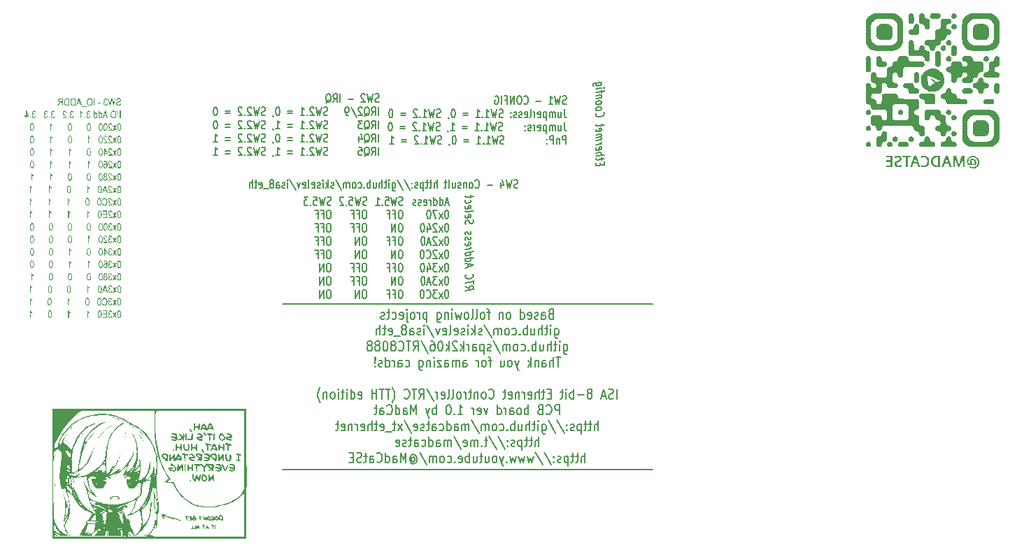
<source format=gbo>
%TF.GenerationSoftware,KiCad,Pcbnew,9.0.7*%
%TF.CreationDate,2026-02-05T00:16:06+03:00*%
%TF.ProjectId,ISA8_Ethernet,49534138-5f45-4746-9865-726e65742e6b,1.0*%
%TF.SameCoordinates,Original*%
%TF.FileFunction,Legend,Bot*%
%TF.FilePolarity,Positive*%
%FSLAX46Y46*%
G04 Gerber Fmt 4.6, Leading zero omitted, Abs format (unit mm)*
G04 Created by KiCad (PCBNEW 9.0.7) date 2026-02-05 00:16:06*
%MOMM*%
%LPD*%
G01*
G04 APERTURE LIST*
%ADD10C,0.150000*%
%ADD11C,0.100000*%
%ADD12C,0.000000*%
G04 APERTURE END LIST*
D10*
X106089450Y-97637600D02*
X150856950Y-97637600D01*
X106089450Y-117652800D02*
X150856950Y-117652800D01*
X138568439Y-98819473D02*
X138425582Y-98876616D01*
X138425582Y-98876616D02*
X138377963Y-98933759D01*
X138377963Y-98933759D02*
X138330344Y-99048044D01*
X138330344Y-99048044D02*
X138330344Y-99219473D01*
X138330344Y-99219473D02*
X138377963Y-99333759D01*
X138377963Y-99333759D02*
X138425582Y-99390902D01*
X138425582Y-99390902D02*
X138520820Y-99448044D01*
X138520820Y-99448044D02*
X138901772Y-99448044D01*
X138901772Y-99448044D02*
X138901772Y-98248044D01*
X138901772Y-98248044D02*
X138568439Y-98248044D01*
X138568439Y-98248044D02*
X138473201Y-98305187D01*
X138473201Y-98305187D02*
X138425582Y-98362330D01*
X138425582Y-98362330D02*
X138377963Y-98476616D01*
X138377963Y-98476616D02*
X138377963Y-98590902D01*
X138377963Y-98590902D02*
X138425582Y-98705187D01*
X138425582Y-98705187D02*
X138473201Y-98762330D01*
X138473201Y-98762330D02*
X138568439Y-98819473D01*
X138568439Y-98819473D02*
X138901772Y-98819473D01*
X137473201Y-99448044D02*
X137473201Y-98819473D01*
X137473201Y-98819473D02*
X137520820Y-98705187D01*
X137520820Y-98705187D02*
X137616058Y-98648044D01*
X137616058Y-98648044D02*
X137806534Y-98648044D01*
X137806534Y-98648044D02*
X137901772Y-98705187D01*
X137473201Y-99390902D02*
X137568439Y-99448044D01*
X137568439Y-99448044D02*
X137806534Y-99448044D01*
X137806534Y-99448044D02*
X137901772Y-99390902D01*
X137901772Y-99390902D02*
X137949391Y-99276616D01*
X137949391Y-99276616D02*
X137949391Y-99162330D01*
X137949391Y-99162330D02*
X137901772Y-99048044D01*
X137901772Y-99048044D02*
X137806534Y-98990902D01*
X137806534Y-98990902D02*
X137568439Y-98990902D01*
X137568439Y-98990902D02*
X137473201Y-98933759D01*
X137044629Y-99390902D02*
X136949391Y-99448044D01*
X136949391Y-99448044D02*
X136758915Y-99448044D01*
X136758915Y-99448044D02*
X136663677Y-99390902D01*
X136663677Y-99390902D02*
X136616058Y-99276616D01*
X136616058Y-99276616D02*
X136616058Y-99219473D01*
X136616058Y-99219473D02*
X136663677Y-99105187D01*
X136663677Y-99105187D02*
X136758915Y-99048044D01*
X136758915Y-99048044D02*
X136901772Y-99048044D01*
X136901772Y-99048044D02*
X136997010Y-98990902D01*
X136997010Y-98990902D02*
X137044629Y-98876616D01*
X137044629Y-98876616D02*
X137044629Y-98819473D01*
X137044629Y-98819473D02*
X136997010Y-98705187D01*
X136997010Y-98705187D02*
X136901772Y-98648044D01*
X136901772Y-98648044D02*
X136758915Y-98648044D01*
X136758915Y-98648044D02*
X136663677Y-98705187D01*
X135806534Y-99390902D02*
X135901772Y-99448044D01*
X135901772Y-99448044D02*
X136092248Y-99448044D01*
X136092248Y-99448044D02*
X136187486Y-99390902D01*
X136187486Y-99390902D02*
X136235105Y-99276616D01*
X136235105Y-99276616D02*
X136235105Y-98819473D01*
X136235105Y-98819473D02*
X136187486Y-98705187D01*
X136187486Y-98705187D02*
X136092248Y-98648044D01*
X136092248Y-98648044D02*
X135901772Y-98648044D01*
X135901772Y-98648044D02*
X135806534Y-98705187D01*
X135806534Y-98705187D02*
X135758915Y-98819473D01*
X135758915Y-98819473D02*
X135758915Y-98933759D01*
X135758915Y-98933759D02*
X136235105Y-99048044D01*
X134901772Y-99448044D02*
X134901772Y-98248044D01*
X134901772Y-99390902D02*
X134997010Y-99448044D01*
X134997010Y-99448044D02*
X135187486Y-99448044D01*
X135187486Y-99448044D02*
X135282724Y-99390902D01*
X135282724Y-99390902D02*
X135330343Y-99333759D01*
X135330343Y-99333759D02*
X135377962Y-99219473D01*
X135377962Y-99219473D02*
X135377962Y-98876616D01*
X135377962Y-98876616D02*
X135330343Y-98762330D01*
X135330343Y-98762330D02*
X135282724Y-98705187D01*
X135282724Y-98705187D02*
X135187486Y-98648044D01*
X135187486Y-98648044D02*
X134997010Y-98648044D01*
X134997010Y-98648044D02*
X134901772Y-98705187D01*
X133520819Y-99448044D02*
X133616057Y-99390902D01*
X133616057Y-99390902D02*
X133663676Y-99333759D01*
X133663676Y-99333759D02*
X133711295Y-99219473D01*
X133711295Y-99219473D02*
X133711295Y-98876616D01*
X133711295Y-98876616D02*
X133663676Y-98762330D01*
X133663676Y-98762330D02*
X133616057Y-98705187D01*
X133616057Y-98705187D02*
X133520819Y-98648044D01*
X133520819Y-98648044D02*
X133377962Y-98648044D01*
X133377962Y-98648044D02*
X133282724Y-98705187D01*
X133282724Y-98705187D02*
X133235105Y-98762330D01*
X133235105Y-98762330D02*
X133187486Y-98876616D01*
X133187486Y-98876616D02*
X133187486Y-99219473D01*
X133187486Y-99219473D02*
X133235105Y-99333759D01*
X133235105Y-99333759D02*
X133282724Y-99390902D01*
X133282724Y-99390902D02*
X133377962Y-99448044D01*
X133377962Y-99448044D02*
X133520819Y-99448044D01*
X132758914Y-98648044D02*
X132758914Y-99448044D01*
X132758914Y-98762330D02*
X132711295Y-98705187D01*
X132711295Y-98705187D02*
X132616057Y-98648044D01*
X132616057Y-98648044D02*
X132473200Y-98648044D01*
X132473200Y-98648044D02*
X132377962Y-98705187D01*
X132377962Y-98705187D02*
X132330343Y-98819473D01*
X132330343Y-98819473D02*
X132330343Y-99448044D01*
X131235104Y-98648044D02*
X130854152Y-98648044D01*
X131092247Y-99448044D02*
X131092247Y-98419473D01*
X131092247Y-98419473D02*
X131044628Y-98305187D01*
X131044628Y-98305187D02*
X130949390Y-98248044D01*
X130949390Y-98248044D02*
X130854152Y-98248044D01*
X130377961Y-99448044D02*
X130473199Y-99390902D01*
X130473199Y-99390902D02*
X130520818Y-99333759D01*
X130520818Y-99333759D02*
X130568437Y-99219473D01*
X130568437Y-99219473D02*
X130568437Y-98876616D01*
X130568437Y-98876616D02*
X130520818Y-98762330D01*
X130520818Y-98762330D02*
X130473199Y-98705187D01*
X130473199Y-98705187D02*
X130377961Y-98648044D01*
X130377961Y-98648044D02*
X130235104Y-98648044D01*
X130235104Y-98648044D02*
X130139866Y-98705187D01*
X130139866Y-98705187D02*
X130092247Y-98762330D01*
X130092247Y-98762330D02*
X130044628Y-98876616D01*
X130044628Y-98876616D02*
X130044628Y-99219473D01*
X130044628Y-99219473D02*
X130092247Y-99333759D01*
X130092247Y-99333759D02*
X130139866Y-99390902D01*
X130139866Y-99390902D02*
X130235104Y-99448044D01*
X130235104Y-99448044D02*
X130377961Y-99448044D01*
X129473199Y-99448044D02*
X129568437Y-99390902D01*
X129568437Y-99390902D02*
X129616056Y-99276616D01*
X129616056Y-99276616D02*
X129616056Y-98248044D01*
X128949389Y-99448044D02*
X129044627Y-99390902D01*
X129044627Y-99390902D02*
X129092246Y-99276616D01*
X129092246Y-99276616D02*
X129092246Y-98248044D01*
X128425579Y-99448044D02*
X128520817Y-99390902D01*
X128520817Y-99390902D02*
X128568436Y-99333759D01*
X128568436Y-99333759D02*
X128616055Y-99219473D01*
X128616055Y-99219473D02*
X128616055Y-98876616D01*
X128616055Y-98876616D02*
X128568436Y-98762330D01*
X128568436Y-98762330D02*
X128520817Y-98705187D01*
X128520817Y-98705187D02*
X128425579Y-98648044D01*
X128425579Y-98648044D02*
X128282722Y-98648044D01*
X128282722Y-98648044D02*
X128187484Y-98705187D01*
X128187484Y-98705187D02*
X128139865Y-98762330D01*
X128139865Y-98762330D02*
X128092246Y-98876616D01*
X128092246Y-98876616D02*
X128092246Y-99219473D01*
X128092246Y-99219473D02*
X128139865Y-99333759D01*
X128139865Y-99333759D02*
X128187484Y-99390902D01*
X128187484Y-99390902D02*
X128282722Y-99448044D01*
X128282722Y-99448044D02*
X128425579Y-99448044D01*
X127758912Y-98648044D02*
X127568436Y-99448044D01*
X127568436Y-99448044D02*
X127377960Y-98876616D01*
X127377960Y-98876616D02*
X127187484Y-99448044D01*
X127187484Y-99448044D02*
X126997008Y-98648044D01*
X126616055Y-99448044D02*
X126616055Y-98648044D01*
X126616055Y-98248044D02*
X126663674Y-98305187D01*
X126663674Y-98305187D02*
X126616055Y-98362330D01*
X126616055Y-98362330D02*
X126568436Y-98305187D01*
X126568436Y-98305187D02*
X126616055Y-98248044D01*
X126616055Y-98248044D02*
X126616055Y-98362330D01*
X126139865Y-98648044D02*
X126139865Y-99448044D01*
X126139865Y-98762330D02*
X126092246Y-98705187D01*
X126092246Y-98705187D02*
X125997008Y-98648044D01*
X125997008Y-98648044D02*
X125854151Y-98648044D01*
X125854151Y-98648044D02*
X125758913Y-98705187D01*
X125758913Y-98705187D02*
X125711294Y-98819473D01*
X125711294Y-98819473D02*
X125711294Y-99448044D01*
X124806532Y-98648044D02*
X124806532Y-99619473D01*
X124806532Y-99619473D02*
X124854151Y-99733759D01*
X124854151Y-99733759D02*
X124901770Y-99790902D01*
X124901770Y-99790902D02*
X124997008Y-99848044D01*
X124997008Y-99848044D02*
X125139865Y-99848044D01*
X125139865Y-99848044D02*
X125235103Y-99790902D01*
X124806532Y-99390902D02*
X124901770Y-99448044D01*
X124901770Y-99448044D02*
X125092246Y-99448044D01*
X125092246Y-99448044D02*
X125187484Y-99390902D01*
X125187484Y-99390902D02*
X125235103Y-99333759D01*
X125235103Y-99333759D02*
X125282722Y-99219473D01*
X125282722Y-99219473D02*
X125282722Y-98876616D01*
X125282722Y-98876616D02*
X125235103Y-98762330D01*
X125235103Y-98762330D02*
X125187484Y-98705187D01*
X125187484Y-98705187D02*
X125092246Y-98648044D01*
X125092246Y-98648044D02*
X124901770Y-98648044D01*
X124901770Y-98648044D02*
X124806532Y-98705187D01*
X123568436Y-98648044D02*
X123568436Y-99848044D01*
X123568436Y-98705187D02*
X123473198Y-98648044D01*
X123473198Y-98648044D02*
X123282722Y-98648044D01*
X123282722Y-98648044D02*
X123187484Y-98705187D01*
X123187484Y-98705187D02*
X123139865Y-98762330D01*
X123139865Y-98762330D02*
X123092246Y-98876616D01*
X123092246Y-98876616D02*
X123092246Y-99219473D01*
X123092246Y-99219473D02*
X123139865Y-99333759D01*
X123139865Y-99333759D02*
X123187484Y-99390902D01*
X123187484Y-99390902D02*
X123282722Y-99448044D01*
X123282722Y-99448044D02*
X123473198Y-99448044D01*
X123473198Y-99448044D02*
X123568436Y-99390902D01*
X122663674Y-99448044D02*
X122663674Y-98648044D01*
X122663674Y-98876616D02*
X122616055Y-98762330D01*
X122616055Y-98762330D02*
X122568436Y-98705187D01*
X122568436Y-98705187D02*
X122473198Y-98648044D01*
X122473198Y-98648044D02*
X122377960Y-98648044D01*
X121901769Y-99448044D02*
X121997007Y-99390902D01*
X121997007Y-99390902D02*
X122044626Y-99333759D01*
X122044626Y-99333759D02*
X122092245Y-99219473D01*
X122092245Y-99219473D02*
X122092245Y-98876616D01*
X122092245Y-98876616D02*
X122044626Y-98762330D01*
X122044626Y-98762330D02*
X121997007Y-98705187D01*
X121997007Y-98705187D02*
X121901769Y-98648044D01*
X121901769Y-98648044D02*
X121758912Y-98648044D01*
X121758912Y-98648044D02*
X121663674Y-98705187D01*
X121663674Y-98705187D02*
X121616055Y-98762330D01*
X121616055Y-98762330D02*
X121568436Y-98876616D01*
X121568436Y-98876616D02*
X121568436Y-99219473D01*
X121568436Y-99219473D02*
X121616055Y-99333759D01*
X121616055Y-99333759D02*
X121663674Y-99390902D01*
X121663674Y-99390902D02*
X121758912Y-99448044D01*
X121758912Y-99448044D02*
X121901769Y-99448044D01*
X121139864Y-98648044D02*
X121139864Y-99676616D01*
X121139864Y-99676616D02*
X121187483Y-99790902D01*
X121187483Y-99790902D02*
X121282721Y-99848044D01*
X121282721Y-99848044D02*
X121330340Y-99848044D01*
X121139864Y-98248044D02*
X121187483Y-98305187D01*
X121187483Y-98305187D02*
X121139864Y-98362330D01*
X121139864Y-98362330D02*
X121092245Y-98305187D01*
X121092245Y-98305187D02*
X121139864Y-98248044D01*
X121139864Y-98248044D02*
X121139864Y-98362330D01*
X120282722Y-99390902D02*
X120377960Y-99448044D01*
X120377960Y-99448044D02*
X120568436Y-99448044D01*
X120568436Y-99448044D02*
X120663674Y-99390902D01*
X120663674Y-99390902D02*
X120711293Y-99276616D01*
X120711293Y-99276616D02*
X120711293Y-98819473D01*
X120711293Y-98819473D02*
X120663674Y-98705187D01*
X120663674Y-98705187D02*
X120568436Y-98648044D01*
X120568436Y-98648044D02*
X120377960Y-98648044D01*
X120377960Y-98648044D02*
X120282722Y-98705187D01*
X120282722Y-98705187D02*
X120235103Y-98819473D01*
X120235103Y-98819473D02*
X120235103Y-98933759D01*
X120235103Y-98933759D02*
X120711293Y-99048044D01*
X119377960Y-99390902D02*
X119473198Y-99448044D01*
X119473198Y-99448044D02*
X119663674Y-99448044D01*
X119663674Y-99448044D02*
X119758912Y-99390902D01*
X119758912Y-99390902D02*
X119806531Y-99333759D01*
X119806531Y-99333759D02*
X119854150Y-99219473D01*
X119854150Y-99219473D02*
X119854150Y-98876616D01*
X119854150Y-98876616D02*
X119806531Y-98762330D01*
X119806531Y-98762330D02*
X119758912Y-98705187D01*
X119758912Y-98705187D02*
X119663674Y-98648044D01*
X119663674Y-98648044D02*
X119473198Y-98648044D01*
X119473198Y-98648044D02*
X119377960Y-98705187D01*
X119092245Y-98648044D02*
X118711293Y-98648044D01*
X118949388Y-98248044D02*
X118949388Y-99276616D01*
X118949388Y-99276616D02*
X118901769Y-99390902D01*
X118901769Y-99390902D02*
X118806531Y-99448044D01*
X118806531Y-99448044D02*
X118711293Y-99448044D01*
X118425578Y-99390902D02*
X118330340Y-99448044D01*
X118330340Y-99448044D02*
X118139864Y-99448044D01*
X118139864Y-99448044D02*
X118044626Y-99390902D01*
X118044626Y-99390902D02*
X117997007Y-99276616D01*
X117997007Y-99276616D02*
X117997007Y-99219473D01*
X117997007Y-99219473D02*
X118044626Y-99105187D01*
X118044626Y-99105187D02*
X118139864Y-99048044D01*
X118139864Y-99048044D02*
X118282721Y-99048044D01*
X118282721Y-99048044D02*
X118377959Y-98990902D01*
X118377959Y-98990902D02*
X118425578Y-98876616D01*
X118425578Y-98876616D02*
X118425578Y-98819473D01*
X118425578Y-98819473D02*
X118377959Y-98705187D01*
X118377959Y-98705187D02*
X118282721Y-98648044D01*
X118282721Y-98648044D02*
X118139864Y-98648044D01*
X118139864Y-98648044D02*
X118044626Y-98705187D01*
X139044629Y-100579977D02*
X139044629Y-101551406D01*
X139044629Y-101551406D02*
X139092248Y-101665692D01*
X139092248Y-101665692D02*
X139139867Y-101722835D01*
X139139867Y-101722835D02*
X139235105Y-101779977D01*
X139235105Y-101779977D02*
X139377962Y-101779977D01*
X139377962Y-101779977D02*
X139473200Y-101722835D01*
X139044629Y-101322835D02*
X139139867Y-101379977D01*
X139139867Y-101379977D02*
X139330343Y-101379977D01*
X139330343Y-101379977D02*
X139425581Y-101322835D01*
X139425581Y-101322835D02*
X139473200Y-101265692D01*
X139473200Y-101265692D02*
X139520819Y-101151406D01*
X139520819Y-101151406D02*
X139520819Y-100808549D01*
X139520819Y-100808549D02*
X139473200Y-100694263D01*
X139473200Y-100694263D02*
X139425581Y-100637120D01*
X139425581Y-100637120D02*
X139330343Y-100579977D01*
X139330343Y-100579977D02*
X139139867Y-100579977D01*
X139139867Y-100579977D02*
X139044629Y-100637120D01*
X138568438Y-101379977D02*
X138568438Y-100579977D01*
X138568438Y-100179977D02*
X138616057Y-100237120D01*
X138616057Y-100237120D02*
X138568438Y-100294263D01*
X138568438Y-100294263D02*
X138520819Y-100237120D01*
X138520819Y-100237120D02*
X138568438Y-100179977D01*
X138568438Y-100179977D02*
X138568438Y-100294263D01*
X138235105Y-100579977D02*
X137854153Y-100579977D01*
X138092248Y-100179977D02*
X138092248Y-101208549D01*
X138092248Y-101208549D02*
X138044629Y-101322835D01*
X138044629Y-101322835D02*
X137949391Y-101379977D01*
X137949391Y-101379977D02*
X137854153Y-101379977D01*
X137520819Y-101379977D02*
X137520819Y-100179977D01*
X137092248Y-101379977D02*
X137092248Y-100751406D01*
X137092248Y-100751406D02*
X137139867Y-100637120D01*
X137139867Y-100637120D02*
X137235105Y-100579977D01*
X137235105Y-100579977D02*
X137377962Y-100579977D01*
X137377962Y-100579977D02*
X137473200Y-100637120D01*
X137473200Y-100637120D02*
X137520819Y-100694263D01*
X136187486Y-100579977D02*
X136187486Y-101379977D01*
X136616057Y-100579977D02*
X136616057Y-101208549D01*
X136616057Y-101208549D02*
X136568438Y-101322835D01*
X136568438Y-101322835D02*
X136473200Y-101379977D01*
X136473200Y-101379977D02*
X136330343Y-101379977D01*
X136330343Y-101379977D02*
X136235105Y-101322835D01*
X136235105Y-101322835D02*
X136187486Y-101265692D01*
X135711295Y-101379977D02*
X135711295Y-100179977D01*
X135711295Y-100637120D02*
X135616057Y-100579977D01*
X135616057Y-100579977D02*
X135425581Y-100579977D01*
X135425581Y-100579977D02*
X135330343Y-100637120D01*
X135330343Y-100637120D02*
X135282724Y-100694263D01*
X135282724Y-100694263D02*
X135235105Y-100808549D01*
X135235105Y-100808549D02*
X135235105Y-101151406D01*
X135235105Y-101151406D02*
X135282724Y-101265692D01*
X135282724Y-101265692D02*
X135330343Y-101322835D01*
X135330343Y-101322835D02*
X135425581Y-101379977D01*
X135425581Y-101379977D02*
X135616057Y-101379977D01*
X135616057Y-101379977D02*
X135711295Y-101322835D01*
X134806533Y-101265692D02*
X134758914Y-101322835D01*
X134758914Y-101322835D02*
X134806533Y-101379977D01*
X134806533Y-101379977D02*
X134854152Y-101322835D01*
X134854152Y-101322835D02*
X134806533Y-101265692D01*
X134806533Y-101265692D02*
X134806533Y-101379977D01*
X133901772Y-101322835D02*
X133997010Y-101379977D01*
X133997010Y-101379977D02*
X134187486Y-101379977D01*
X134187486Y-101379977D02*
X134282724Y-101322835D01*
X134282724Y-101322835D02*
X134330343Y-101265692D01*
X134330343Y-101265692D02*
X134377962Y-101151406D01*
X134377962Y-101151406D02*
X134377962Y-100808549D01*
X134377962Y-100808549D02*
X134330343Y-100694263D01*
X134330343Y-100694263D02*
X134282724Y-100637120D01*
X134282724Y-100637120D02*
X134187486Y-100579977D01*
X134187486Y-100579977D02*
X133997010Y-100579977D01*
X133997010Y-100579977D02*
X133901772Y-100637120D01*
X133330343Y-101379977D02*
X133425581Y-101322835D01*
X133425581Y-101322835D02*
X133473200Y-101265692D01*
X133473200Y-101265692D02*
X133520819Y-101151406D01*
X133520819Y-101151406D02*
X133520819Y-100808549D01*
X133520819Y-100808549D02*
X133473200Y-100694263D01*
X133473200Y-100694263D02*
X133425581Y-100637120D01*
X133425581Y-100637120D02*
X133330343Y-100579977D01*
X133330343Y-100579977D02*
X133187486Y-100579977D01*
X133187486Y-100579977D02*
X133092248Y-100637120D01*
X133092248Y-100637120D02*
X133044629Y-100694263D01*
X133044629Y-100694263D02*
X132997010Y-100808549D01*
X132997010Y-100808549D02*
X132997010Y-101151406D01*
X132997010Y-101151406D02*
X133044629Y-101265692D01*
X133044629Y-101265692D02*
X133092248Y-101322835D01*
X133092248Y-101322835D02*
X133187486Y-101379977D01*
X133187486Y-101379977D02*
X133330343Y-101379977D01*
X132568438Y-101379977D02*
X132568438Y-100579977D01*
X132568438Y-100694263D02*
X132520819Y-100637120D01*
X132520819Y-100637120D02*
X132425581Y-100579977D01*
X132425581Y-100579977D02*
X132282724Y-100579977D01*
X132282724Y-100579977D02*
X132187486Y-100637120D01*
X132187486Y-100637120D02*
X132139867Y-100751406D01*
X132139867Y-100751406D02*
X132139867Y-101379977D01*
X132139867Y-100751406D02*
X132092248Y-100637120D01*
X132092248Y-100637120D02*
X131997010Y-100579977D01*
X131997010Y-100579977D02*
X131854153Y-100579977D01*
X131854153Y-100579977D02*
X131758914Y-100637120D01*
X131758914Y-100637120D02*
X131711295Y-100751406D01*
X131711295Y-100751406D02*
X131711295Y-101379977D01*
X130520820Y-100122835D02*
X131377962Y-101665692D01*
X130235105Y-101322835D02*
X130139867Y-101379977D01*
X130139867Y-101379977D02*
X129949391Y-101379977D01*
X129949391Y-101379977D02*
X129854153Y-101322835D01*
X129854153Y-101322835D02*
X129806534Y-101208549D01*
X129806534Y-101208549D02*
X129806534Y-101151406D01*
X129806534Y-101151406D02*
X129854153Y-101037120D01*
X129854153Y-101037120D02*
X129949391Y-100979977D01*
X129949391Y-100979977D02*
X130092248Y-100979977D01*
X130092248Y-100979977D02*
X130187486Y-100922835D01*
X130187486Y-100922835D02*
X130235105Y-100808549D01*
X130235105Y-100808549D02*
X130235105Y-100751406D01*
X130235105Y-100751406D02*
X130187486Y-100637120D01*
X130187486Y-100637120D02*
X130092248Y-100579977D01*
X130092248Y-100579977D02*
X129949391Y-100579977D01*
X129949391Y-100579977D02*
X129854153Y-100637120D01*
X129377962Y-101379977D02*
X129377962Y-100179977D01*
X129282724Y-100922835D02*
X128997010Y-101379977D01*
X128997010Y-100579977D02*
X129377962Y-101037120D01*
X128568438Y-101379977D02*
X128568438Y-100579977D01*
X128568438Y-100179977D02*
X128616057Y-100237120D01*
X128616057Y-100237120D02*
X128568438Y-100294263D01*
X128568438Y-100294263D02*
X128520819Y-100237120D01*
X128520819Y-100237120D02*
X128568438Y-100179977D01*
X128568438Y-100179977D02*
X128568438Y-100294263D01*
X128139867Y-101322835D02*
X128044629Y-101379977D01*
X128044629Y-101379977D02*
X127854153Y-101379977D01*
X127854153Y-101379977D02*
X127758915Y-101322835D01*
X127758915Y-101322835D02*
X127711296Y-101208549D01*
X127711296Y-101208549D02*
X127711296Y-101151406D01*
X127711296Y-101151406D02*
X127758915Y-101037120D01*
X127758915Y-101037120D02*
X127854153Y-100979977D01*
X127854153Y-100979977D02*
X127997010Y-100979977D01*
X127997010Y-100979977D02*
X128092248Y-100922835D01*
X128092248Y-100922835D02*
X128139867Y-100808549D01*
X128139867Y-100808549D02*
X128139867Y-100751406D01*
X128139867Y-100751406D02*
X128092248Y-100637120D01*
X128092248Y-100637120D02*
X127997010Y-100579977D01*
X127997010Y-100579977D02*
X127854153Y-100579977D01*
X127854153Y-100579977D02*
X127758915Y-100637120D01*
X126901772Y-101322835D02*
X126997010Y-101379977D01*
X126997010Y-101379977D02*
X127187486Y-101379977D01*
X127187486Y-101379977D02*
X127282724Y-101322835D01*
X127282724Y-101322835D02*
X127330343Y-101208549D01*
X127330343Y-101208549D02*
X127330343Y-100751406D01*
X127330343Y-100751406D02*
X127282724Y-100637120D01*
X127282724Y-100637120D02*
X127187486Y-100579977D01*
X127187486Y-100579977D02*
X126997010Y-100579977D01*
X126997010Y-100579977D02*
X126901772Y-100637120D01*
X126901772Y-100637120D02*
X126854153Y-100751406D01*
X126854153Y-100751406D02*
X126854153Y-100865692D01*
X126854153Y-100865692D02*
X127330343Y-100979977D01*
X126282724Y-101379977D02*
X126377962Y-101322835D01*
X126377962Y-101322835D02*
X126425581Y-101208549D01*
X126425581Y-101208549D02*
X126425581Y-100179977D01*
X125520819Y-101322835D02*
X125616057Y-101379977D01*
X125616057Y-101379977D02*
X125806533Y-101379977D01*
X125806533Y-101379977D02*
X125901771Y-101322835D01*
X125901771Y-101322835D02*
X125949390Y-101208549D01*
X125949390Y-101208549D02*
X125949390Y-100751406D01*
X125949390Y-100751406D02*
X125901771Y-100637120D01*
X125901771Y-100637120D02*
X125806533Y-100579977D01*
X125806533Y-100579977D02*
X125616057Y-100579977D01*
X125616057Y-100579977D02*
X125520819Y-100637120D01*
X125520819Y-100637120D02*
X125473200Y-100751406D01*
X125473200Y-100751406D02*
X125473200Y-100865692D01*
X125473200Y-100865692D02*
X125949390Y-100979977D01*
X125139866Y-100579977D02*
X124901771Y-101379977D01*
X124901771Y-101379977D02*
X124663676Y-100579977D01*
X123568438Y-100122835D02*
X124425580Y-101665692D01*
X123235104Y-101379977D02*
X123235104Y-100579977D01*
X123235104Y-100179977D02*
X123282723Y-100237120D01*
X123282723Y-100237120D02*
X123235104Y-100294263D01*
X123235104Y-100294263D02*
X123187485Y-100237120D01*
X123187485Y-100237120D02*
X123235104Y-100179977D01*
X123235104Y-100179977D02*
X123235104Y-100294263D01*
X122806533Y-101322835D02*
X122711295Y-101379977D01*
X122711295Y-101379977D02*
X122520819Y-101379977D01*
X122520819Y-101379977D02*
X122425581Y-101322835D01*
X122425581Y-101322835D02*
X122377962Y-101208549D01*
X122377962Y-101208549D02*
X122377962Y-101151406D01*
X122377962Y-101151406D02*
X122425581Y-101037120D01*
X122425581Y-101037120D02*
X122520819Y-100979977D01*
X122520819Y-100979977D02*
X122663676Y-100979977D01*
X122663676Y-100979977D02*
X122758914Y-100922835D01*
X122758914Y-100922835D02*
X122806533Y-100808549D01*
X122806533Y-100808549D02*
X122806533Y-100751406D01*
X122806533Y-100751406D02*
X122758914Y-100637120D01*
X122758914Y-100637120D02*
X122663676Y-100579977D01*
X122663676Y-100579977D02*
X122520819Y-100579977D01*
X122520819Y-100579977D02*
X122425581Y-100637120D01*
X121520819Y-101379977D02*
X121520819Y-100751406D01*
X121520819Y-100751406D02*
X121568438Y-100637120D01*
X121568438Y-100637120D02*
X121663676Y-100579977D01*
X121663676Y-100579977D02*
X121854152Y-100579977D01*
X121854152Y-100579977D02*
X121949390Y-100637120D01*
X121520819Y-101322835D02*
X121616057Y-101379977D01*
X121616057Y-101379977D02*
X121854152Y-101379977D01*
X121854152Y-101379977D02*
X121949390Y-101322835D01*
X121949390Y-101322835D02*
X121997009Y-101208549D01*
X121997009Y-101208549D02*
X121997009Y-101094263D01*
X121997009Y-101094263D02*
X121949390Y-100979977D01*
X121949390Y-100979977D02*
X121854152Y-100922835D01*
X121854152Y-100922835D02*
X121616057Y-100922835D01*
X121616057Y-100922835D02*
X121520819Y-100865692D01*
X120901771Y-100694263D02*
X120997009Y-100637120D01*
X120997009Y-100637120D02*
X121044628Y-100579977D01*
X121044628Y-100579977D02*
X121092247Y-100465692D01*
X121092247Y-100465692D02*
X121092247Y-100408549D01*
X121092247Y-100408549D02*
X121044628Y-100294263D01*
X121044628Y-100294263D02*
X120997009Y-100237120D01*
X120997009Y-100237120D02*
X120901771Y-100179977D01*
X120901771Y-100179977D02*
X120711295Y-100179977D01*
X120711295Y-100179977D02*
X120616057Y-100237120D01*
X120616057Y-100237120D02*
X120568438Y-100294263D01*
X120568438Y-100294263D02*
X120520819Y-100408549D01*
X120520819Y-100408549D02*
X120520819Y-100465692D01*
X120520819Y-100465692D02*
X120568438Y-100579977D01*
X120568438Y-100579977D02*
X120616057Y-100637120D01*
X120616057Y-100637120D02*
X120711295Y-100694263D01*
X120711295Y-100694263D02*
X120901771Y-100694263D01*
X120901771Y-100694263D02*
X120997009Y-100751406D01*
X120997009Y-100751406D02*
X121044628Y-100808549D01*
X121044628Y-100808549D02*
X121092247Y-100922835D01*
X121092247Y-100922835D02*
X121092247Y-101151406D01*
X121092247Y-101151406D02*
X121044628Y-101265692D01*
X121044628Y-101265692D02*
X120997009Y-101322835D01*
X120997009Y-101322835D02*
X120901771Y-101379977D01*
X120901771Y-101379977D02*
X120711295Y-101379977D01*
X120711295Y-101379977D02*
X120616057Y-101322835D01*
X120616057Y-101322835D02*
X120568438Y-101265692D01*
X120568438Y-101265692D02*
X120520819Y-101151406D01*
X120520819Y-101151406D02*
X120520819Y-100922835D01*
X120520819Y-100922835D02*
X120568438Y-100808549D01*
X120568438Y-100808549D02*
X120616057Y-100751406D01*
X120616057Y-100751406D02*
X120711295Y-100694263D01*
X120330343Y-101494263D02*
X119568438Y-101494263D01*
X118949390Y-101322835D02*
X119044628Y-101379977D01*
X119044628Y-101379977D02*
X119235104Y-101379977D01*
X119235104Y-101379977D02*
X119330342Y-101322835D01*
X119330342Y-101322835D02*
X119377961Y-101208549D01*
X119377961Y-101208549D02*
X119377961Y-100751406D01*
X119377961Y-100751406D02*
X119330342Y-100637120D01*
X119330342Y-100637120D02*
X119235104Y-100579977D01*
X119235104Y-100579977D02*
X119044628Y-100579977D01*
X119044628Y-100579977D02*
X118949390Y-100637120D01*
X118949390Y-100637120D02*
X118901771Y-100751406D01*
X118901771Y-100751406D02*
X118901771Y-100865692D01*
X118901771Y-100865692D02*
X119377961Y-100979977D01*
X118616056Y-100579977D02*
X118235104Y-100579977D01*
X118473199Y-100179977D02*
X118473199Y-101208549D01*
X118473199Y-101208549D02*
X118425580Y-101322835D01*
X118425580Y-101322835D02*
X118330342Y-101379977D01*
X118330342Y-101379977D02*
X118235104Y-101379977D01*
X117901770Y-101379977D02*
X117901770Y-100179977D01*
X117473199Y-101379977D02*
X117473199Y-100751406D01*
X117473199Y-100751406D02*
X117520818Y-100637120D01*
X117520818Y-100637120D02*
X117616056Y-100579977D01*
X117616056Y-100579977D02*
X117758913Y-100579977D01*
X117758913Y-100579977D02*
X117854151Y-100637120D01*
X117854151Y-100637120D02*
X117901770Y-100694263D01*
X140116057Y-102511910D02*
X140116057Y-103483339D01*
X140116057Y-103483339D02*
X140163676Y-103597625D01*
X140163676Y-103597625D02*
X140211295Y-103654768D01*
X140211295Y-103654768D02*
X140306533Y-103711910D01*
X140306533Y-103711910D02*
X140449390Y-103711910D01*
X140449390Y-103711910D02*
X140544628Y-103654768D01*
X140116057Y-103254768D02*
X140211295Y-103311910D01*
X140211295Y-103311910D02*
X140401771Y-103311910D01*
X140401771Y-103311910D02*
X140497009Y-103254768D01*
X140497009Y-103254768D02*
X140544628Y-103197625D01*
X140544628Y-103197625D02*
X140592247Y-103083339D01*
X140592247Y-103083339D02*
X140592247Y-102740482D01*
X140592247Y-102740482D02*
X140544628Y-102626196D01*
X140544628Y-102626196D02*
X140497009Y-102569053D01*
X140497009Y-102569053D02*
X140401771Y-102511910D01*
X140401771Y-102511910D02*
X140211295Y-102511910D01*
X140211295Y-102511910D02*
X140116057Y-102569053D01*
X139639866Y-103311910D02*
X139639866Y-102511910D01*
X139639866Y-102111910D02*
X139687485Y-102169053D01*
X139687485Y-102169053D02*
X139639866Y-102226196D01*
X139639866Y-102226196D02*
X139592247Y-102169053D01*
X139592247Y-102169053D02*
X139639866Y-102111910D01*
X139639866Y-102111910D02*
X139639866Y-102226196D01*
X139306533Y-102511910D02*
X138925581Y-102511910D01*
X139163676Y-102111910D02*
X139163676Y-103140482D01*
X139163676Y-103140482D02*
X139116057Y-103254768D01*
X139116057Y-103254768D02*
X139020819Y-103311910D01*
X139020819Y-103311910D02*
X138925581Y-103311910D01*
X138592247Y-103311910D02*
X138592247Y-102111910D01*
X138163676Y-103311910D02*
X138163676Y-102683339D01*
X138163676Y-102683339D02*
X138211295Y-102569053D01*
X138211295Y-102569053D02*
X138306533Y-102511910D01*
X138306533Y-102511910D02*
X138449390Y-102511910D01*
X138449390Y-102511910D02*
X138544628Y-102569053D01*
X138544628Y-102569053D02*
X138592247Y-102626196D01*
X137258914Y-102511910D02*
X137258914Y-103311910D01*
X137687485Y-102511910D02*
X137687485Y-103140482D01*
X137687485Y-103140482D02*
X137639866Y-103254768D01*
X137639866Y-103254768D02*
X137544628Y-103311910D01*
X137544628Y-103311910D02*
X137401771Y-103311910D01*
X137401771Y-103311910D02*
X137306533Y-103254768D01*
X137306533Y-103254768D02*
X137258914Y-103197625D01*
X136782723Y-103311910D02*
X136782723Y-102111910D01*
X136782723Y-102569053D02*
X136687485Y-102511910D01*
X136687485Y-102511910D02*
X136497009Y-102511910D01*
X136497009Y-102511910D02*
X136401771Y-102569053D01*
X136401771Y-102569053D02*
X136354152Y-102626196D01*
X136354152Y-102626196D02*
X136306533Y-102740482D01*
X136306533Y-102740482D02*
X136306533Y-103083339D01*
X136306533Y-103083339D02*
X136354152Y-103197625D01*
X136354152Y-103197625D02*
X136401771Y-103254768D01*
X136401771Y-103254768D02*
X136497009Y-103311910D01*
X136497009Y-103311910D02*
X136687485Y-103311910D01*
X136687485Y-103311910D02*
X136782723Y-103254768D01*
X135877961Y-103197625D02*
X135830342Y-103254768D01*
X135830342Y-103254768D02*
X135877961Y-103311910D01*
X135877961Y-103311910D02*
X135925580Y-103254768D01*
X135925580Y-103254768D02*
X135877961Y-103197625D01*
X135877961Y-103197625D02*
X135877961Y-103311910D01*
X134973200Y-103254768D02*
X135068438Y-103311910D01*
X135068438Y-103311910D02*
X135258914Y-103311910D01*
X135258914Y-103311910D02*
X135354152Y-103254768D01*
X135354152Y-103254768D02*
X135401771Y-103197625D01*
X135401771Y-103197625D02*
X135449390Y-103083339D01*
X135449390Y-103083339D02*
X135449390Y-102740482D01*
X135449390Y-102740482D02*
X135401771Y-102626196D01*
X135401771Y-102626196D02*
X135354152Y-102569053D01*
X135354152Y-102569053D02*
X135258914Y-102511910D01*
X135258914Y-102511910D02*
X135068438Y-102511910D01*
X135068438Y-102511910D02*
X134973200Y-102569053D01*
X134401771Y-103311910D02*
X134497009Y-103254768D01*
X134497009Y-103254768D02*
X134544628Y-103197625D01*
X134544628Y-103197625D02*
X134592247Y-103083339D01*
X134592247Y-103083339D02*
X134592247Y-102740482D01*
X134592247Y-102740482D02*
X134544628Y-102626196D01*
X134544628Y-102626196D02*
X134497009Y-102569053D01*
X134497009Y-102569053D02*
X134401771Y-102511910D01*
X134401771Y-102511910D02*
X134258914Y-102511910D01*
X134258914Y-102511910D02*
X134163676Y-102569053D01*
X134163676Y-102569053D02*
X134116057Y-102626196D01*
X134116057Y-102626196D02*
X134068438Y-102740482D01*
X134068438Y-102740482D02*
X134068438Y-103083339D01*
X134068438Y-103083339D02*
X134116057Y-103197625D01*
X134116057Y-103197625D02*
X134163676Y-103254768D01*
X134163676Y-103254768D02*
X134258914Y-103311910D01*
X134258914Y-103311910D02*
X134401771Y-103311910D01*
X133639866Y-103311910D02*
X133639866Y-102511910D01*
X133639866Y-102626196D02*
X133592247Y-102569053D01*
X133592247Y-102569053D02*
X133497009Y-102511910D01*
X133497009Y-102511910D02*
X133354152Y-102511910D01*
X133354152Y-102511910D02*
X133258914Y-102569053D01*
X133258914Y-102569053D02*
X133211295Y-102683339D01*
X133211295Y-102683339D02*
X133211295Y-103311910D01*
X133211295Y-102683339D02*
X133163676Y-102569053D01*
X133163676Y-102569053D02*
X133068438Y-102511910D01*
X133068438Y-102511910D02*
X132925581Y-102511910D01*
X132925581Y-102511910D02*
X132830342Y-102569053D01*
X132830342Y-102569053D02*
X132782723Y-102683339D01*
X132782723Y-102683339D02*
X132782723Y-103311910D01*
X131592248Y-102054768D02*
X132449390Y-103597625D01*
X131306533Y-103254768D02*
X131211295Y-103311910D01*
X131211295Y-103311910D02*
X131020819Y-103311910D01*
X131020819Y-103311910D02*
X130925581Y-103254768D01*
X130925581Y-103254768D02*
X130877962Y-103140482D01*
X130877962Y-103140482D02*
X130877962Y-103083339D01*
X130877962Y-103083339D02*
X130925581Y-102969053D01*
X130925581Y-102969053D02*
X131020819Y-102911910D01*
X131020819Y-102911910D02*
X131163676Y-102911910D01*
X131163676Y-102911910D02*
X131258914Y-102854768D01*
X131258914Y-102854768D02*
X131306533Y-102740482D01*
X131306533Y-102740482D02*
X131306533Y-102683339D01*
X131306533Y-102683339D02*
X131258914Y-102569053D01*
X131258914Y-102569053D02*
X131163676Y-102511910D01*
X131163676Y-102511910D02*
X131020819Y-102511910D01*
X131020819Y-102511910D02*
X130925581Y-102569053D01*
X130449390Y-102511910D02*
X130449390Y-103711910D01*
X130449390Y-102569053D02*
X130354152Y-102511910D01*
X130354152Y-102511910D02*
X130163676Y-102511910D01*
X130163676Y-102511910D02*
X130068438Y-102569053D01*
X130068438Y-102569053D02*
X130020819Y-102626196D01*
X130020819Y-102626196D02*
X129973200Y-102740482D01*
X129973200Y-102740482D02*
X129973200Y-103083339D01*
X129973200Y-103083339D02*
X130020819Y-103197625D01*
X130020819Y-103197625D02*
X130068438Y-103254768D01*
X130068438Y-103254768D02*
X130163676Y-103311910D01*
X130163676Y-103311910D02*
X130354152Y-103311910D01*
X130354152Y-103311910D02*
X130449390Y-103254768D01*
X129116057Y-103311910D02*
X129116057Y-102683339D01*
X129116057Y-102683339D02*
X129163676Y-102569053D01*
X129163676Y-102569053D02*
X129258914Y-102511910D01*
X129258914Y-102511910D02*
X129449390Y-102511910D01*
X129449390Y-102511910D02*
X129544628Y-102569053D01*
X129116057Y-103254768D02*
X129211295Y-103311910D01*
X129211295Y-103311910D02*
X129449390Y-103311910D01*
X129449390Y-103311910D02*
X129544628Y-103254768D01*
X129544628Y-103254768D02*
X129592247Y-103140482D01*
X129592247Y-103140482D02*
X129592247Y-103026196D01*
X129592247Y-103026196D02*
X129544628Y-102911910D01*
X129544628Y-102911910D02*
X129449390Y-102854768D01*
X129449390Y-102854768D02*
X129211295Y-102854768D01*
X129211295Y-102854768D02*
X129116057Y-102797625D01*
X128639866Y-103311910D02*
X128639866Y-102511910D01*
X128639866Y-102740482D02*
X128592247Y-102626196D01*
X128592247Y-102626196D02*
X128544628Y-102569053D01*
X128544628Y-102569053D02*
X128449390Y-102511910D01*
X128449390Y-102511910D02*
X128354152Y-102511910D01*
X128020818Y-103311910D02*
X128020818Y-102111910D01*
X127925580Y-102854768D02*
X127639866Y-103311910D01*
X127639866Y-102511910D02*
X128020818Y-102969053D01*
X127258913Y-102226196D02*
X127211294Y-102169053D01*
X127211294Y-102169053D02*
X127116056Y-102111910D01*
X127116056Y-102111910D02*
X126877961Y-102111910D01*
X126877961Y-102111910D02*
X126782723Y-102169053D01*
X126782723Y-102169053D02*
X126735104Y-102226196D01*
X126735104Y-102226196D02*
X126687485Y-102340482D01*
X126687485Y-102340482D02*
X126687485Y-102454768D01*
X126687485Y-102454768D02*
X126735104Y-102626196D01*
X126735104Y-102626196D02*
X127306532Y-103311910D01*
X127306532Y-103311910D02*
X126687485Y-103311910D01*
X126258913Y-103311910D02*
X126258913Y-102111910D01*
X126163675Y-102854768D02*
X125877961Y-103311910D01*
X125877961Y-102511910D02*
X126258913Y-102969053D01*
X125258913Y-102111910D02*
X125163675Y-102111910D01*
X125163675Y-102111910D02*
X125068437Y-102169053D01*
X125068437Y-102169053D02*
X125020818Y-102226196D01*
X125020818Y-102226196D02*
X124973199Y-102340482D01*
X124973199Y-102340482D02*
X124925580Y-102569053D01*
X124925580Y-102569053D02*
X124925580Y-102854768D01*
X124925580Y-102854768D02*
X124973199Y-103083339D01*
X124973199Y-103083339D02*
X125020818Y-103197625D01*
X125020818Y-103197625D02*
X125068437Y-103254768D01*
X125068437Y-103254768D02*
X125163675Y-103311910D01*
X125163675Y-103311910D02*
X125258913Y-103311910D01*
X125258913Y-103311910D02*
X125354151Y-103254768D01*
X125354151Y-103254768D02*
X125401770Y-103197625D01*
X125401770Y-103197625D02*
X125449389Y-103083339D01*
X125449389Y-103083339D02*
X125497008Y-102854768D01*
X125497008Y-102854768D02*
X125497008Y-102569053D01*
X125497008Y-102569053D02*
X125449389Y-102340482D01*
X125449389Y-102340482D02*
X125401770Y-102226196D01*
X125401770Y-102226196D02*
X125354151Y-102169053D01*
X125354151Y-102169053D02*
X125258913Y-102111910D01*
X124068437Y-102111910D02*
X124258913Y-102111910D01*
X124258913Y-102111910D02*
X124354151Y-102169053D01*
X124354151Y-102169053D02*
X124401770Y-102226196D01*
X124401770Y-102226196D02*
X124497008Y-102397625D01*
X124497008Y-102397625D02*
X124544627Y-102626196D01*
X124544627Y-102626196D02*
X124544627Y-103083339D01*
X124544627Y-103083339D02*
X124497008Y-103197625D01*
X124497008Y-103197625D02*
X124449389Y-103254768D01*
X124449389Y-103254768D02*
X124354151Y-103311910D01*
X124354151Y-103311910D02*
X124163675Y-103311910D01*
X124163675Y-103311910D02*
X124068437Y-103254768D01*
X124068437Y-103254768D02*
X124020818Y-103197625D01*
X124020818Y-103197625D02*
X123973199Y-103083339D01*
X123973199Y-103083339D02*
X123973199Y-102797625D01*
X123973199Y-102797625D02*
X124020818Y-102683339D01*
X124020818Y-102683339D02*
X124068437Y-102626196D01*
X124068437Y-102626196D02*
X124163675Y-102569053D01*
X124163675Y-102569053D02*
X124354151Y-102569053D01*
X124354151Y-102569053D02*
X124449389Y-102626196D01*
X124449389Y-102626196D02*
X124497008Y-102683339D01*
X124497008Y-102683339D02*
X124544627Y-102797625D01*
X122830342Y-102054768D02*
X123687484Y-103597625D01*
X121925580Y-103311910D02*
X122258913Y-102740482D01*
X122497008Y-103311910D02*
X122497008Y-102111910D01*
X122497008Y-102111910D02*
X122116056Y-102111910D01*
X122116056Y-102111910D02*
X122020818Y-102169053D01*
X122020818Y-102169053D02*
X121973199Y-102226196D01*
X121973199Y-102226196D02*
X121925580Y-102340482D01*
X121925580Y-102340482D02*
X121925580Y-102511910D01*
X121925580Y-102511910D02*
X121973199Y-102626196D01*
X121973199Y-102626196D02*
X122020818Y-102683339D01*
X122020818Y-102683339D02*
X122116056Y-102740482D01*
X122116056Y-102740482D02*
X122497008Y-102740482D01*
X121639865Y-102111910D02*
X121068437Y-102111910D01*
X121354151Y-103311910D02*
X121354151Y-102111910D01*
X120163675Y-103197625D02*
X120211294Y-103254768D01*
X120211294Y-103254768D02*
X120354151Y-103311910D01*
X120354151Y-103311910D02*
X120449389Y-103311910D01*
X120449389Y-103311910D02*
X120592246Y-103254768D01*
X120592246Y-103254768D02*
X120687484Y-103140482D01*
X120687484Y-103140482D02*
X120735103Y-103026196D01*
X120735103Y-103026196D02*
X120782722Y-102797625D01*
X120782722Y-102797625D02*
X120782722Y-102626196D01*
X120782722Y-102626196D02*
X120735103Y-102397625D01*
X120735103Y-102397625D02*
X120687484Y-102283339D01*
X120687484Y-102283339D02*
X120592246Y-102169053D01*
X120592246Y-102169053D02*
X120449389Y-102111910D01*
X120449389Y-102111910D02*
X120354151Y-102111910D01*
X120354151Y-102111910D02*
X120211294Y-102169053D01*
X120211294Y-102169053D02*
X120163675Y-102226196D01*
X119592246Y-102626196D02*
X119687484Y-102569053D01*
X119687484Y-102569053D02*
X119735103Y-102511910D01*
X119735103Y-102511910D02*
X119782722Y-102397625D01*
X119782722Y-102397625D02*
X119782722Y-102340482D01*
X119782722Y-102340482D02*
X119735103Y-102226196D01*
X119735103Y-102226196D02*
X119687484Y-102169053D01*
X119687484Y-102169053D02*
X119592246Y-102111910D01*
X119592246Y-102111910D02*
X119401770Y-102111910D01*
X119401770Y-102111910D02*
X119306532Y-102169053D01*
X119306532Y-102169053D02*
X119258913Y-102226196D01*
X119258913Y-102226196D02*
X119211294Y-102340482D01*
X119211294Y-102340482D02*
X119211294Y-102397625D01*
X119211294Y-102397625D02*
X119258913Y-102511910D01*
X119258913Y-102511910D02*
X119306532Y-102569053D01*
X119306532Y-102569053D02*
X119401770Y-102626196D01*
X119401770Y-102626196D02*
X119592246Y-102626196D01*
X119592246Y-102626196D02*
X119687484Y-102683339D01*
X119687484Y-102683339D02*
X119735103Y-102740482D01*
X119735103Y-102740482D02*
X119782722Y-102854768D01*
X119782722Y-102854768D02*
X119782722Y-103083339D01*
X119782722Y-103083339D02*
X119735103Y-103197625D01*
X119735103Y-103197625D02*
X119687484Y-103254768D01*
X119687484Y-103254768D02*
X119592246Y-103311910D01*
X119592246Y-103311910D02*
X119401770Y-103311910D01*
X119401770Y-103311910D02*
X119306532Y-103254768D01*
X119306532Y-103254768D02*
X119258913Y-103197625D01*
X119258913Y-103197625D02*
X119211294Y-103083339D01*
X119211294Y-103083339D02*
X119211294Y-102854768D01*
X119211294Y-102854768D02*
X119258913Y-102740482D01*
X119258913Y-102740482D02*
X119306532Y-102683339D01*
X119306532Y-102683339D02*
X119401770Y-102626196D01*
X118592246Y-102111910D02*
X118497008Y-102111910D01*
X118497008Y-102111910D02*
X118401770Y-102169053D01*
X118401770Y-102169053D02*
X118354151Y-102226196D01*
X118354151Y-102226196D02*
X118306532Y-102340482D01*
X118306532Y-102340482D02*
X118258913Y-102569053D01*
X118258913Y-102569053D02*
X118258913Y-102854768D01*
X118258913Y-102854768D02*
X118306532Y-103083339D01*
X118306532Y-103083339D02*
X118354151Y-103197625D01*
X118354151Y-103197625D02*
X118401770Y-103254768D01*
X118401770Y-103254768D02*
X118497008Y-103311910D01*
X118497008Y-103311910D02*
X118592246Y-103311910D01*
X118592246Y-103311910D02*
X118687484Y-103254768D01*
X118687484Y-103254768D02*
X118735103Y-103197625D01*
X118735103Y-103197625D02*
X118782722Y-103083339D01*
X118782722Y-103083339D02*
X118830341Y-102854768D01*
X118830341Y-102854768D02*
X118830341Y-102569053D01*
X118830341Y-102569053D02*
X118782722Y-102340482D01*
X118782722Y-102340482D02*
X118735103Y-102226196D01*
X118735103Y-102226196D02*
X118687484Y-102169053D01*
X118687484Y-102169053D02*
X118592246Y-102111910D01*
X117687484Y-102626196D02*
X117782722Y-102569053D01*
X117782722Y-102569053D02*
X117830341Y-102511910D01*
X117830341Y-102511910D02*
X117877960Y-102397625D01*
X117877960Y-102397625D02*
X117877960Y-102340482D01*
X117877960Y-102340482D02*
X117830341Y-102226196D01*
X117830341Y-102226196D02*
X117782722Y-102169053D01*
X117782722Y-102169053D02*
X117687484Y-102111910D01*
X117687484Y-102111910D02*
X117497008Y-102111910D01*
X117497008Y-102111910D02*
X117401770Y-102169053D01*
X117401770Y-102169053D02*
X117354151Y-102226196D01*
X117354151Y-102226196D02*
X117306532Y-102340482D01*
X117306532Y-102340482D02*
X117306532Y-102397625D01*
X117306532Y-102397625D02*
X117354151Y-102511910D01*
X117354151Y-102511910D02*
X117401770Y-102569053D01*
X117401770Y-102569053D02*
X117497008Y-102626196D01*
X117497008Y-102626196D02*
X117687484Y-102626196D01*
X117687484Y-102626196D02*
X117782722Y-102683339D01*
X117782722Y-102683339D02*
X117830341Y-102740482D01*
X117830341Y-102740482D02*
X117877960Y-102854768D01*
X117877960Y-102854768D02*
X117877960Y-103083339D01*
X117877960Y-103083339D02*
X117830341Y-103197625D01*
X117830341Y-103197625D02*
X117782722Y-103254768D01*
X117782722Y-103254768D02*
X117687484Y-103311910D01*
X117687484Y-103311910D02*
X117497008Y-103311910D01*
X117497008Y-103311910D02*
X117401770Y-103254768D01*
X117401770Y-103254768D02*
X117354151Y-103197625D01*
X117354151Y-103197625D02*
X117306532Y-103083339D01*
X117306532Y-103083339D02*
X117306532Y-102854768D01*
X117306532Y-102854768D02*
X117354151Y-102740482D01*
X117354151Y-102740482D02*
X117401770Y-102683339D01*
X117401770Y-102683339D02*
X117497008Y-102626196D01*
X116735103Y-102626196D02*
X116830341Y-102569053D01*
X116830341Y-102569053D02*
X116877960Y-102511910D01*
X116877960Y-102511910D02*
X116925579Y-102397625D01*
X116925579Y-102397625D02*
X116925579Y-102340482D01*
X116925579Y-102340482D02*
X116877960Y-102226196D01*
X116877960Y-102226196D02*
X116830341Y-102169053D01*
X116830341Y-102169053D02*
X116735103Y-102111910D01*
X116735103Y-102111910D02*
X116544627Y-102111910D01*
X116544627Y-102111910D02*
X116449389Y-102169053D01*
X116449389Y-102169053D02*
X116401770Y-102226196D01*
X116401770Y-102226196D02*
X116354151Y-102340482D01*
X116354151Y-102340482D02*
X116354151Y-102397625D01*
X116354151Y-102397625D02*
X116401770Y-102511910D01*
X116401770Y-102511910D02*
X116449389Y-102569053D01*
X116449389Y-102569053D02*
X116544627Y-102626196D01*
X116544627Y-102626196D02*
X116735103Y-102626196D01*
X116735103Y-102626196D02*
X116830341Y-102683339D01*
X116830341Y-102683339D02*
X116877960Y-102740482D01*
X116877960Y-102740482D02*
X116925579Y-102854768D01*
X116925579Y-102854768D02*
X116925579Y-103083339D01*
X116925579Y-103083339D02*
X116877960Y-103197625D01*
X116877960Y-103197625D02*
X116830341Y-103254768D01*
X116830341Y-103254768D02*
X116735103Y-103311910D01*
X116735103Y-103311910D02*
X116544627Y-103311910D01*
X116544627Y-103311910D02*
X116449389Y-103254768D01*
X116449389Y-103254768D02*
X116401770Y-103197625D01*
X116401770Y-103197625D02*
X116354151Y-103083339D01*
X116354151Y-103083339D02*
X116354151Y-102854768D01*
X116354151Y-102854768D02*
X116401770Y-102740482D01*
X116401770Y-102740482D02*
X116449389Y-102683339D01*
X116449389Y-102683339D02*
X116544627Y-102626196D01*
X139782724Y-104043843D02*
X139211296Y-104043843D01*
X139497010Y-105243843D02*
X139497010Y-104043843D01*
X138877962Y-105243843D02*
X138877962Y-104043843D01*
X138449391Y-105243843D02*
X138449391Y-104615272D01*
X138449391Y-104615272D02*
X138497010Y-104500986D01*
X138497010Y-104500986D02*
X138592248Y-104443843D01*
X138592248Y-104443843D02*
X138735105Y-104443843D01*
X138735105Y-104443843D02*
X138830343Y-104500986D01*
X138830343Y-104500986D02*
X138877962Y-104558129D01*
X137544629Y-105243843D02*
X137544629Y-104615272D01*
X137544629Y-104615272D02*
X137592248Y-104500986D01*
X137592248Y-104500986D02*
X137687486Y-104443843D01*
X137687486Y-104443843D02*
X137877962Y-104443843D01*
X137877962Y-104443843D02*
X137973200Y-104500986D01*
X137544629Y-105186701D02*
X137639867Y-105243843D01*
X137639867Y-105243843D02*
X137877962Y-105243843D01*
X137877962Y-105243843D02*
X137973200Y-105186701D01*
X137973200Y-105186701D02*
X138020819Y-105072415D01*
X138020819Y-105072415D02*
X138020819Y-104958129D01*
X138020819Y-104958129D02*
X137973200Y-104843843D01*
X137973200Y-104843843D02*
X137877962Y-104786701D01*
X137877962Y-104786701D02*
X137639867Y-104786701D01*
X137639867Y-104786701D02*
X137544629Y-104729558D01*
X137068438Y-104443843D02*
X137068438Y-105243843D01*
X137068438Y-104558129D02*
X137020819Y-104500986D01*
X137020819Y-104500986D02*
X136925581Y-104443843D01*
X136925581Y-104443843D02*
X136782724Y-104443843D01*
X136782724Y-104443843D02*
X136687486Y-104500986D01*
X136687486Y-104500986D02*
X136639867Y-104615272D01*
X136639867Y-104615272D02*
X136639867Y-105243843D01*
X136163676Y-105243843D02*
X136163676Y-104043843D01*
X136068438Y-104786701D02*
X135782724Y-105243843D01*
X135782724Y-104443843D02*
X136163676Y-104900986D01*
X134687485Y-104443843D02*
X134449390Y-105243843D01*
X134211295Y-104443843D02*
X134449390Y-105243843D01*
X134449390Y-105243843D02*
X134544628Y-105529558D01*
X134544628Y-105529558D02*
X134592247Y-105586701D01*
X134592247Y-105586701D02*
X134687485Y-105643843D01*
X133687485Y-105243843D02*
X133782723Y-105186701D01*
X133782723Y-105186701D02*
X133830342Y-105129558D01*
X133830342Y-105129558D02*
X133877961Y-105015272D01*
X133877961Y-105015272D02*
X133877961Y-104672415D01*
X133877961Y-104672415D02*
X133830342Y-104558129D01*
X133830342Y-104558129D02*
X133782723Y-104500986D01*
X133782723Y-104500986D02*
X133687485Y-104443843D01*
X133687485Y-104443843D02*
X133544628Y-104443843D01*
X133544628Y-104443843D02*
X133449390Y-104500986D01*
X133449390Y-104500986D02*
X133401771Y-104558129D01*
X133401771Y-104558129D02*
X133354152Y-104672415D01*
X133354152Y-104672415D02*
X133354152Y-105015272D01*
X133354152Y-105015272D02*
X133401771Y-105129558D01*
X133401771Y-105129558D02*
X133449390Y-105186701D01*
X133449390Y-105186701D02*
X133544628Y-105243843D01*
X133544628Y-105243843D02*
X133687485Y-105243843D01*
X132497009Y-104443843D02*
X132497009Y-105243843D01*
X132925580Y-104443843D02*
X132925580Y-105072415D01*
X132925580Y-105072415D02*
X132877961Y-105186701D01*
X132877961Y-105186701D02*
X132782723Y-105243843D01*
X132782723Y-105243843D02*
X132639866Y-105243843D01*
X132639866Y-105243843D02*
X132544628Y-105186701D01*
X132544628Y-105186701D02*
X132497009Y-105129558D01*
X131401770Y-104443843D02*
X131020818Y-104443843D01*
X131258913Y-105243843D02*
X131258913Y-104215272D01*
X131258913Y-104215272D02*
X131211294Y-104100986D01*
X131211294Y-104100986D02*
X131116056Y-104043843D01*
X131116056Y-104043843D02*
X131020818Y-104043843D01*
X130544627Y-105243843D02*
X130639865Y-105186701D01*
X130639865Y-105186701D02*
X130687484Y-105129558D01*
X130687484Y-105129558D02*
X130735103Y-105015272D01*
X130735103Y-105015272D02*
X130735103Y-104672415D01*
X130735103Y-104672415D02*
X130687484Y-104558129D01*
X130687484Y-104558129D02*
X130639865Y-104500986D01*
X130639865Y-104500986D02*
X130544627Y-104443843D01*
X130544627Y-104443843D02*
X130401770Y-104443843D01*
X130401770Y-104443843D02*
X130306532Y-104500986D01*
X130306532Y-104500986D02*
X130258913Y-104558129D01*
X130258913Y-104558129D02*
X130211294Y-104672415D01*
X130211294Y-104672415D02*
X130211294Y-105015272D01*
X130211294Y-105015272D02*
X130258913Y-105129558D01*
X130258913Y-105129558D02*
X130306532Y-105186701D01*
X130306532Y-105186701D02*
X130401770Y-105243843D01*
X130401770Y-105243843D02*
X130544627Y-105243843D01*
X129782722Y-105243843D02*
X129782722Y-104443843D01*
X129782722Y-104672415D02*
X129735103Y-104558129D01*
X129735103Y-104558129D02*
X129687484Y-104500986D01*
X129687484Y-104500986D02*
X129592246Y-104443843D01*
X129592246Y-104443843D02*
X129497008Y-104443843D01*
X127973198Y-105243843D02*
X127973198Y-104615272D01*
X127973198Y-104615272D02*
X128020817Y-104500986D01*
X128020817Y-104500986D02*
X128116055Y-104443843D01*
X128116055Y-104443843D02*
X128306531Y-104443843D01*
X128306531Y-104443843D02*
X128401769Y-104500986D01*
X127973198Y-105186701D02*
X128068436Y-105243843D01*
X128068436Y-105243843D02*
X128306531Y-105243843D01*
X128306531Y-105243843D02*
X128401769Y-105186701D01*
X128401769Y-105186701D02*
X128449388Y-105072415D01*
X128449388Y-105072415D02*
X128449388Y-104958129D01*
X128449388Y-104958129D02*
X128401769Y-104843843D01*
X128401769Y-104843843D02*
X128306531Y-104786701D01*
X128306531Y-104786701D02*
X128068436Y-104786701D01*
X128068436Y-104786701D02*
X127973198Y-104729558D01*
X127497007Y-105243843D02*
X127497007Y-104443843D01*
X127497007Y-104558129D02*
X127449388Y-104500986D01*
X127449388Y-104500986D02*
X127354150Y-104443843D01*
X127354150Y-104443843D02*
X127211293Y-104443843D01*
X127211293Y-104443843D02*
X127116055Y-104500986D01*
X127116055Y-104500986D02*
X127068436Y-104615272D01*
X127068436Y-104615272D02*
X127068436Y-105243843D01*
X127068436Y-104615272D02*
X127020817Y-104500986D01*
X127020817Y-104500986D02*
X126925579Y-104443843D01*
X126925579Y-104443843D02*
X126782722Y-104443843D01*
X126782722Y-104443843D02*
X126687483Y-104500986D01*
X126687483Y-104500986D02*
X126639864Y-104615272D01*
X126639864Y-104615272D02*
X126639864Y-105243843D01*
X125735103Y-105243843D02*
X125735103Y-104615272D01*
X125735103Y-104615272D02*
X125782722Y-104500986D01*
X125782722Y-104500986D02*
X125877960Y-104443843D01*
X125877960Y-104443843D02*
X126068436Y-104443843D01*
X126068436Y-104443843D02*
X126163674Y-104500986D01*
X125735103Y-105186701D02*
X125830341Y-105243843D01*
X125830341Y-105243843D02*
X126068436Y-105243843D01*
X126068436Y-105243843D02*
X126163674Y-105186701D01*
X126163674Y-105186701D02*
X126211293Y-105072415D01*
X126211293Y-105072415D02*
X126211293Y-104958129D01*
X126211293Y-104958129D02*
X126163674Y-104843843D01*
X126163674Y-104843843D02*
X126068436Y-104786701D01*
X126068436Y-104786701D02*
X125830341Y-104786701D01*
X125830341Y-104786701D02*
X125735103Y-104729558D01*
X125354150Y-104443843D02*
X124830341Y-104443843D01*
X124830341Y-104443843D02*
X125354150Y-105243843D01*
X125354150Y-105243843D02*
X124830341Y-105243843D01*
X124449388Y-105243843D02*
X124449388Y-104443843D01*
X124449388Y-104043843D02*
X124497007Y-104100986D01*
X124497007Y-104100986D02*
X124449388Y-104158129D01*
X124449388Y-104158129D02*
X124401769Y-104100986D01*
X124401769Y-104100986D02*
X124449388Y-104043843D01*
X124449388Y-104043843D02*
X124449388Y-104158129D01*
X123973198Y-104443843D02*
X123973198Y-105243843D01*
X123973198Y-104558129D02*
X123925579Y-104500986D01*
X123925579Y-104500986D02*
X123830341Y-104443843D01*
X123830341Y-104443843D02*
X123687484Y-104443843D01*
X123687484Y-104443843D02*
X123592246Y-104500986D01*
X123592246Y-104500986D02*
X123544627Y-104615272D01*
X123544627Y-104615272D02*
X123544627Y-105243843D01*
X122639865Y-104443843D02*
X122639865Y-105415272D01*
X122639865Y-105415272D02*
X122687484Y-105529558D01*
X122687484Y-105529558D02*
X122735103Y-105586701D01*
X122735103Y-105586701D02*
X122830341Y-105643843D01*
X122830341Y-105643843D02*
X122973198Y-105643843D01*
X122973198Y-105643843D02*
X123068436Y-105586701D01*
X122639865Y-105186701D02*
X122735103Y-105243843D01*
X122735103Y-105243843D02*
X122925579Y-105243843D01*
X122925579Y-105243843D02*
X123020817Y-105186701D01*
X123020817Y-105186701D02*
X123068436Y-105129558D01*
X123068436Y-105129558D02*
X123116055Y-105015272D01*
X123116055Y-105015272D02*
X123116055Y-104672415D01*
X123116055Y-104672415D02*
X123068436Y-104558129D01*
X123068436Y-104558129D02*
X123020817Y-104500986D01*
X123020817Y-104500986D02*
X122925579Y-104443843D01*
X122925579Y-104443843D02*
X122735103Y-104443843D01*
X122735103Y-104443843D02*
X122639865Y-104500986D01*
X120973198Y-105186701D02*
X121068436Y-105243843D01*
X121068436Y-105243843D02*
X121258912Y-105243843D01*
X121258912Y-105243843D02*
X121354150Y-105186701D01*
X121354150Y-105186701D02*
X121401769Y-105129558D01*
X121401769Y-105129558D02*
X121449388Y-105015272D01*
X121449388Y-105015272D02*
X121449388Y-104672415D01*
X121449388Y-104672415D02*
X121401769Y-104558129D01*
X121401769Y-104558129D02*
X121354150Y-104500986D01*
X121354150Y-104500986D02*
X121258912Y-104443843D01*
X121258912Y-104443843D02*
X121068436Y-104443843D01*
X121068436Y-104443843D02*
X120973198Y-104500986D01*
X120116055Y-105243843D02*
X120116055Y-104615272D01*
X120116055Y-104615272D02*
X120163674Y-104500986D01*
X120163674Y-104500986D02*
X120258912Y-104443843D01*
X120258912Y-104443843D02*
X120449388Y-104443843D01*
X120449388Y-104443843D02*
X120544626Y-104500986D01*
X120116055Y-105186701D02*
X120211293Y-105243843D01*
X120211293Y-105243843D02*
X120449388Y-105243843D01*
X120449388Y-105243843D02*
X120544626Y-105186701D01*
X120544626Y-105186701D02*
X120592245Y-105072415D01*
X120592245Y-105072415D02*
X120592245Y-104958129D01*
X120592245Y-104958129D02*
X120544626Y-104843843D01*
X120544626Y-104843843D02*
X120449388Y-104786701D01*
X120449388Y-104786701D02*
X120211293Y-104786701D01*
X120211293Y-104786701D02*
X120116055Y-104729558D01*
X119639864Y-105243843D02*
X119639864Y-104443843D01*
X119639864Y-104672415D02*
X119592245Y-104558129D01*
X119592245Y-104558129D02*
X119544626Y-104500986D01*
X119544626Y-104500986D02*
X119449388Y-104443843D01*
X119449388Y-104443843D02*
X119354150Y-104443843D01*
X118592245Y-105243843D02*
X118592245Y-104043843D01*
X118592245Y-105186701D02*
X118687483Y-105243843D01*
X118687483Y-105243843D02*
X118877959Y-105243843D01*
X118877959Y-105243843D02*
X118973197Y-105186701D01*
X118973197Y-105186701D02*
X119020816Y-105129558D01*
X119020816Y-105129558D02*
X119068435Y-105015272D01*
X119068435Y-105015272D02*
X119068435Y-104672415D01*
X119068435Y-104672415D02*
X119020816Y-104558129D01*
X119020816Y-104558129D02*
X118973197Y-104500986D01*
X118973197Y-104500986D02*
X118877959Y-104443843D01*
X118877959Y-104443843D02*
X118687483Y-104443843D01*
X118687483Y-104443843D02*
X118592245Y-104500986D01*
X118163673Y-105186701D02*
X118068435Y-105243843D01*
X118068435Y-105243843D02*
X117877959Y-105243843D01*
X117877959Y-105243843D02*
X117782721Y-105186701D01*
X117782721Y-105186701D02*
X117735102Y-105072415D01*
X117735102Y-105072415D02*
X117735102Y-105015272D01*
X117735102Y-105015272D02*
X117782721Y-104900986D01*
X117782721Y-104900986D02*
X117877959Y-104843843D01*
X117877959Y-104843843D02*
X118020816Y-104843843D01*
X118020816Y-104843843D02*
X118116054Y-104786701D01*
X118116054Y-104786701D02*
X118163673Y-104672415D01*
X118163673Y-104672415D02*
X118163673Y-104615272D01*
X118163673Y-104615272D02*
X118116054Y-104500986D01*
X118116054Y-104500986D02*
X118020816Y-104443843D01*
X118020816Y-104443843D02*
X117877959Y-104443843D01*
X117877959Y-104443843D02*
X117782721Y-104500986D01*
X117306530Y-105129558D02*
X117258911Y-105186701D01*
X117258911Y-105186701D02*
X117306530Y-105243843D01*
X117306530Y-105243843D02*
X117354149Y-105186701D01*
X117354149Y-105186701D02*
X117306530Y-105129558D01*
X117306530Y-105129558D02*
X117306530Y-105243843D01*
X117306530Y-104786701D02*
X117354149Y-104100986D01*
X117354149Y-104100986D02*
X117306530Y-104043843D01*
X117306530Y-104043843D02*
X117258911Y-104100986D01*
X117258911Y-104100986D02*
X117306530Y-104786701D01*
X117306530Y-104786701D02*
X117306530Y-104043843D01*
X146568440Y-109107709D02*
X146568440Y-107907709D01*
X146139869Y-109050567D02*
X145997012Y-109107709D01*
X145997012Y-109107709D02*
X145758917Y-109107709D01*
X145758917Y-109107709D02*
X145663679Y-109050567D01*
X145663679Y-109050567D02*
X145616060Y-108993424D01*
X145616060Y-108993424D02*
X145568441Y-108879138D01*
X145568441Y-108879138D02*
X145568441Y-108764852D01*
X145568441Y-108764852D02*
X145616060Y-108650567D01*
X145616060Y-108650567D02*
X145663679Y-108593424D01*
X145663679Y-108593424D02*
X145758917Y-108536281D01*
X145758917Y-108536281D02*
X145949393Y-108479138D01*
X145949393Y-108479138D02*
X146044631Y-108421995D01*
X146044631Y-108421995D02*
X146092250Y-108364852D01*
X146092250Y-108364852D02*
X146139869Y-108250567D01*
X146139869Y-108250567D02*
X146139869Y-108136281D01*
X146139869Y-108136281D02*
X146092250Y-108021995D01*
X146092250Y-108021995D02*
X146044631Y-107964852D01*
X146044631Y-107964852D02*
X145949393Y-107907709D01*
X145949393Y-107907709D02*
X145711298Y-107907709D01*
X145711298Y-107907709D02*
X145568441Y-107964852D01*
X145187488Y-108764852D02*
X144711298Y-108764852D01*
X145282726Y-109107709D02*
X144949393Y-107907709D01*
X144949393Y-107907709D02*
X144616060Y-109107709D01*
X143377964Y-108421995D02*
X143473202Y-108364852D01*
X143473202Y-108364852D02*
X143520821Y-108307709D01*
X143520821Y-108307709D02*
X143568440Y-108193424D01*
X143568440Y-108193424D02*
X143568440Y-108136281D01*
X143568440Y-108136281D02*
X143520821Y-108021995D01*
X143520821Y-108021995D02*
X143473202Y-107964852D01*
X143473202Y-107964852D02*
X143377964Y-107907709D01*
X143377964Y-107907709D02*
X143187488Y-107907709D01*
X143187488Y-107907709D02*
X143092250Y-107964852D01*
X143092250Y-107964852D02*
X143044631Y-108021995D01*
X143044631Y-108021995D02*
X142997012Y-108136281D01*
X142997012Y-108136281D02*
X142997012Y-108193424D01*
X142997012Y-108193424D02*
X143044631Y-108307709D01*
X143044631Y-108307709D02*
X143092250Y-108364852D01*
X143092250Y-108364852D02*
X143187488Y-108421995D01*
X143187488Y-108421995D02*
X143377964Y-108421995D01*
X143377964Y-108421995D02*
X143473202Y-108479138D01*
X143473202Y-108479138D02*
X143520821Y-108536281D01*
X143520821Y-108536281D02*
X143568440Y-108650567D01*
X143568440Y-108650567D02*
X143568440Y-108879138D01*
X143568440Y-108879138D02*
X143520821Y-108993424D01*
X143520821Y-108993424D02*
X143473202Y-109050567D01*
X143473202Y-109050567D02*
X143377964Y-109107709D01*
X143377964Y-109107709D02*
X143187488Y-109107709D01*
X143187488Y-109107709D02*
X143092250Y-109050567D01*
X143092250Y-109050567D02*
X143044631Y-108993424D01*
X143044631Y-108993424D02*
X142997012Y-108879138D01*
X142997012Y-108879138D02*
X142997012Y-108650567D01*
X142997012Y-108650567D02*
X143044631Y-108536281D01*
X143044631Y-108536281D02*
X143092250Y-108479138D01*
X143092250Y-108479138D02*
X143187488Y-108421995D01*
X142568440Y-108650567D02*
X141806536Y-108650567D01*
X141330345Y-109107709D02*
X141330345Y-107907709D01*
X141330345Y-108364852D02*
X141235107Y-108307709D01*
X141235107Y-108307709D02*
X141044631Y-108307709D01*
X141044631Y-108307709D02*
X140949393Y-108364852D01*
X140949393Y-108364852D02*
X140901774Y-108421995D01*
X140901774Y-108421995D02*
X140854155Y-108536281D01*
X140854155Y-108536281D02*
X140854155Y-108879138D01*
X140854155Y-108879138D02*
X140901774Y-108993424D01*
X140901774Y-108993424D02*
X140949393Y-109050567D01*
X140949393Y-109050567D02*
X141044631Y-109107709D01*
X141044631Y-109107709D02*
X141235107Y-109107709D01*
X141235107Y-109107709D02*
X141330345Y-109050567D01*
X140425583Y-109107709D02*
X140425583Y-108307709D01*
X140425583Y-107907709D02*
X140473202Y-107964852D01*
X140473202Y-107964852D02*
X140425583Y-108021995D01*
X140425583Y-108021995D02*
X140377964Y-107964852D01*
X140377964Y-107964852D02*
X140425583Y-107907709D01*
X140425583Y-107907709D02*
X140425583Y-108021995D01*
X140092250Y-108307709D02*
X139711298Y-108307709D01*
X139949393Y-107907709D02*
X139949393Y-108936281D01*
X139949393Y-108936281D02*
X139901774Y-109050567D01*
X139901774Y-109050567D02*
X139806536Y-109107709D01*
X139806536Y-109107709D02*
X139711298Y-109107709D01*
X138616059Y-108479138D02*
X138282726Y-108479138D01*
X138139869Y-109107709D02*
X138616059Y-109107709D01*
X138616059Y-109107709D02*
X138616059Y-107907709D01*
X138616059Y-107907709D02*
X138139869Y-107907709D01*
X137854154Y-108307709D02*
X137473202Y-108307709D01*
X137711297Y-107907709D02*
X137711297Y-108936281D01*
X137711297Y-108936281D02*
X137663678Y-109050567D01*
X137663678Y-109050567D02*
X137568440Y-109107709D01*
X137568440Y-109107709D02*
X137473202Y-109107709D01*
X137139868Y-109107709D02*
X137139868Y-107907709D01*
X136711297Y-109107709D02*
X136711297Y-108479138D01*
X136711297Y-108479138D02*
X136758916Y-108364852D01*
X136758916Y-108364852D02*
X136854154Y-108307709D01*
X136854154Y-108307709D02*
X136997011Y-108307709D01*
X136997011Y-108307709D02*
X137092249Y-108364852D01*
X137092249Y-108364852D02*
X137139868Y-108421995D01*
X135854154Y-109050567D02*
X135949392Y-109107709D01*
X135949392Y-109107709D02*
X136139868Y-109107709D01*
X136139868Y-109107709D02*
X136235106Y-109050567D01*
X136235106Y-109050567D02*
X136282725Y-108936281D01*
X136282725Y-108936281D02*
X136282725Y-108479138D01*
X136282725Y-108479138D02*
X136235106Y-108364852D01*
X136235106Y-108364852D02*
X136139868Y-108307709D01*
X136139868Y-108307709D02*
X135949392Y-108307709D01*
X135949392Y-108307709D02*
X135854154Y-108364852D01*
X135854154Y-108364852D02*
X135806535Y-108479138D01*
X135806535Y-108479138D02*
X135806535Y-108593424D01*
X135806535Y-108593424D02*
X136282725Y-108707709D01*
X135377963Y-109107709D02*
X135377963Y-108307709D01*
X135377963Y-108536281D02*
X135330344Y-108421995D01*
X135330344Y-108421995D02*
X135282725Y-108364852D01*
X135282725Y-108364852D02*
X135187487Y-108307709D01*
X135187487Y-108307709D02*
X135092249Y-108307709D01*
X134758915Y-108307709D02*
X134758915Y-109107709D01*
X134758915Y-108421995D02*
X134711296Y-108364852D01*
X134711296Y-108364852D02*
X134616058Y-108307709D01*
X134616058Y-108307709D02*
X134473201Y-108307709D01*
X134473201Y-108307709D02*
X134377963Y-108364852D01*
X134377963Y-108364852D02*
X134330344Y-108479138D01*
X134330344Y-108479138D02*
X134330344Y-109107709D01*
X133473201Y-109050567D02*
X133568439Y-109107709D01*
X133568439Y-109107709D02*
X133758915Y-109107709D01*
X133758915Y-109107709D02*
X133854153Y-109050567D01*
X133854153Y-109050567D02*
X133901772Y-108936281D01*
X133901772Y-108936281D02*
X133901772Y-108479138D01*
X133901772Y-108479138D02*
X133854153Y-108364852D01*
X133854153Y-108364852D02*
X133758915Y-108307709D01*
X133758915Y-108307709D02*
X133568439Y-108307709D01*
X133568439Y-108307709D02*
X133473201Y-108364852D01*
X133473201Y-108364852D02*
X133425582Y-108479138D01*
X133425582Y-108479138D02*
X133425582Y-108593424D01*
X133425582Y-108593424D02*
X133901772Y-108707709D01*
X133139867Y-108307709D02*
X132758915Y-108307709D01*
X132997010Y-107907709D02*
X132997010Y-108936281D01*
X132997010Y-108936281D02*
X132949391Y-109050567D01*
X132949391Y-109050567D02*
X132854153Y-109107709D01*
X132854153Y-109107709D02*
X132758915Y-109107709D01*
X131092248Y-108993424D02*
X131139867Y-109050567D01*
X131139867Y-109050567D02*
X131282724Y-109107709D01*
X131282724Y-109107709D02*
X131377962Y-109107709D01*
X131377962Y-109107709D02*
X131520819Y-109050567D01*
X131520819Y-109050567D02*
X131616057Y-108936281D01*
X131616057Y-108936281D02*
X131663676Y-108821995D01*
X131663676Y-108821995D02*
X131711295Y-108593424D01*
X131711295Y-108593424D02*
X131711295Y-108421995D01*
X131711295Y-108421995D02*
X131663676Y-108193424D01*
X131663676Y-108193424D02*
X131616057Y-108079138D01*
X131616057Y-108079138D02*
X131520819Y-107964852D01*
X131520819Y-107964852D02*
X131377962Y-107907709D01*
X131377962Y-107907709D02*
X131282724Y-107907709D01*
X131282724Y-107907709D02*
X131139867Y-107964852D01*
X131139867Y-107964852D02*
X131092248Y-108021995D01*
X130520819Y-109107709D02*
X130616057Y-109050567D01*
X130616057Y-109050567D02*
X130663676Y-108993424D01*
X130663676Y-108993424D02*
X130711295Y-108879138D01*
X130711295Y-108879138D02*
X130711295Y-108536281D01*
X130711295Y-108536281D02*
X130663676Y-108421995D01*
X130663676Y-108421995D02*
X130616057Y-108364852D01*
X130616057Y-108364852D02*
X130520819Y-108307709D01*
X130520819Y-108307709D02*
X130377962Y-108307709D01*
X130377962Y-108307709D02*
X130282724Y-108364852D01*
X130282724Y-108364852D02*
X130235105Y-108421995D01*
X130235105Y-108421995D02*
X130187486Y-108536281D01*
X130187486Y-108536281D02*
X130187486Y-108879138D01*
X130187486Y-108879138D02*
X130235105Y-108993424D01*
X130235105Y-108993424D02*
X130282724Y-109050567D01*
X130282724Y-109050567D02*
X130377962Y-109107709D01*
X130377962Y-109107709D02*
X130520819Y-109107709D01*
X129758914Y-108307709D02*
X129758914Y-109107709D01*
X129758914Y-108421995D02*
X129711295Y-108364852D01*
X129711295Y-108364852D02*
X129616057Y-108307709D01*
X129616057Y-108307709D02*
X129473200Y-108307709D01*
X129473200Y-108307709D02*
X129377962Y-108364852D01*
X129377962Y-108364852D02*
X129330343Y-108479138D01*
X129330343Y-108479138D02*
X129330343Y-109107709D01*
X128997009Y-108307709D02*
X128616057Y-108307709D01*
X128854152Y-107907709D02*
X128854152Y-108936281D01*
X128854152Y-108936281D02*
X128806533Y-109050567D01*
X128806533Y-109050567D02*
X128711295Y-109107709D01*
X128711295Y-109107709D02*
X128616057Y-109107709D01*
X128282723Y-109107709D02*
X128282723Y-108307709D01*
X128282723Y-108536281D02*
X128235104Y-108421995D01*
X128235104Y-108421995D02*
X128187485Y-108364852D01*
X128187485Y-108364852D02*
X128092247Y-108307709D01*
X128092247Y-108307709D02*
X127997009Y-108307709D01*
X127520818Y-109107709D02*
X127616056Y-109050567D01*
X127616056Y-109050567D02*
X127663675Y-108993424D01*
X127663675Y-108993424D02*
X127711294Y-108879138D01*
X127711294Y-108879138D02*
X127711294Y-108536281D01*
X127711294Y-108536281D02*
X127663675Y-108421995D01*
X127663675Y-108421995D02*
X127616056Y-108364852D01*
X127616056Y-108364852D02*
X127520818Y-108307709D01*
X127520818Y-108307709D02*
X127377961Y-108307709D01*
X127377961Y-108307709D02*
X127282723Y-108364852D01*
X127282723Y-108364852D02*
X127235104Y-108421995D01*
X127235104Y-108421995D02*
X127187485Y-108536281D01*
X127187485Y-108536281D02*
X127187485Y-108879138D01*
X127187485Y-108879138D02*
X127235104Y-108993424D01*
X127235104Y-108993424D02*
X127282723Y-109050567D01*
X127282723Y-109050567D02*
X127377961Y-109107709D01*
X127377961Y-109107709D02*
X127520818Y-109107709D01*
X126616056Y-109107709D02*
X126711294Y-109050567D01*
X126711294Y-109050567D02*
X126758913Y-108936281D01*
X126758913Y-108936281D02*
X126758913Y-107907709D01*
X126092246Y-109107709D02*
X126187484Y-109050567D01*
X126187484Y-109050567D02*
X126235103Y-108936281D01*
X126235103Y-108936281D02*
X126235103Y-107907709D01*
X125330341Y-109050567D02*
X125425579Y-109107709D01*
X125425579Y-109107709D02*
X125616055Y-109107709D01*
X125616055Y-109107709D02*
X125711293Y-109050567D01*
X125711293Y-109050567D02*
X125758912Y-108936281D01*
X125758912Y-108936281D02*
X125758912Y-108479138D01*
X125758912Y-108479138D02*
X125711293Y-108364852D01*
X125711293Y-108364852D02*
X125616055Y-108307709D01*
X125616055Y-108307709D02*
X125425579Y-108307709D01*
X125425579Y-108307709D02*
X125330341Y-108364852D01*
X125330341Y-108364852D02*
X125282722Y-108479138D01*
X125282722Y-108479138D02*
X125282722Y-108593424D01*
X125282722Y-108593424D02*
X125758912Y-108707709D01*
X124854150Y-109107709D02*
X124854150Y-108307709D01*
X124854150Y-108536281D02*
X124806531Y-108421995D01*
X124806531Y-108421995D02*
X124758912Y-108364852D01*
X124758912Y-108364852D02*
X124663674Y-108307709D01*
X124663674Y-108307709D02*
X124568436Y-108307709D01*
X123520817Y-107850567D02*
X124377959Y-109393424D01*
X122616055Y-109107709D02*
X122949388Y-108536281D01*
X123187483Y-109107709D02*
X123187483Y-107907709D01*
X123187483Y-107907709D02*
X122806531Y-107907709D01*
X122806531Y-107907709D02*
X122711293Y-107964852D01*
X122711293Y-107964852D02*
X122663674Y-108021995D01*
X122663674Y-108021995D02*
X122616055Y-108136281D01*
X122616055Y-108136281D02*
X122616055Y-108307709D01*
X122616055Y-108307709D02*
X122663674Y-108421995D01*
X122663674Y-108421995D02*
X122711293Y-108479138D01*
X122711293Y-108479138D02*
X122806531Y-108536281D01*
X122806531Y-108536281D02*
X123187483Y-108536281D01*
X122330340Y-107907709D02*
X121758912Y-107907709D01*
X122044626Y-109107709D02*
X122044626Y-107907709D01*
X120854150Y-108993424D02*
X120901769Y-109050567D01*
X120901769Y-109050567D02*
X121044626Y-109107709D01*
X121044626Y-109107709D02*
X121139864Y-109107709D01*
X121139864Y-109107709D02*
X121282721Y-109050567D01*
X121282721Y-109050567D02*
X121377959Y-108936281D01*
X121377959Y-108936281D02*
X121425578Y-108821995D01*
X121425578Y-108821995D02*
X121473197Y-108593424D01*
X121473197Y-108593424D02*
X121473197Y-108421995D01*
X121473197Y-108421995D02*
X121425578Y-108193424D01*
X121425578Y-108193424D02*
X121377959Y-108079138D01*
X121377959Y-108079138D02*
X121282721Y-107964852D01*
X121282721Y-107964852D02*
X121139864Y-107907709D01*
X121139864Y-107907709D02*
X121044626Y-107907709D01*
X121044626Y-107907709D02*
X120901769Y-107964852D01*
X120901769Y-107964852D02*
X120854150Y-108021995D01*
X119377959Y-109564852D02*
X119425578Y-109507709D01*
X119425578Y-109507709D02*
X119520816Y-109336281D01*
X119520816Y-109336281D02*
X119568435Y-109221995D01*
X119568435Y-109221995D02*
X119616054Y-109050567D01*
X119616054Y-109050567D02*
X119663673Y-108764852D01*
X119663673Y-108764852D02*
X119663673Y-108536281D01*
X119663673Y-108536281D02*
X119616054Y-108250567D01*
X119616054Y-108250567D02*
X119568435Y-108079138D01*
X119568435Y-108079138D02*
X119520816Y-107964852D01*
X119520816Y-107964852D02*
X119425578Y-107793424D01*
X119425578Y-107793424D02*
X119377959Y-107736281D01*
X119139863Y-107907709D02*
X118568435Y-107907709D01*
X118854149Y-109107709D02*
X118854149Y-107907709D01*
X118377958Y-107907709D02*
X117806530Y-107907709D01*
X118092244Y-109107709D02*
X118092244Y-107907709D01*
X117473196Y-109107709D02*
X117473196Y-107907709D01*
X117473196Y-108479138D02*
X116901768Y-108479138D01*
X116901768Y-109107709D02*
X116901768Y-107907709D01*
X115282720Y-109050567D02*
X115377958Y-109107709D01*
X115377958Y-109107709D02*
X115568434Y-109107709D01*
X115568434Y-109107709D02*
X115663672Y-109050567D01*
X115663672Y-109050567D02*
X115711291Y-108936281D01*
X115711291Y-108936281D02*
X115711291Y-108479138D01*
X115711291Y-108479138D02*
X115663672Y-108364852D01*
X115663672Y-108364852D02*
X115568434Y-108307709D01*
X115568434Y-108307709D02*
X115377958Y-108307709D01*
X115377958Y-108307709D02*
X115282720Y-108364852D01*
X115282720Y-108364852D02*
X115235101Y-108479138D01*
X115235101Y-108479138D02*
X115235101Y-108593424D01*
X115235101Y-108593424D02*
X115711291Y-108707709D01*
X114377958Y-109107709D02*
X114377958Y-107907709D01*
X114377958Y-109050567D02*
X114473196Y-109107709D01*
X114473196Y-109107709D02*
X114663672Y-109107709D01*
X114663672Y-109107709D02*
X114758910Y-109050567D01*
X114758910Y-109050567D02*
X114806529Y-108993424D01*
X114806529Y-108993424D02*
X114854148Y-108879138D01*
X114854148Y-108879138D02*
X114854148Y-108536281D01*
X114854148Y-108536281D02*
X114806529Y-108421995D01*
X114806529Y-108421995D02*
X114758910Y-108364852D01*
X114758910Y-108364852D02*
X114663672Y-108307709D01*
X114663672Y-108307709D02*
X114473196Y-108307709D01*
X114473196Y-108307709D02*
X114377958Y-108364852D01*
X113901767Y-109107709D02*
X113901767Y-108307709D01*
X113901767Y-107907709D02*
X113949386Y-107964852D01*
X113949386Y-107964852D02*
X113901767Y-108021995D01*
X113901767Y-108021995D02*
X113854148Y-107964852D01*
X113854148Y-107964852D02*
X113901767Y-107907709D01*
X113901767Y-107907709D02*
X113901767Y-108021995D01*
X113568434Y-108307709D02*
X113187482Y-108307709D01*
X113425577Y-107907709D02*
X113425577Y-108936281D01*
X113425577Y-108936281D02*
X113377958Y-109050567D01*
X113377958Y-109050567D02*
X113282720Y-109107709D01*
X113282720Y-109107709D02*
X113187482Y-109107709D01*
X112854148Y-109107709D02*
X112854148Y-108307709D01*
X112854148Y-107907709D02*
X112901767Y-107964852D01*
X112901767Y-107964852D02*
X112854148Y-108021995D01*
X112854148Y-108021995D02*
X112806529Y-107964852D01*
X112806529Y-107964852D02*
X112854148Y-107907709D01*
X112854148Y-107907709D02*
X112854148Y-108021995D01*
X112235101Y-109107709D02*
X112330339Y-109050567D01*
X112330339Y-109050567D02*
X112377958Y-108993424D01*
X112377958Y-108993424D02*
X112425577Y-108879138D01*
X112425577Y-108879138D02*
X112425577Y-108536281D01*
X112425577Y-108536281D02*
X112377958Y-108421995D01*
X112377958Y-108421995D02*
X112330339Y-108364852D01*
X112330339Y-108364852D02*
X112235101Y-108307709D01*
X112235101Y-108307709D02*
X112092244Y-108307709D01*
X112092244Y-108307709D02*
X111997006Y-108364852D01*
X111997006Y-108364852D02*
X111949387Y-108421995D01*
X111949387Y-108421995D02*
X111901768Y-108536281D01*
X111901768Y-108536281D02*
X111901768Y-108879138D01*
X111901768Y-108879138D02*
X111949387Y-108993424D01*
X111949387Y-108993424D02*
X111997006Y-109050567D01*
X111997006Y-109050567D02*
X112092244Y-109107709D01*
X112092244Y-109107709D02*
X112235101Y-109107709D01*
X111473196Y-108307709D02*
X111473196Y-109107709D01*
X111473196Y-108421995D02*
X111425577Y-108364852D01*
X111425577Y-108364852D02*
X111330339Y-108307709D01*
X111330339Y-108307709D02*
X111187482Y-108307709D01*
X111187482Y-108307709D02*
X111092244Y-108364852D01*
X111092244Y-108364852D02*
X111044625Y-108479138D01*
X111044625Y-108479138D02*
X111044625Y-109107709D01*
X110663672Y-109564852D02*
X110616053Y-109507709D01*
X110616053Y-109507709D02*
X110520815Y-109336281D01*
X110520815Y-109336281D02*
X110473196Y-109221995D01*
X110473196Y-109221995D02*
X110425577Y-109050567D01*
X110425577Y-109050567D02*
X110377958Y-108764852D01*
X110377958Y-108764852D02*
X110377958Y-108536281D01*
X110377958Y-108536281D02*
X110425577Y-108250567D01*
X110425577Y-108250567D02*
X110473196Y-108079138D01*
X110473196Y-108079138D02*
X110520815Y-107964852D01*
X110520815Y-107964852D02*
X110616053Y-107793424D01*
X110616053Y-107793424D02*
X110663672Y-107736281D01*
X139616058Y-111039642D02*
X139616058Y-109839642D01*
X139616058Y-109839642D02*
X139235106Y-109839642D01*
X139235106Y-109839642D02*
X139139868Y-109896785D01*
X139139868Y-109896785D02*
X139092249Y-109953928D01*
X139092249Y-109953928D02*
X139044630Y-110068214D01*
X139044630Y-110068214D02*
X139044630Y-110239642D01*
X139044630Y-110239642D02*
X139092249Y-110353928D01*
X139092249Y-110353928D02*
X139139868Y-110411071D01*
X139139868Y-110411071D02*
X139235106Y-110468214D01*
X139235106Y-110468214D02*
X139616058Y-110468214D01*
X138044630Y-110925357D02*
X138092249Y-110982500D01*
X138092249Y-110982500D02*
X138235106Y-111039642D01*
X138235106Y-111039642D02*
X138330344Y-111039642D01*
X138330344Y-111039642D02*
X138473201Y-110982500D01*
X138473201Y-110982500D02*
X138568439Y-110868214D01*
X138568439Y-110868214D02*
X138616058Y-110753928D01*
X138616058Y-110753928D02*
X138663677Y-110525357D01*
X138663677Y-110525357D02*
X138663677Y-110353928D01*
X138663677Y-110353928D02*
X138616058Y-110125357D01*
X138616058Y-110125357D02*
X138568439Y-110011071D01*
X138568439Y-110011071D02*
X138473201Y-109896785D01*
X138473201Y-109896785D02*
X138330344Y-109839642D01*
X138330344Y-109839642D02*
X138235106Y-109839642D01*
X138235106Y-109839642D02*
X138092249Y-109896785D01*
X138092249Y-109896785D02*
X138044630Y-109953928D01*
X137282725Y-110411071D02*
X137139868Y-110468214D01*
X137139868Y-110468214D02*
X137092249Y-110525357D01*
X137092249Y-110525357D02*
X137044630Y-110639642D01*
X137044630Y-110639642D02*
X137044630Y-110811071D01*
X137044630Y-110811071D02*
X137092249Y-110925357D01*
X137092249Y-110925357D02*
X137139868Y-110982500D01*
X137139868Y-110982500D02*
X137235106Y-111039642D01*
X137235106Y-111039642D02*
X137616058Y-111039642D01*
X137616058Y-111039642D02*
X137616058Y-109839642D01*
X137616058Y-109839642D02*
X137282725Y-109839642D01*
X137282725Y-109839642D02*
X137187487Y-109896785D01*
X137187487Y-109896785D02*
X137139868Y-109953928D01*
X137139868Y-109953928D02*
X137092249Y-110068214D01*
X137092249Y-110068214D02*
X137092249Y-110182500D01*
X137092249Y-110182500D02*
X137139868Y-110296785D01*
X137139868Y-110296785D02*
X137187487Y-110353928D01*
X137187487Y-110353928D02*
X137282725Y-110411071D01*
X137282725Y-110411071D02*
X137616058Y-110411071D01*
X135854153Y-111039642D02*
X135854153Y-109839642D01*
X135854153Y-110296785D02*
X135758915Y-110239642D01*
X135758915Y-110239642D02*
X135568439Y-110239642D01*
X135568439Y-110239642D02*
X135473201Y-110296785D01*
X135473201Y-110296785D02*
X135425582Y-110353928D01*
X135425582Y-110353928D02*
X135377963Y-110468214D01*
X135377963Y-110468214D02*
X135377963Y-110811071D01*
X135377963Y-110811071D02*
X135425582Y-110925357D01*
X135425582Y-110925357D02*
X135473201Y-110982500D01*
X135473201Y-110982500D02*
X135568439Y-111039642D01*
X135568439Y-111039642D02*
X135758915Y-111039642D01*
X135758915Y-111039642D02*
X135854153Y-110982500D01*
X134806534Y-111039642D02*
X134901772Y-110982500D01*
X134901772Y-110982500D02*
X134949391Y-110925357D01*
X134949391Y-110925357D02*
X134997010Y-110811071D01*
X134997010Y-110811071D02*
X134997010Y-110468214D01*
X134997010Y-110468214D02*
X134949391Y-110353928D01*
X134949391Y-110353928D02*
X134901772Y-110296785D01*
X134901772Y-110296785D02*
X134806534Y-110239642D01*
X134806534Y-110239642D02*
X134663677Y-110239642D01*
X134663677Y-110239642D02*
X134568439Y-110296785D01*
X134568439Y-110296785D02*
X134520820Y-110353928D01*
X134520820Y-110353928D02*
X134473201Y-110468214D01*
X134473201Y-110468214D02*
X134473201Y-110811071D01*
X134473201Y-110811071D02*
X134520820Y-110925357D01*
X134520820Y-110925357D02*
X134568439Y-110982500D01*
X134568439Y-110982500D02*
X134663677Y-111039642D01*
X134663677Y-111039642D02*
X134806534Y-111039642D01*
X133616058Y-111039642D02*
X133616058Y-110411071D01*
X133616058Y-110411071D02*
X133663677Y-110296785D01*
X133663677Y-110296785D02*
X133758915Y-110239642D01*
X133758915Y-110239642D02*
X133949391Y-110239642D01*
X133949391Y-110239642D02*
X134044629Y-110296785D01*
X133616058Y-110982500D02*
X133711296Y-111039642D01*
X133711296Y-111039642D02*
X133949391Y-111039642D01*
X133949391Y-111039642D02*
X134044629Y-110982500D01*
X134044629Y-110982500D02*
X134092248Y-110868214D01*
X134092248Y-110868214D02*
X134092248Y-110753928D01*
X134092248Y-110753928D02*
X134044629Y-110639642D01*
X134044629Y-110639642D02*
X133949391Y-110582500D01*
X133949391Y-110582500D02*
X133711296Y-110582500D01*
X133711296Y-110582500D02*
X133616058Y-110525357D01*
X133139867Y-111039642D02*
X133139867Y-110239642D01*
X133139867Y-110468214D02*
X133092248Y-110353928D01*
X133092248Y-110353928D02*
X133044629Y-110296785D01*
X133044629Y-110296785D02*
X132949391Y-110239642D01*
X132949391Y-110239642D02*
X132854153Y-110239642D01*
X132092248Y-111039642D02*
X132092248Y-109839642D01*
X132092248Y-110982500D02*
X132187486Y-111039642D01*
X132187486Y-111039642D02*
X132377962Y-111039642D01*
X132377962Y-111039642D02*
X132473200Y-110982500D01*
X132473200Y-110982500D02*
X132520819Y-110925357D01*
X132520819Y-110925357D02*
X132568438Y-110811071D01*
X132568438Y-110811071D02*
X132568438Y-110468214D01*
X132568438Y-110468214D02*
X132520819Y-110353928D01*
X132520819Y-110353928D02*
X132473200Y-110296785D01*
X132473200Y-110296785D02*
X132377962Y-110239642D01*
X132377962Y-110239642D02*
X132187486Y-110239642D01*
X132187486Y-110239642D02*
X132092248Y-110296785D01*
X130949390Y-110239642D02*
X130711295Y-111039642D01*
X130711295Y-111039642D02*
X130473200Y-110239642D01*
X129711295Y-110982500D02*
X129806533Y-111039642D01*
X129806533Y-111039642D02*
X129997009Y-111039642D01*
X129997009Y-111039642D02*
X130092247Y-110982500D01*
X130092247Y-110982500D02*
X130139866Y-110868214D01*
X130139866Y-110868214D02*
X130139866Y-110411071D01*
X130139866Y-110411071D02*
X130092247Y-110296785D01*
X130092247Y-110296785D02*
X129997009Y-110239642D01*
X129997009Y-110239642D02*
X129806533Y-110239642D01*
X129806533Y-110239642D02*
X129711295Y-110296785D01*
X129711295Y-110296785D02*
X129663676Y-110411071D01*
X129663676Y-110411071D02*
X129663676Y-110525357D01*
X129663676Y-110525357D02*
X130139866Y-110639642D01*
X129235104Y-111039642D02*
X129235104Y-110239642D01*
X129235104Y-110468214D02*
X129187485Y-110353928D01*
X129187485Y-110353928D02*
X129139866Y-110296785D01*
X129139866Y-110296785D02*
X129044628Y-110239642D01*
X129044628Y-110239642D02*
X128949390Y-110239642D01*
X127330342Y-111039642D02*
X127901770Y-111039642D01*
X127616056Y-111039642D02*
X127616056Y-109839642D01*
X127616056Y-109839642D02*
X127711294Y-110011071D01*
X127711294Y-110011071D02*
X127806532Y-110125357D01*
X127806532Y-110125357D02*
X127901770Y-110182500D01*
X126901770Y-110925357D02*
X126854151Y-110982500D01*
X126854151Y-110982500D02*
X126901770Y-111039642D01*
X126901770Y-111039642D02*
X126949389Y-110982500D01*
X126949389Y-110982500D02*
X126901770Y-110925357D01*
X126901770Y-110925357D02*
X126901770Y-111039642D01*
X126235104Y-109839642D02*
X126139866Y-109839642D01*
X126139866Y-109839642D02*
X126044628Y-109896785D01*
X126044628Y-109896785D02*
X125997009Y-109953928D01*
X125997009Y-109953928D02*
X125949390Y-110068214D01*
X125949390Y-110068214D02*
X125901771Y-110296785D01*
X125901771Y-110296785D02*
X125901771Y-110582500D01*
X125901771Y-110582500D02*
X125949390Y-110811071D01*
X125949390Y-110811071D02*
X125997009Y-110925357D01*
X125997009Y-110925357D02*
X126044628Y-110982500D01*
X126044628Y-110982500D02*
X126139866Y-111039642D01*
X126139866Y-111039642D02*
X126235104Y-111039642D01*
X126235104Y-111039642D02*
X126330342Y-110982500D01*
X126330342Y-110982500D02*
X126377961Y-110925357D01*
X126377961Y-110925357D02*
X126425580Y-110811071D01*
X126425580Y-110811071D02*
X126473199Y-110582500D01*
X126473199Y-110582500D02*
X126473199Y-110296785D01*
X126473199Y-110296785D02*
X126425580Y-110068214D01*
X126425580Y-110068214D02*
X126377961Y-109953928D01*
X126377961Y-109953928D02*
X126330342Y-109896785D01*
X126330342Y-109896785D02*
X126235104Y-109839642D01*
X124711294Y-111039642D02*
X124711294Y-109839642D01*
X124711294Y-110296785D02*
X124616056Y-110239642D01*
X124616056Y-110239642D02*
X124425580Y-110239642D01*
X124425580Y-110239642D02*
X124330342Y-110296785D01*
X124330342Y-110296785D02*
X124282723Y-110353928D01*
X124282723Y-110353928D02*
X124235104Y-110468214D01*
X124235104Y-110468214D02*
X124235104Y-110811071D01*
X124235104Y-110811071D02*
X124282723Y-110925357D01*
X124282723Y-110925357D02*
X124330342Y-110982500D01*
X124330342Y-110982500D02*
X124425580Y-111039642D01*
X124425580Y-111039642D02*
X124616056Y-111039642D01*
X124616056Y-111039642D02*
X124711294Y-110982500D01*
X123901770Y-110239642D02*
X123663675Y-111039642D01*
X123425580Y-110239642D02*
X123663675Y-111039642D01*
X123663675Y-111039642D02*
X123758913Y-111325357D01*
X123758913Y-111325357D02*
X123806532Y-111382500D01*
X123806532Y-111382500D02*
X123901770Y-111439642D01*
X122282722Y-111039642D02*
X122282722Y-109839642D01*
X122282722Y-109839642D02*
X121949389Y-110696785D01*
X121949389Y-110696785D02*
X121616056Y-109839642D01*
X121616056Y-109839642D02*
X121616056Y-111039642D01*
X120711294Y-111039642D02*
X120711294Y-110411071D01*
X120711294Y-110411071D02*
X120758913Y-110296785D01*
X120758913Y-110296785D02*
X120854151Y-110239642D01*
X120854151Y-110239642D02*
X121044627Y-110239642D01*
X121044627Y-110239642D02*
X121139865Y-110296785D01*
X120711294Y-110982500D02*
X120806532Y-111039642D01*
X120806532Y-111039642D02*
X121044627Y-111039642D01*
X121044627Y-111039642D02*
X121139865Y-110982500D01*
X121139865Y-110982500D02*
X121187484Y-110868214D01*
X121187484Y-110868214D02*
X121187484Y-110753928D01*
X121187484Y-110753928D02*
X121139865Y-110639642D01*
X121139865Y-110639642D02*
X121044627Y-110582500D01*
X121044627Y-110582500D02*
X120806532Y-110582500D01*
X120806532Y-110582500D02*
X120711294Y-110525357D01*
X119806532Y-111039642D02*
X119806532Y-109839642D01*
X119806532Y-110982500D02*
X119901770Y-111039642D01*
X119901770Y-111039642D02*
X120092246Y-111039642D01*
X120092246Y-111039642D02*
X120187484Y-110982500D01*
X120187484Y-110982500D02*
X120235103Y-110925357D01*
X120235103Y-110925357D02*
X120282722Y-110811071D01*
X120282722Y-110811071D02*
X120282722Y-110468214D01*
X120282722Y-110468214D02*
X120235103Y-110353928D01*
X120235103Y-110353928D02*
X120187484Y-110296785D01*
X120187484Y-110296785D02*
X120092246Y-110239642D01*
X120092246Y-110239642D02*
X119901770Y-110239642D01*
X119901770Y-110239642D02*
X119806532Y-110296785D01*
X118758913Y-110925357D02*
X118806532Y-110982500D01*
X118806532Y-110982500D02*
X118949389Y-111039642D01*
X118949389Y-111039642D02*
X119044627Y-111039642D01*
X119044627Y-111039642D02*
X119187484Y-110982500D01*
X119187484Y-110982500D02*
X119282722Y-110868214D01*
X119282722Y-110868214D02*
X119330341Y-110753928D01*
X119330341Y-110753928D02*
X119377960Y-110525357D01*
X119377960Y-110525357D02*
X119377960Y-110353928D01*
X119377960Y-110353928D02*
X119330341Y-110125357D01*
X119330341Y-110125357D02*
X119282722Y-110011071D01*
X119282722Y-110011071D02*
X119187484Y-109896785D01*
X119187484Y-109896785D02*
X119044627Y-109839642D01*
X119044627Y-109839642D02*
X118949389Y-109839642D01*
X118949389Y-109839642D02*
X118806532Y-109896785D01*
X118806532Y-109896785D02*
X118758913Y-109953928D01*
X117901770Y-111039642D02*
X117901770Y-110411071D01*
X117901770Y-110411071D02*
X117949389Y-110296785D01*
X117949389Y-110296785D02*
X118044627Y-110239642D01*
X118044627Y-110239642D02*
X118235103Y-110239642D01*
X118235103Y-110239642D02*
X118330341Y-110296785D01*
X117901770Y-110982500D02*
X117997008Y-111039642D01*
X117997008Y-111039642D02*
X118235103Y-111039642D01*
X118235103Y-111039642D02*
X118330341Y-110982500D01*
X118330341Y-110982500D02*
X118377960Y-110868214D01*
X118377960Y-110868214D02*
X118377960Y-110753928D01*
X118377960Y-110753928D02*
X118330341Y-110639642D01*
X118330341Y-110639642D02*
X118235103Y-110582500D01*
X118235103Y-110582500D02*
X117997008Y-110582500D01*
X117997008Y-110582500D02*
X117901770Y-110525357D01*
X117568436Y-110239642D02*
X117187484Y-110239642D01*
X117425579Y-109839642D02*
X117425579Y-110868214D01*
X117425579Y-110868214D02*
X117377960Y-110982500D01*
X117377960Y-110982500D02*
X117282722Y-111039642D01*
X117282722Y-111039642D02*
X117187484Y-111039642D01*
X144282725Y-112971575D02*
X144282725Y-111771575D01*
X143854154Y-112971575D02*
X143854154Y-112343004D01*
X143854154Y-112343004D02*
X143901773Y-112228718D01*
X143901773Y-112228718D02*
X143997011Y-112171575D01*
X143997011Y-112171575D02*
X144139868Y-112171575D01*
X144139868Y-112171575D02*
X144235106Y-112228718D01*
X144235106Y-112228718D02*
X144282725Y-112285861D01*
X143520820Y-112171575D02*
X143139868Y-112171575D01*
X143377963Y-111771575D02*
X143377963Y-112800147D01*
X143377963Y-112800147D02*
X143330344Y-112914433D01*
X143330344Y-112914433D02*
X143235106Y-112971575D01*
X143235106Y-112971575D02*
X143139868Y-112971575D01*
X142949391Y-112171575D02*
X142568439Y-112171575D01*
X142806534Y-111771575D02*
X142806534Y-112800147D01*
X142806534Y-112800147D02*
X142758915Y-112914433D01*
X142758915Y-112914433D02*
X142663677Y-112971575D01*
X142663677Y-112971575D02*
X142568439Y-112971575D01*
X142235105Y-112171575D02*
X142235105Y-113371575D01*
X142235105Y-112228718D02*
X142139867Y-112171575D01*
X142139867Y-112171575D02*
X141949391Y-112171575D01*
X141949391Y-112171575D02*
X141854153Y-112228718D01*
X141854153Y-112228718D02*
X141806534Y-112285861D01*
X141806534Y-112285861D02*
X141758915Y-112400147D01*
X141758915Y-112400147D02*
X141758915Y-112743004D01*
X141758915Y-112743004D02*
X141806534Y-112857290D01*
X141806534Y-112857290D02*
X141854153Y-112914433D01*
X141854153Y-112914433D02*
X141949391Y-112971575D01*
X141949391Y-112971575D02*
X142139867Y-112971575D01*
X142139867Y-112971575D02*
X142235105Y-112914433D01*
X141377962Y-112914433D02*
X141282724Y-112971575D01*
X141282724Y-112971575D02*
X141092248Y-112971575D01*
X141092248Y-112971575D02*
X140997010Y-112914433D01*
X140997010Y-112914433D02*
X140949391Y-112800147D01*
X140949391Y-112800147D02*
X140949391Y-112743004D01*
X140949391Y-112743004D02*
X140997010Y-112628718D01*
X140997010Y-112628718D02*
X141092248Y-112571575D01*
X141092248Y-112571575D02*
X141235105Y-112571575D01*
X141235105Y-112571575D02*
X141330343Y-112514433D01*
X141330343Y-112514433D02*
X141377962Y-112400147D01*
X141377962Y-112400147D02*
X141377962Y-112343004D01*
X141377962Y-112343004D02*
X141330343Y-112228718D01*
X141330343Y-112228718D02*
X141235105Y-112171575D01*
X141235105Y-112171575D02*
X141092248Y-112171575D01*
X141092248Y-112171575D02*
X140997010Y-112228718D01*
X140520819Y-112857290D02*
X140473200Y-112914433D01*
X140473200Y-112914433D02*
X140520819Y-112971575D01*
X140520819Y-112971575D02*
X140568438Y-112914433D01*
X140568438Y-112914433D02*
X140520819Y-112857290D01*
X140520819Y-112857290D02*
X140520819Y-112971575D01*
X140520819Y-112228718D02*
X140473200Y-112285861D01*
X140473200Y-112285861D02*
X140520819Y-112343004D01*
X140520819Y-112343004D02*
X140568438Y-112285861D01*
X140568438Y-112285861D02*
X140520819Y-112228718D01*
X140520819Y-112228718D02*
X140520819Y-112343004D01*
X139330344Y-111714433D02*
X140187486Y-113257290D01*
X138282725Y-111714433D02*
X139139867Y-113257290D01*
X137520820Y-112171575D02*
X137520820Y-113143004D01*
X137520820Y-113143004D02*
X137568439Y-113257290D01*
X137568439Y-113257290D02*
X137616058Y-113314433D01*
X137616058Y-113314433D02*
X137711296Y-113371575D01*
X137711296Y-113371575D02*
X137854153Y-113371575D01*
X137854153Y-113371575D02*
X137949391Y-113314433D01*
X137520820Y-112914433D02*
X137616058Y-112971575D01*
X137616058Y-112971575D02*
X137806534Y-112971575D01*
X137806534Y-112971575D02*
X137901772Y-112914433D01*
X137901772Y-112914433D02*
X137949391Y-112857290D01*
X137949391Y-112857290D02*
X137997010Y-112743004D01*
X137997010Y-112743004D02*
X137997010Y-112400147D01*
X137997010Y-112400147D02*
X137949391Y-112285861D01*
X137949391Y-112285861D02*
X137901772Y-112228718D01*
X137901772Y-112228718D02*
X137806534Y-112171575D01*
X137806534Y-112171575D02*
X137616058Y-112171575D01*
X137616058Y-112171575D02*
X137520820Y-112228718D01*
X137044629Y-112971575D02*
X137044629Y-112171575D01*
X137044629Y-111771575D02*
X137092248Y-111828718D01*
X137092248Y-111828718D02*
X137044629Y-111885861D01*
X137044629Y-111885861D02*
X136997010Y-111828718D01*
X136997010Y-111828718D02*
X137044629Y-111771575D01*
X137044629Y-111771575D02*
X137044629Y-111885861D01*
X136711296Y-112171575D02*
X136330344Y-112171575D01*
X136568439Y-111771575D02*
X136568439Y-112800147D01*
X136568439Y-112800147D02*
X136520820Y-112914433D01*
X136520820Y-112914433D02*
X136425582Y-112971575D01*
X136425582Y-112971575D02*
X136330344Y-112971575D01*
X135997010Y-112971575D02*
X135997010Y-111771575D01*
X135568439Y-112971575D02*
X135568439Y-112343004D01*
X135568439Y-112343004D02*
X135616058Y-112228718D01*
X135616058Y-112228718D02*
X135711296Y-112171575D01*
X135711296Y-112171575D02*
X135854153Y-112171575D01*
X135854153Y-112171575D02*
X135949391Y-112228718D01*
X135949391Y-112228718D02*
X135997010Y-112285861D01*
X134663677Y-112171575D02*
X134663677Y-112971575D01*
X135092248Y-112171575D02*
X135092248Y-112800147D01*
X135092248Y-112800147D02*
X135044629Y-112914433D01*
X135044629Y-112914433D02*
X134949391Y-112971575D01*
X134949391Y-112971575D02*
X134806534Y-112971575D01*
X134806534Y-112971575D02*
X134711296Y-112914433D01*
X134711296Y-112914433D02*
X134663677Y-112857290D01*
X134187486Y-112971575D02*
X134187486Y-111771575D01*
X134187486Y-112228718D02*
X134092248Y-112171575D01*
X134092248Y-112171575D02*
X133901772Y-112171575D01*
X133901772Y-112171575D02*
X133806534Y-112228718D01*
X133806534Y-112228718D02*
X133758915Y-112285861D01*
X133758915Y-112285861D02*
X133711296Y-112400147D01*
X133711296Y-112400147D02*
X133711296Y-112743004D01*
X133711296Y-112743004D02*
X133758915Y-112857290D01*
X133758915Y-112857290D02*
X133806534Y-112914433D01*
X133806534Y-112914433D02*
X133901772Y-112971575D01*
X133901772Y-112971575D02*
X134092248Y-112971575D01*
X134092248Y-112971575D02*
X134187486Y-112914433D01*
X133282724Y-112857290D02*
X133235105Y-112914433D01*
X133235105Y-112914433D02*
X133282724Y-112971575D01*
X133282724Y-112971575D02*
X133330343Y-112914433D01*
X133330343Y-112914433D02*
X133282724Y-112857290D01*
X133282724Y-112857290D02*
X133282724Y-112971575D01*
X132377963Y-112914433D02*
X132473201Y-112971575D01*
X132473201Y-112971575D02*
X132663677Y-112971575D01*
X132663677Y-112971575D02*
X132758915Y-112914433D01*
X132758915Y-112914433D02*
X132806534Y-112857290D01*
X132806534Y-112857290D02*
X132854153Y-112743004D01*
X132854153Y-112743004D02*
X132854153Y-112400147D01*
X132854153Y-112400147D02*
X132806534Y-112285861D01*
X132806534Y-112285861D02*
X132758915Y-112228718D01*
X132758915Y-112228718D02*
X132663677Y-112171575D01*
X132663677Y-112171575D02*
X132473201Y-112171575D01*
X132473201Y-112171575D02*
X132377963Y-112228718D01*
X131806534Y-112971575D02*
X131901772Y-112914433D01*
X131901772Y-112914433D02*
X131949391Y-112857290D01*
X131949391Y-112857290D02*
X131997010Y-112743004D01*
X131997010Y-112743004D02*
X131997010Y-112400147D01*
X131997010Y-112400147D02*
X131949391Y-112285861D01*
X131949391Y-112285861D02*
X131901772Y-112228718D01*
X131901772Y-112228718D02*
X131806534Y-112171575D01*
X131806534Y-112171575D02*
X131663677Y-112171575D01*
X131663677Y-112171575D02*
X131568439Y-112228718D01*
X131568439Y-112228718D02*
X131520820Y-112285861D01*
X131520820Y-112285861D02*
X131473201Y-112400147D01*
X131473201Y-112400147D02*
X131473201Y-112743004D01*
X131473201Y-112743004D02*
X131520820Y-112857290D01*
X131520820Y-112857290D02*
X131568439Y-112914433D01*
X131568439Y-112914433D02*
X131663677Y-112971575D01*
X131663677Y-112971575D02*
X131806534Y-112971575D01*
X131044629Y-112971575D02*
X131044629Y-112171575D01*
X131044629Y-112285861D02*
X130997010Y-112228718D01*
X130997010Y-112228718D02*
X130901772Y-112171575D01*
X130901772Y-112171575D02*
X130758915Y-112171575D01*
X130758915Y-112171575D02*
X130663677Y-112228718D01*
X130663677Y-112228718D02*
X130616058Y-112343004D01*
X130616058Y-112343004D02*
X130616058Y-112971575D01*
X130616058Y-112343004D02*
X130568439Y-112228718D01*
X130568439Y-112228718D02*
X130473201Y-112171575D01*
X130473201Y-112171575D02*
X130330344Y-112171575D01*
X130330344Y-112171575D02*
X130235105Y-112228718D01*
X130235105Y-112228718D02*
X130187486Y-112343004D01*
X130187486Y-112343004D02*
X130187486Y-112971575D01*
X128997011Y-111714433D02*
X129854153Y-113257290D01*
X128663677Y-112971575D02*
X128663677Y-112171575D01*
X128663677Y-112285861D02*
X128616058Y-112228718D01*
X128616058Y-112228718D02*
X128520820Y-112171575D01*
X128520820Y-112171575D02*
X128377963Y-112171575D01*
X128377963Y-112171575D02*
X128282725Y-112228718D01*
X128282725Y-112228718D02*
X128235106Y-112343004D01*
X128235106Y-112343004D02*
X128235106Y-112971575D01*
X128235106Y-112343004D02*
X128187487Y-112228718D01*
X128187487Y-112228718D02*
X128092249Y-112171575D01*
X128092249Y-112171575D02*
X127949392Y-112171575D01*
X127949392Y-112171575D02*
X127854153Y-112228718D01*
X127854153Y-112228718D02*
X127806534Y-112343004D01*
X127806534Y-112343004D02*
X127806534Y-112971575D01*
X126901773Y-112971575D02*
X126901773Y-112343004D01*
X126901773Y-112343004D02*
X126949392Y-112228718D01*
X126949392Y-112228718D02*
X127044630Y-112171575D01*
X127044630Y-112171575D02*
X127235106Y-112171575D01*
X127235106Y-112171575D02*
X127330344Y-112228718D01*
X126901773Y-112914433D02*
X126997011Y-112971575D01*
X126997011Y-112971575D02*
X127235106Y-112971575D01*
X127235106Y-112971575D02*
X127330344Y-112914433D01*
X127330344Y-112914433D02*
X127377963Y-112800147D01*
X127377963Y-112800147D02*
X127377963Y-112685861D01*
X127377963Y-112685861D02*
X127330344Y-112571575D01*
X127330344Y-112571575D02*
X127235106Y-112514433D01*
X127235106Y-112514433D02*
X126997011Y-112514433D01*
X126997011Y-112514433D02*
X126901773Y-112457290D01*
X125997011Y-112971575D02*
X125997011Y-111771575D01*
X125997011Y-112914433D02*
X126092249Y-112971575D01*
X126092249Y-112971575D02*
X126282725Y-112971575D01*
X126282725Y-112971575D02*
X126377963Y-112914433D01*
X126377963Y-112914433D02*
X126425582Y-112857290D01*
X126425582Y-112857290D02*
X126473201Y-112743004D01*
X126473201Y-112743004D02*
X126473201Y-112400147D01*
X126473201Y-112400147D02*
X126425582Y-112285861D01*
X126425582Y-112285861D02*
X126377963Y-112228718D01*
X126377963Y-112228718D02*
X126282725Y-112171575D01*
X126282725Y-112171575D02*
X126092249Y-112171575D01*
X126092249Y-112171575D02*
X125997011Y-112228718D01*
X125092249Y-112914433D02*
X125187487Y-112971575D01*
X125187487Y-112971575D02*
X125377963Y-112971575D01*
X125377963Y-112971575D02*
X125473201Y-112914433D01*
X125473201Y-112914433D02*
X125520820Y-112857290D01*
X125520820Y-112857290D02*
X125568439Y-112743004D01*
X125568439Y-112743004D02*
X125568439Y-112400147D01*
X125568439Y-112400147D02*
X125520820Y-112285861D01*
X125520820Y-112285861D02*
X125473201Y-112228718D01*
X125473201Y-112228718D02*
X125377963Y-112171575D01*
X125377963Y-112171575D02*
X125187487Y-112171575D01*
X125187487Y-112171575D02*
X125092249Y-112228718D01*
X124235106Y-112971575D02*
X124235106Y-112343004D01*
X124235106Y-112343004D02*
X124282725Y-112228718D01*
X124282725Y-112228718D02*
X124377963Y-112171575D01*
X124377963Y-112171575D02*
X124568439Y-112171575D01*
X124568439Y-112171575D02*
X124663677Y-112228718D01*
X124235106Y-112914433D02*
X124330344Y-112971575D01*
X124330344Y-112971575D02*
X124568439Y-112971575D01*
X124568439Y-112971575D02*
X124663677Y-112914433D01*
X124663677Y-112914433D02*
X124711296Y-112800147D01*
X124711296Y-112800147D02*
X124711296Y-112685861D01*
X124711296Y-112685861D02*
X124663677Y-112571575D01*
X124663677Y-112571575D02*
X124568439Y-112514433D01*
X124568439Y-112514433D02*
X124330344Y-112514433D01*
X124330344Y-112514433D02*
X124235106Y-112457290D01*
X123901772Y-112171575D02*
X123520820Y-112171575D01*
X123758915Y-111771575D02*
X123758915Y-112800147D01*
X123758915Y-112800147D02*
X123711296Y-112914433D01*
X123711296Y-112914433D02*
X123616058Y-112971575D01*
X123616058Y-112971575D02*
X123520820Y-112971575D01*
X123235105Y-112914433D02*
X123139867Y-112971575D01*
X123139867Y-112971575D02*
X122949391Y-112971575D01*
X122949391Y-112971575D02*
X122854153Y-112914433D01*
X122854153Y-112914433D02*
X122806534Y-112800147D01*
X122806534Y-112800147D02*
X122806534Y-112743004D01*
X122806534Y-112743004D02*
X122854153Y-112628718D01*
X122854153Y-112628718D02*
X122949391Y-112571575D01*
X122949391Y-112571575D02*
X123092248Y-112571575D01*
X123092248Y-112571575D02*
X123187486Y-112514433D01*
X123187486Y-112514433D02*
X123235105Y-112400147D01*
X123235105Y-112400147D02*
X123235105Y-112343004D01*
X123235105Y-112343004D02*
X123187486Y-112228718D01*
X123187486Y-112228718D02*
X123092248Y-112171575D01*
X123092248Y-112171575D02*
X122949391Y-112171575D01*
X122949391Y-112171575D02*
X122854153Y-112228718D01*
X121997010Y-112914433D02*
X122092248Y-112971575D01*
X122092248Y-112971575D02*
X122282724Y-112971575D01*
X122282724Y-112971575D02*
X122377962Y-112914433D01*
X122377962Y-112914433D02*
X122425581Y-112800147D01*
X122425581Y-112800147D02*
X122425581Y-112343004D01*
X122425581Y-112343004D02*
X122377962Y-112228718D01*
X122377962Y-112228718D02*
X122282724Y-112171575D01*
X122282724Y-112171575D02*
X122092248Y-112171575D01*
X122092248Y-112171575D02*
X121997010Y-112228718D01*
X121997010Y-112228718D02*
X121949391Y-112343004D01*
X121949391Y-112343004D02*
X121949391Y-112457290D01*
X121949391Y-112457290D02*
X122425581Y-112571575D01*
X120806534Y-111714433D02*
X121663676Y-113257290D01*
X120568438Y-112971575D02*
X120044629Y-112171575D01*
X120568438Y-112171575D02*
X120044629Y-112971575D01*
X119806533Y-112171575D02*
X119425581Y-112171575D01*
X119663676Y-111771575D02*
X119663676Y-112800147D01*
X119663676Y-112800147D02*
X119616057Y-112914433D01*
X119616057Y-112914433D02*
X119520819Y-112971575D01*
X119520819Y-112971575D02*
X119425581Y-112971575D01*
X119330343Y-113085861D02*
X118568438Y-113085861D01*
X117949390Y-112914433D02*
X118044628Y-112971575D01*
X118044628Y-112971575D02*
X118235104Y-112971575D01*
X118235104Y-112971575D02*
X118330342Y-112914433D01*
X118330342Y-112914433D02*
X118377961Y-112800147D01*
X118377961Y-112800147D02*
X118377961Y-112343004D01*
X118377961Y-112343004D02*
X118330342Y-112228718D01*
X118330342Y-112228718D02*
X118235104Y-112171575D01*
X118235104Y-112171575D02*
X118044628Y-112171575D01*
X118044628Y-112171575D02*
X117949390Y-112228718D01*
X117949390Y-112228718D02*
X117901771Y-112343004D01*
X117901771Y-112343004D02*
X117901771Y-112457290D01*
X117901771Y-112457290D02*
X118377961Y-112571575D01*
X117616056Y-112171575D02*
X117235104Y-112171575D01*
X117473199Y-111771575D02*
X117473199Y-112800147D01*
X117473199Y-112800147D02*
X117425580Y-112914433D01*
X117425580Y-112914433D02*
X117330342Y-112971575D01*
X117330342Y-112971575D02*
X117235104Y-112971575D01*
X116901770Y-112971575D02*
X116901770Y-111771575D01*
X116473199Y-112971575D02*
X116473199Y-112343004D01*
X116473199Y-112343004D02*
X116520818Y-112228718D01*
X116520818Y-112228718D02*
X116616056Y-112171575D01*
X116616056Y-112171575D02*
X116758913Y-112171575D01*
X116758913Y-112171575D02*
X116854151Y-112228718D01*
X116854151Y-112228718D02*
X116901770Y-112285861D01*
X115616056Y-112914433D02*
X115711294Y-112971575D01*
X115711294Y-112971575D02*
X115901770Y-112971575D01*
X115901770Y-112971575D02*
X115997008Y-112914433D01*
X115997008Y-112914433D02*
X116044627Y-112800147D01*
X116044627Y-112800147D02*
X116044627Y-112343004D01*
X116044627Y-112343004D02*
X115997008Y-112228718D01*
X115997008Y-112228718D02*
X115901770Y-112171575D01*
X115901770Y-112171575D02*
X115711294Y-112171575D01*
X115711294Y-112171575D02*
X115616056Y-112228718D01*
X115616056Y-112228718D02*
X115568437Y-112343004D01*
X115568437Y-112343004D02*
X115568437Y-112457290D01*
X115568437Y-112457290D02*
X116044627Y-112571575D01*
X115139865Y-112971575D02*
X115139865Y-112171575D01*
X115139865Y-112400147D02*
X115092246Y-112285861D01*
X115092246Y-112285861D02*
X115044627Y-112228718D01*
X115044627Y-112228718D02*
X114949389Y-112171575D01*
X114949389Y-112171575D02*
X114854151Y-112171575D01*
X114520817Y-112171575D02*
X114520817Y-112971575D01*
X114520817Y-112285861D02*
X114473198Y-112228718D01*
X114473198Y-112228718D02*
X114377960Y-112171575D01*
X114377960Y-112171575D02*
X114235103Y-112171575D01*
X114235103Y-112171575D02*
X114139865Y-112228718D01*
X114139865Y-112228718D02*
X114092246Y-112343004D01*
X114092246Y-112343004D02*
X114092246Y-112971575D01*
X113235103Y-112914433D02*
X113330341Y-112971575D01*
X113330341Y-112971575D02*
X113520817Y-112971575D01*
X113520817Y-112971575D02*
X113616055Y-112914433D01*
X113616055Y-112914433D02*
X113663674Y-112800147D01*
X113663674Y-112800147D02*
X113663674Y-112343004D01*
X113663674Y-112343004D02*
X113616055Y-112228718D01*
X113616055Y-112228718D02*
X113520817Y-112171575D01*
X113520817Y-112171575D02*
X113330341Y-112171575D01*
X113330341Y-112171575D02*
X113235103Y-112228718D01*
X113235103Y-112228718D02*
X113187484Y-112343004D01*
X113187484Y-112343004D02*
X113187484Y-112457290D01*
X113187484Y-112457290D02*
X113663674Y-112571575D01*
X112901769Y-112171575D02*
X112520817Y-112171575D01*
X112758912Y-111771575D02*
X112758912Y-112800147D01*
X112758912Y-112800147D02*
X112711293Y-112914433D01*
X112711293Y-112914433D02*
X112616055Y-112971575D01*
X112616055Y-112971575D02*
X112520817Y-112971575D01*
X137116057Y-114903508D02*
X137116057Y-113703508D01*
X136687486Y-114903508D02*
X136687486Y-114274937D01*
X136687486Y-114274937D02*
X136735105Y-114160651D01*
X136735105Y-114160651D02*
X136830343Y-114103508D01*
X136830343Y-114103508D02*
X136973200Y-114103508D01*
X136973200Y-114103508D02*
X137068438Y-114160651D01*
X137068438Y-114160651D02*
X137116057Y-114217794D01*
X136354152Y-114103508D02*
X135973200Y-114103508D01*
X136211295Y-113703508D02*
X136211295Y-114732080D01*
X136211295Y-114732080D02*
X136163676Y-114846366D01*
X136163676Y-114846366D02*
X136068438Y-114903508D01*
X136068438Y-114903508D02*
X135973200Y-114903508D01*
X135782723Y-114103508D02*
X135401771Y-114103508D01*
X135639866Y-113703508D02*
X135639866Y-114732080D01*
X135639866Y-114732080D02*
X135592247Y-114846366D01*
X135592247Y-114846366D02*
X135497009Y-114903508D01*
X135497009Y-114903508D02*
X135401771Y-114903508D01*
X135068437Y-114103508D02*
X135068437Y-115303508D01*
X135068437Y-114160651D02*
X134973199Y-114103508D01*
X134973199Y-114103508D02*
X134782723Y-114103508D01*
X134782723Y-114103508D02*
X134687485Y-114160651D01*
X134687485Y-114160651D02*
X134639866Y-114217794D01*
X134639866Y-114217794D02*
X134592247Y-114332080D01*
X134592247Y-114332080D02*
X134592247Y-114674937D01*
X134592247Y-114674937D02*
X134639866Y-114789223D01*
X134639866Y-114789223D02*
X134687485Y-114846366D01*
X134687485Y-114846366D02*
X134782723Y-114903508D01*
X134782723Y-114903508D02*
X134973199Y-114903508D01*
X134973199Y-114903508D02*
X135068437Y-114846366D01*
X134211294Y-114846366D02*
X134116056Y-114903508D01*
X134116056Y-114903508D02*
X133925580Y-114903508D01*
X133925580Y-114903508D02*
X133830342Y-114846366D01*
X133830342Y-114846366D02*
X133782723Y-114732080D01*
X133782723Y-114732080D02*
X133782723Y-114674937D01*
X133782723Y-114674937D02*
X133830342Y-114560651D01*
X133830342Y-114560651D02*
X133925580Y-114503508D01*
X133925580Y-114503508D02*
X134068437Y-114503508D01*
X134068437Y-114503508D02*
X134163675Y-114446366D01*
X134163675Y-114446366D02*
X134211294Y-114332080D01*
X134211294Y-114332080D02*
X134211294Y-114274937D01*
X134211294Y-114274937D02*
X134163675Y-114160651D01*
X134163675Y-114160651D02*
X134068437Y-114103508D01*
X134068437Y-114103508D02*
X133925580Y-114103508D01*
X133925580Y-114103508D02*
X133830342Y-114160651D01*
X133354151Y-114789223D02*
X133306532Y-114846366D01*
X133306532Y-114846366D02*
X133354151Y-114903508D01*
X133354151Y-114903508D02*
X133401770Y-114846366D01*
X133401770Y-114846366D02*
X133354151Y-114789223D01*
X133354151Y-114789223D02*
X133354151Y-114903508D01*
X133354151Y-114160651D02*
X133306532Y-114217794D01*
X133306532Y-114217794D02*
X133354151Y-114274937D01*
X133354151Y-114274937D02*
X133401770Y-114217794D01*
X133401770Y-114217794D02*
X133354151Y-114160651D01*
X133354151Y-114160651D02*
X133354151Y-114274937D01*
X132163676Y-113646366D02*
X133020818Y-115189223D01*
X131116057Y-113646366D02*
X131973199Y-115189223D01*
X130925580Y-114103508D02*
X130544628Y-114103508D01*
X130782723Y-113703508D02*
X130782723Y-114732080D01*
X130782723Y-114732080D02*
X130735104Y-114846366D01*
X130735104Y-114846366D02*
X130639866Y-114903508D01*
X130639866Y-114903508D02*
X130544628Y-114903508D01*
X130211294Y-114789223D02*
X130163675Y-114846366D01*
X130163675Y-114846366D02*
X130211294Y-114903508D01*
X130211294Y-114903508D02*
X130258913Y-114846366D01*
X130258913Y-114846366D02*
X130211294Y-114789223D01*
X130211294Y-114789223D02*
X130211294Y-114903508D01*
X129735104Y-114903508D02*
X129735104Y-114103508D01*
X129735104Y-114217794D02*
X129687485Y-114160651D01*
X129687485Y-114160651D02*
X129592247Y-114103508D01*
X129592247Y-114103508D02*
X129449390Y-114103508D01*
X129449390Y-114103508D02*
X129354152Y-114160651D01*
X129354152Y-114160651D02*
X129306533Y-114274937D01*
X129306533Y-114274937D02*
X129306533Y-114903508D01*
X129306533Y-114274937D02*
X129258914Y-114160651D01*
X129258914Y-114160651D02*
X129163676Y-114103508D01*
X129163676Y-114103508D02*
X129020819Y-114103508D01*
X129020819Y-114103508D02*
X128925580Y-114160651D01*
X128925580Y-114160651D02*
X128877961Y-114274937D01*
X128877961Y-114274937D02*
X128877961Y-114903508D01*
X128020819Y-114846366D02*
X128116057Y-114903508D01*
X128116057Y-114903508D02*
X128306533Y-114903508D01*
X128306533Y-114903508D02*
X128401771Y-114846366D01*
X128401771Y-114846366D02*
X128449390Y-114732080D01*
X128449390Y-114732080D02*
X128449390Y-114274937D01*
X128449390Y-114274937D02*
X128401771Y-114160651D01*
X128401771Y-114160651D02*
X128306533Y-114103508D01*
X128306533Y-114103508D02*
X128116057Y-114103508D01*
X128116057Y-114103508D02*
X128020819Y-114160651D01*
X128020819Y-114160651D02*
X127973200Y-114274937D01*
X127973200Y-114274937D02*
X127973200Y-114389223D01*
X127973200Y-114389223D02*
X128449390Y-114503508D01*
X126830343Y-113646366D02*
X127687485Y-115189223D01*
X126497009Y-114903508D02*
X126497009Y-114103508D01*
X126497009Y-114217794D02*
X126449390Y-114160651D01*
X126449390Y-114160651D02*
X126354152Y-114103508D01*
X126354152Y-114103508D02*
X126211295Y-114103508D01*
X126211295Y-114103508D02*
X126116057Y-114160651D01*
X126116057Y-114160651D02*
X126068438Y-114274937D01*
X126068438Y-114274937D02*
X126068438Y-114903508D01*
X126068438Y-114274937D02*
X126020819Y-114160651D01*
X126020819Y-114160651D02*
X125925581Y-114103508D01*
X125925581Y-114103508D02*
X125782724Y-114103508D01*
X125782724Y-114103508D02*
X125687485Y-114160651D01*
X125687485Y-114160651D02*
X125639866Y-114274937D01*
X125639866Y-114274937D02*
X125639866Y-114903508D01*
X124735105Y-114903508D02*
X124735105Y-114274937D01*
X124735105Y-114274937D02*
X124782724Y-114160651D01*
X124782724Y-114160651D02*
X124877962Y-114103508D01*
X124877962Y-114103508D02*
X125068438Y-114103508D01*
X125068438Y-114103508D02*
X125163676Y-114160651D01*
X124735105Y-114846366D02*
X124830343Y-114903508D01*
X124830343Y-114903508D02*
X125068438Y-114903508D01*
X125068438Y-114903508D02*
X125163676Y-114846366D01*
X125163676Y-114846366D02*
X125211295Y-114732080D01*
X125211295Y-114732080D02*
X125211295Y-114617794D01*
X125211295Y-114617794D02*
X125163676Y-114503508D01*
X125163676Y-114503508D02*
X125068438Y-114446366D01*
X125068438Y-114446366D02*
X124830343Y-114446366D01*
X124830343Y-114446366D02*
X124735105Y-114389223D01*
X123830343Y-114903508D02*
X123830343Y-113703508D01*
X123830343Y-114846366D02*
X123925581Y-114903508D01*
X123925581Y-114903508D02*
X124116057Y-114903508D01*
X124116057Y-114903508D02*
X124211295Y-114846366D01*
X124211295Y-114846366D02*
X124258914Y-114789223D01*
X124258914Y-114789223D02*
X124306533Y-114674937D01*
X124306533Y-114674937D02*
X124306533Y-114332080D01*
X124306533Y-114332080D02*
X124258914Y-114217794D01*
X124258914Y-114217794D02*
X124211295Y-114160651D01*
X124211295Y-114160651D02*
X124116057Y-114103508D01*
X124116057Y-114103508D02*
X123925581Y-114103508D01*
X123925581Y-114103508D02*
X123830343Y-114160651D01*
X122925581Y-114846366D02*
X123020819Y-114903508D01*
X123020819Y-114903508D02*
X123211295Y-114903508D01*
X123211295Y-114903508D02*
X123306533Y-114846366D01*
X123306533Y-114846366D02*
X123354152Y-114789223D01*
X123354152Y-114789223D02*
X123401771Y-114674937D01*
X123401771Y-114674937D02*
X123401771Y-114332080D01*
X123401771Y-114332080D02*
X123354152Y-114217794D01*
X123354152Y-114217794D02*
X123306533Y-114160651D01*
X123306533Y-114160651D02*
X123211295Y-114103508D01*
X123211295Y-114103508D02*
X123020819Y-114103508D01*
X123020819Y-114103508D02*
X122925581Y-114160651D01*
X122068438Y-114903508D02*
X122068438Y-114274937D01*
X122068438Y-114274937D02*
X122116057Y-114160651D01*
X122116057Y-114160651D02*
X122211295Y-114103508D01*
X122211295Y-114103508D02*
X122401771Y-114103508D01*
X122401771Y-114103508D02*
X122497009Y-114160651D01*
X122068438Y-114846366D02*
X122163676Y-114903508D01*
X122163676Y-114903508D02*
X122401771Y-114903508D01*
X122401771Y-114903508D02*
X122497009Y-114846366D01*
X122497009Y-114846366D02*
X122544628Y-114732080D01*
X122544628Y-114732080D02*
X122544628Y-114617794D01*
X122544628Y-114617794D02*
X122497009Y-114503508D01*
X122497009Y-114503508D02*
X122401771Y-114446366D01*
X122401771Y-114446366D02*
X122163676Y-114446366D01*
X122163676Y-114446366D02*
X122068438Y-114389223D01*
X121735104Y-114103508D02*
X121354152Y-114103508D01*
X121592247Y-113703508D02*
X121592247Y-114732080D01*
X121592247Y-114732080D02*
X121544628Y-114846366D01*
X121544628Y-114846366D02*
X121449390Y-114903508D01*
X121449390Y-114903508D02*
X121354152Y-114903508D01*
X121068437Y-114846366D02*
X120973199Y-114903508D01*
X120973199Y-114903508D02*
X120782723Y-114903508D01*
X120782723Y-114903508D02*
X120687485Y-114846366D01*
X120687485Y-114846366D02*
X120639866Y-114732080D01*
X120639866Y-114732080D02*
X120639866Y-114674937D01*
X120639866Y-114674937D02*
X120687485Y-114560651D01*
X120687485Y-114560651D02*
X120782723Y-114503508D01*
X120782723Y-114503508D02*
X120925580Y-114503508D01*
X120925580Y-114503508D02*
X121020818Y-114446366D01*
X121020818Y-114446366D02*
X121068437Y-114332080D01*
X121068437Y-114332080D02*
X121068437Y-114274937D01*
X121068437Y-114274937D02*
X121020818Y-114160651D01*
X121020818Y-114160651D02*
X120925580Y-114103508D01*
X120925580Y-114103508D02*
X120782723Y-114103508D01*
X120782723Y-114103508D02*
X120687485Y-114160651D01*
X119830342Y-114846366D02*
X119925580Y-114903508D01*
X119925580Y-114903508D02*
X120116056Y-114903508D01*
X120116056Y-114903508D02*
X120211294Y-114846366D01*
X120211294Y-114846366D02*
X120258913Y-114732080D01*
X120258913Y-114732080D02*
X120258913Y-114274937D01*
X120258913Y-114274937D02*
X120211294Y-114160651D01*
X120211294Y-114160651D02*
X120116056Y-114103508D01*
X120116056Y-114103508D02*
X119925580Y-114103508D01*
X119925580Y-114103508D02*
X119830342Y-114160651D01*
X119830342Y-114160651D02*
X119782723Y-114274937D01*
X119782723Y-114274937D02*
X119782723Y-114389223D01*
X119782723Y-114389223D02*
X120258913Y-114503508D01*
X142711295Y-116835441D02*
X142711295Y-115635441D01*
X142282724Y-116835441D02*
X142282724Y-116206870D01*
X142282724Y-116206870D02*
X142330343Y-116092584D01*
X142330343Y-116092584D02*
X142425581Y-116035441D01*
X142425581Y-116035441D02*
X142568438Y-116035441D01*
X142568438Y-116035441D02*
X142663676Y-116092584D01*
X142663676Y-116092584D02*
X142711295Y-116149727D01*
X141949390Y-116035441D02*
X141568438Y-116035441D01*
X141806533Y-115635441D02*
X141806533Y-116664013D01*
X141806533Y-116664013D02*
X141758914Y-116778299D01*
X141758914Y-116778299D02*
X141663676Y-116835441D01*
X141663676Y-116835441D02*
X141568438Y-116835441D01*
X141377961Y-116035441D02*
X140997009Y-116035441D01*
X141235104Y-115635441D02*
X141235104Y-116664013D01*
X141235104Y-116664013D02*
X141187485Y-116778299D01*
X141187485Y-116778299D02*
X141092247Y-116835441D01*
X141092247Y-116835441D02*
X140997009Y-116835441D01*
X140663675Y-116035441D02*
X140663675Y-117235441D01*
X140663675Y-116092584D02*
X140568437Y-116035441D01*
X140568437Y-116035441D02*
X140377961Y-116035441D01*
X140377961Y-116035441D02*
X140282723Y-116092584D01*
X140282723Y-116092584D02*
X140235104Y-116149727D01*
X140235104Y-116149727D02*
X140187485Y-116264013D01*
X140187485Y-116264013D02*
X140187485Y-116606870D01*
X140187485Y-116606870D02*
X140235104Y-116721156D01*
X140235104Y-116721156D02*
X140282723Y-116778299D01*
X140282723Y-116778299D02*
X140377961Y-116835441D01*
X140377961Y-116835441D02*
X140568437Y-116835441D01*
X140568437Y-116835441D02*
X140663675Y-116778299D01*
X139806532Y-116778299D02*
X139711294Y-116835441D01*
X139711294Y-116835441D02*
X139520818Y-116835441D01*
X139520818Y-116835441D02*
X139425580Y-116778299D01*
X139425580Y-116778299D02*
X139377961Y-116664013D01*
X139377961Y-116664013D02*
X139377961Y-116606870D01*
X139377961Y-116606870D02*
X139425580Y-116492584D01*
X139425580Y-116492584D02*
X139520818Y-116435441D01*
X139520818Y-116435441D02*
X139663675Y-116435441D01*
X139663675Y-116435441D02*
X139758913Y-116378299D01*
X139758913Y-116378299D02*
X139806532Y-116264013D01*
X139806532Y-116264013D02*
X139806532Y-116206870D01*
X139806532Y-116206870D02*
X139758913Y-116092584D01*
X139758913Y-116092584D02*
X139663675Y-116035441D01*
X139663675Y-116035441D02*
X139520818Y-116035441D01*
X139520818Y-116035441D02*
X139425580Y-116092584D01*
X138949389Y-116721156D02*
X138901770Y-116778299D01*
X138901770Y-116778299D02*
X138949389Y-116835441D01*
X138949389Y-116835441D02*
X138997008Y-116778299D01*
X138997008Y-116778299D02*
X138949389Y-116721156D01*
X138949389Y-116721156D02*
X138949389Y-116835441D01*
X138949389Y-116092584D02*
X138901770Y-116149727D01*
X138901770Y-116149727D02*
X138949389Y-116206870D01*
X138949389Y-116206870D02*
X138997008Y-116149727D01*
X138997008Y-116149727D02*
X138949389Y-116092584D01*
X138949389Y-116092584D02*
X138949389Y-116206870D01*
X137758914Y-115578299D02*
X138616056Y-117121156D01*
X136711295Y-115578299D02*
X137568437Y-117121156D01*
X136473199Y-116035441D02*
X136282723Y-116835441D01*
X136282723Y-116835441D02*
X136092247Y-116264013D01*
X136092247Y-116264013D02*
X135901771Y-116835441D01*
X135901771Y-116835441D02*
X135711295Y-116035441D01*
X135425580Y-116035441D02*
X135235104Y-116835441D01*
X135235104Y-116835441D02*
X135044628Y-116264013D01*
X135044628Y-116264013D02*
X134854152Y-116835441D01*
X134854152Y-116835441D02*
X134663676Y-116035441D01*
X134377961Y-116035441D02*
X134187485Y-116835441D01*
X134187485Y-116835441D02*
X133997009Y-116264013D01*
X133997009Y-116264013D02*
X133806533Y-116835441D01*
X133806533Y-116835441D02*
X133616057Y-116035441D01*
X133235104Y-116721156D02*
X133187485Y-116778299D01*
X133187485Y-116778299D02*
X133235104Y-116835441D01*
X133235104Y-116835441D02*
X133282723Y-116778299D01*
X133282723Y-116778299D02*
X133235104Y-116721156D01*
X133235104Y-116721156D02*
X133235104Y-116835441D01*
X132854152Y-116035441D02*
X132616057Y-116835441D01*
X132377962Y-116035441D02*
X132616057Y-116835441D01*
X132616057Y-116835441D02*
X132711295Y-117121156D01*
X132711295Y-117121156D02*
X132758914Y-117178299D01*
X132758914Y-117178299D02*
X132854152Y-117235441D01*
X131854152Y-116835441D02*
X131949390Y-116778299D01*
X131949390Y-116778299D02*
X131997009Y-116721156D01*
X131997009Y-116721156D02*
X132044628Y-116606870D01*
X132044628Y-116606870D02*
X132044628Y-116264013D01*
X132044628Y-116264013D02*
X131997009Y-116149727D01*
X131997009Y-116149727D02*
X131949390Y-116092584D01*
X131949390Y-116092584D02*
X131854152Y-116035441D01*
X131854152Y-116035441D02*
X131711295Y-116035441D01*
X131711295Y-116035441D02*
X131616057Y-116092584D01*
X131616057Y-116092584D02*
X131568438Y-116149727D01*
X131568438Y-116149727D02*
X131520819Y-116264013D01*
X131520819Y-116264013D02*
X131520819Y-116606870D01*
X131520819Y-116606870D02*
X131568438Y-116721156D01*
X131568438Y-116721156D02*
X131616057Y-116778299D01*
X131616057Y-116778299D02*
X131711295Y-116835441D01*
X131711295Y-116835441D02*
X131854152Y-116835441D01*
X130663676Y-116035441D02*
X130663676Y-116835441D01*
X131092247Y-116035441D02*
X131092247Y-116664013D01*
X131092247Y-116664013D02*
X131044628Y-116778299D01*
X131044628Y-116778299D02*
X130949390Y-116835441D01*
X130949390Y-116835441D02*
X130806533Y-116835441D01*
X130806533Y-116835441D02*
X130711295Y-116778299D01*
X130711295Y-116778299D02*
X130663676Y-116721156D01*
X130330342Y-116035441D02*
X129949390Y-116035441D01*
X130187485Y-115635441D02*
X130187485Y-116664013D01*
X130187485Y-116664013D02*
X130139866Y-116778299D01*
X130139866Y-116778299D02*
X130044628Y-116835441D01*
X130044628Y-116835441D02*
X129949390Y-116835441D01*
X129187485Y-116035441D02*
X129187485Y-116835441D01*
X129616056Y-116035441D02*
X129616056Y-116664013D01*
X129616056Y-116664013D02*
X129568437Y-116778299D01*
X129568437Y-116778299D02*
X129473199Y-116835441D01*
X129473199Y-116835441D02*
X129330342Y-116835441D01*
X129330342Y-116835441D02*
X129235104Y-116778299D01*
X129235104Y-116778299D02*
X129187485Y-116721156D01*
X128711294Y-116835441D02*
X128711294Y-115635441D01*
X128711294Y-116092584D02*
X128616056Y-116035441D01*
X128616056Y-116035441D02*
X128425580Y-116035441D01*
X128425580Y-116035441D02*
X128330342Y-116092584D01*
X128330342Y-116092584D02*
X128282723Y-116149727D01*
X128282723Y-116149727D02*
X128235104Y-116264013D01*
X128235104Y-116264013D02*
X128235104Y-116606870D01*
X128235104Y-116606870D02*
X128282723Y-116721156D01*
X128282723Y-116721156D02*
X128330342Y-116778299D01*
X128330342Y-116778299D02*
X128425580Y-116835441D01*
X128425580Y-116835441D02*
X128616056Y-116835441D01*
X128616056Y-116835441D02*
X128711294Y-116778299D01*
X127425580Y-116778299D02*
X127520818Y-116835441D01*
X127520818Y-116835441D02*
X127711294Y-116835441D01*
X127711294Y-116835441D02*
X127806532Y-116778299D01*
X127806532Y-116778299D02*
X127854151Y-116664013D01*
X127854151Y-116664013D02*
X127854151Y-116206870D01*
X127854151Y-116206870D02*
X127806532Y-116092584D01*
X127806532Y-116092584D02*
X127711294Y-116035441D01*
X127711294Y-116035441D02*
X127520818Y-116035441D01*
X127520818Y-116035441D02*
X127425580Y-116092584D01*
X127425580Y-116092584D02*
X127377961Y-116206870D01*
X127377961Y-116206870D02*
X127377961Y-116321156D01*
X127377961Y-116321156D02*
X127854151Y-116435441D01*
X126949389Y-116721156D02*
X126901770Y-116778299D01*
X126901770Y-116778299D02*
X126949389Y-116835441D01*
X126949389Y-116835441D02*
X126997008Y-116778299D01*
X126997008Y-116778299D02*
X126949389Y-116721156D01*
X126949389Y-116721156D02*
X126949389Y-116835441D01*
X126044628Y-116778299D02*
X126139866Y-116835441D01*
X126139866Y-116835441D02*
X126330342Y-116835441D01*
X126330342Y-116835441D02*
X126425580Y-116778299D01*
X126425580Y-116778299D02*
X126473199Y-116721156D01*
X126473199Y-116721156D02*
X126520818Y-116606870D01*
X126520818Y-116606870D02*
X126520818Y-116264013D01*
X126520818Y-116264013D02*
X126473199Y-116149727D01*
X126473199Y-116149727D02*
X126425580Y-116092584D01*
X126425580Y-116092584D02*
X126330342Y-116035441D01*
X126330342Y-116035441D02*
X126139866Y-116035441D01*
X126139866Y-116035441D02*
X126044628Y-116092584D01*
X125473199Y-116835441D02*
X125568437Y-116778299D01*
X125568437Y-116778299D02*
X125616056Y-116721156D01*
X125616056Y-116721156D02*
X125663675Y-116606870D01*
X125663675Y-116606870D02*
X125663675Y-116264013D01*
X125663675Y-116264013D02*
X125616056Y-116149727D01*
X125616056Y-116149727D02*
X125568437Y-116092584D01*
X125568437Y-116092584D02*
X125473199Y-116035441D01*
X125473199Y-116035441D02*
X125330342Y-116035441D01*
X125330342Y-116035441D02*
X125235104Y-116092584D01*
X125235104Y-116092584D02*
X125187485Y-116149727D01*
X125187485Y-116149727D02*
X125139866Y-116264013D01*
X125139866Y-116264013D02*
X125139866Y-116606870D01*
X125139866Y-116606870D02*
X125187485Y-116721156D01*
X125187485Y-116721156D02*
X125235104Y-116778299D01*
X125235104Y-116778299D02*
X125330342Y-116835441D01*
X125330342Y-116835441D02*
X125473199Y-116835441D01*
X124711294Y-116835441D02*
X124711294Y-116035441D01*
X124711294Y-116149727D02*
X124663675Y-116092584D01*
X124663675Y-116092584D02*
X124568437Y-116035441D01*
X124568437Y-116035441D02*
X124425580Y-116035441D01*
X124425580Y-116035441D02*
X124330342Y-116092584D01*
X124330342Y-116092584D02*
X124282723Y-116206870D01*
X124282723Y-116206870D02*
X124282723Y-116835441D01*
X124282723Y-116206870D02*
X124235104Y-116092584D01*
X124235104Y-116092584D02*
X124139866Y-116035441D01*
X124139866Y-116035441D02*
X123997009Y-116035441D01*
X123997009Y-116035441D02*
X123901770Y-116092584D01*
X123901770Y-116092584D02*
X123854151Y-116206870D01*
X123854151Y-116206870D02*
X123854151Y-116835441D01*
X122663676Y-115578299D02*
X123520818Y-117121156D01*
X121711295Y-116264013D02*
X121758914Y-116206870D01*
X121758914Y-116206870D02*
X121854152Y-116149727D01*
X121854152Y-116149727D02*
X121949390Y-116149727D01*
X121949390Y-116149727D02*
X122044628Y-116206870D01*
X122044628Y-116206870D02*
X122092247Y-116264013D01*
X122092247Y-116264013D02*
X122139866Y-116378299D01*
X122139866Y-116378299D02*
X122139866Y-116492584D01*
X122139866Y-116492584D02*
X122092247Y-116606870D01*
X122092247Y-116606870D02*
X122044628Y-116664013D01*
X122044628Y-116664013D02*
X121949390Y-116721156D01*
X121949390Y-116721156D02*
X121854152Y-116721156D01*
X121854152Y-116721156D02*
X121758914Y-116664013D01*
X121758914Y-116664013D02*
X121711295Y-116606870D01*
X121711295Y-116149727D02*
X121711295Y-116606870D01*
X121711295Y-116606870D02*
X121663676Y-116664013D01*
X121663676Y-116664013D02*
X121616057Y-116664013D01*
X121616057Y-116664013D02*
X121520818Y-116606870D01*
X121520818Y-116606870D02*
X121473199Y-116492584D01*
X121473199Y-116492584D02*
X121473199Y-116206870D01*
X121473199Y-116206870D02*
X121568438Y-116035441D01*
X121568438Y-116035441D02*
X121711295Y-115921156D01*
X121711295Y-115921156D02*
X121901771Y-115864013D01*
X121901771Y-115864013D02*
X122092247Y-115921156D01*
X122092247Y-115921156D02*
X122235104Y-116035441D01*
X122235104Y-116035441D02*
X122330342Y-116206870D01*
X122330342Y-116206870D02*
X122377961Y-116435441D01*
X122377961Y-116435441D02*
X122330342Y-116664013D01*
X122330342Y-116664013D02*
X122235104Y-116835441D01*
X122235104Y-116835441D02*
X122092247Y-116949727D01*
X122092247Y-116949727D02*
X121901771Y-117006870D01*
X121901771Y-117006870D02*
X121711295Y-116949727D01*
X121711295Y-116949727D02*
X121568438Y-116835441D01*
X121044628Y-116835441D02*
X121044628Y-115635441D01*
X121044628Y-115635441D02*
X120711295Y-116492584D01*
X120711295Y-116492584D02*
X120377962Y-115635441D01*
X120377962Y-115635441D02*
X120377962Y-116835441D01*
X119473200Y-116835441D02*
X119473200Y-116206870D01*
X119473200Y-116206870D02*
X119520819Y-116092584D01*
X119520819Y-116092584D02*
X119616057Y-116035441D01*
X119616057Y-116035441D02*
X119806533Y-116035441D01*
X119806533Y-116035441D02*
X119901771Y-116092584D01*
X119473200Y-116778299D02*
X119568438Y-116835441D01*
X119568438Y-116835441D02*
X119806533Y-116835441D01*
X119806533Y-116835441D02*
X119901771Y-116778299D01*
X119901771Y-116778299D02*
X119949390Y-116664013D01*
X119949390Y-116664013D02*
X119949390Y-116549727D01*
X119949390Y-116549727D02*
X119901771Y-116435441D01*
X119901771Y-116435441D02*
X119806533Y-116378299D01*
X119806533Y-116378299D02*
X119568438Y-116378299D01*
X119568438Y-116378299D02*
X119473200Y-116321156D01*
X118568438Y-116835441D02*
X118568438Y-115635441D01*
X118568438Y-116778299D02*
X118663676Y-116835441D01*
X118663676Y-116835441D02*
X118854152Y-116835441D01*
X118854152Y-116835441D02*
X118949390Y-116778299D01*
X118949390Y-116778299D02*
X118997009Y-116721156D01*
X118997009Y-116721156D02*
X119044628Y-116606870D01*
X119044628Y-116606870D02*
X119044628Y-116264013D01*
X119044628Y-116264013D02*
X118997009Y-116149727D01*
X118997009Y-116149727D02*
X118949390Y-116092584D01*
X118949390Y-116092584D02*
X118854152Y-116035441D01*
X118854152Y-116035441D02*
X118663676Y-116035441D01*
X118663676Y-116035441D02*
X118568438Y-116092584D01*
X117520819Y-116721156D02*
X117568438Y-116778299D01*
X117568438Y-116778299D02*
X117711295Y-116835441D01*
X117711295Y-116835441D02*
X117806533Y-116835441D01*
X117806533Y-116835441D02*
X117949390Y-116778299D01*
X117949390Y-116778299D02*
X118044628Y-116664013D01*
X118044628Y-116664013D02*
X118092247Y-116549727D01*
X118092247Y-116549727D02*
X118139866Y-116321156D01*
X118139866Y-116321156D02*
X118139866Y-116149727D01*
X118139866Y-116149727D02*
X118092247Y-115921156D01*
X118092247Y-115921156D02*
X118044628Y-115806870D01*
X118044628Y-115806870D02*
X117949390Y-115692584D01*
X117949390Y-115692584D02*
X117806533Y-115635441D01*
X117806533Y-115635441D02*
X117711295Y-115635441D01*
X117711295Y-115635441D02*
X117568438Y-115692584D01*
X117568438Y-115692584D02*
X117520819Y-115749727D01*
X116663676Y-116835441D02*
X116663676Y-116206870D01*
X116663676Y-116206870D02*
X116711295Y-116092584D01*
X116711295Y-116092584D02*
X116806533Y-116035441D01*
X116806533Y-116035441D02*
X116997009Y-116035441D01*
X116997009Y-116035441D02*
X117092247Y-116092584D01*
X116663676Y-116778299D02*
X116758914Y-116835441D01*
X116758914Y-116835441D02*
X116997009Y-116835441D01*
X116997009Y-116835441D02*
X117092247Y-116778299D01*
X117092247Y-116778299D02*
X117139866Y-116664013D01*
X117139866Y-116664013D02*
X117139866Y-116549727D01*
X117139866Y-116549727D02*
X117092247Y-116435441D01*
X117092247Y-116435441D02*
X116997009Y-116378299D01*
X116997009Y-116378299D02*
X116758914Y-116378299D01*
X116758914Y-116378299D02*
X116663676Y-116321156D01*
X116330342Y-116035441D02*
X115949390Y-116035441D01*
X116187485Y-115635441D02*
X116187485Y-116664013D01*
X116187485Y-116664013D02*
X116139866Y-116778299D01*
X116139866Y-116778299D02*
X116044628Y-116835441D01*
X116044628Y-116835441D02*
X115949390Y-116835441D01*
X115663675Y-116778299D02*
X115520818Y-116835441D01*
X115520818Y-116835441D02*
X115282723Y-116835441D01*
X115282723Y-116835441D02*
X115187485Y-116778299D01*
X115187485Y-116778299D02*
X115139866Y-116721156D01*
X115139866Y-116721156D02*
X115092247Y-116606870D01*
X115092247Y-116606870D02*
X115092247Y-116492584D01*
X115092247Y-116492584D02*
X115139866Y-116378299D01*
X115139866Y-116378299D02*
X115187485Y-116321156D01*
X115187485Y-116321156D02*
X115282723Y-116264013D01*
X115282723Y-116264013D02*
X115473199Y-116206870D01*
X115473199Y-116206870D02*
X115568437Y-116149727D01*
X115568437Y-116149727D02*
X115616056Y-116092584D01*
X115616056Y-116092584D02*
X115663675Y-115978299D01*
X115663675Y-115978299D02*
X115663675Y-115864013D01*
X115663675Y-115864013D02*
X115616056Y-115749727D01*
X115616056Y-115749727D02*
X115568437Y-115692584D01*
X115568437Y-115692584D02*
X115473199Y-115635441D01*
X115473199Y-115635441D02*
X115235104Y-115635441D01*
X115235104Y-115635441D02*
X115092247Y-115692584D01*
X114663675Y-116206870D02*
X114330342Y-116206870D01*
X114187485Y-116835441D02*
X114663675Y-116835441D01*
X114663675Y-116835441D02*
X114663675Y-115635441D01*
X114663675Y-115635441D02*
X114187485Y-115635441D01*
X126190135Y-85364700D02*
X125809182Y-85364700D01*
X126266325Y-85650415D02*
X125999658Y-84650415D01*
X125999658Y-84650415D02*
X125732992Y-85650415D01*
X125123468Y-85650415D02*
X125123468Y-84650415D01*
X125123468Y-85602796D02*
X125199659Y-85650415D01*
X125199659Y-85650415D02*
X125352040Y-85650415D01*
X125352040Y-85650415D02*
X125428230Y-85602796D01*
X125428230Y-85602796D02*
X125466325Y-85555176D01*
X125466325Y-85555176D02*
X125504421Y-85459938D01*
X125504421Y-85459938D02*
X125504421Y-85174224D01*
X125504421Y-85174224D02*
X125466325Y-85078986D01*
X125466325Y-85078986D02*
X125428230Y-85031367D01*
X125428230Y-85031367D02*
X125352040Y-84983748D01*
X125352040Y-84983748D02*
X125199659Y-84983748D01*
X125199659Y-84983748D02*
X125123468Y-85031367D01*
X124399658Y-85650415D02*
X124399658Y-84650415D01*
X124399658Y-85602796D02*
X124475849Y-85650415D01*
X124475849Y-85650415D02*
X124628230Y-85650415D01*
X124628230Y-85650415D02*
X124704420Y-85602796D01*
X124704420Y-85602796D02*
X124742515Y-85555176D01*
X124742515Y-85555176D02*
X124780611Y-85459938D01*
X124780611Y-85459938D02*
X124780611Y-85174224D01*
X124780611Y-85174224D02*
X124742515Y-85078986D01*
X124742515Y-85078986D02*
X124704420Y-85031367D01*
X124704420Y-85031367D02*
X124628230Y-84983748D01*
X124628230Y-84983748D02*
X124475849Y-84983748D01*
X124475849Y-84983748D02*
X124399658Y-85031367D01*
X124018705Y-85650415D02*
X124018705Y-84983748D01*
X124018705Y-85174224D02*
X123980610Y-85078986D01*
X123980610Y-85078986D02*
X123942515Y-85031367D01*
X123942515Y-85031367D02*
X123866324Y-84983748D01*
X123866324Y-84983748D02*
X123790134Y-84983748D01*
X123218705Y-85602796D02*
X123294896Y-85650415D01*
X123294896Y-85650415D02*
X123447277Y-85650415D01*
X123447277Y-85650415D02*
X123523467Y-85602796D01*
X123523467Y-85602796D02*
X123561563Y-85507557D01*
X123561563Y-85507557D02*
X123561563Y-85126605D01*
X123561563Y-85126605D02*
X123523467Y-85031367D01*
X123523467Y-85031367D02*
X123447277Y-84983748D01*
X123447277Y-84983748D02*
X123294896Y-84983748D01*
X123294896Y-84983748D02*
X123218705Y-85031367D01*
X123218705Y-85031367D02*
X123180610Y-85126605D01*
X123180610Y-85126605D02*
X123180610Y-85221843D01*
X123180610Y-85221843D02*
X123561563Y-85317081D01*
X122875849Y-85602796D02*
X122799658Y-85650415D01*
X122799658Y-85650415D02*
X122647277Y-85650415D01*
X122647277Y-85650415D02*
X122571087Y-85602796D01*
X122571087Y-85602796D02*
X122532991Y-85507557D01*
X122532991Y-85507557D02*
X122532991Y-85459938D01*
X122532991Y-85459938D02*
X122571087Y-85364700D01*
X122571087Y-85364700D02*
X122647277Y-85317081D01*
X122647277Y-85317081D02*
X122761563Y-85317081D01*
X122761563Y-85317081D02*
X122837753Y-85269462D01*
X122837753Y-85269462D02*
X122875849Y-85174224D01*
X122875849Y-85174224D02*
X122875849Y-85126605D01*
X122875849Y-85126605D02*
X122837753Y-85031367D01*
X122837753Y-85031367D02*
X122761563Y-84983748D01*
X122761563Y-84983748D02*
X122647277Y-84983748D01*
X122647277Y-84983748D02*
X122571087Y-85031367D01*
X122228230Y-85602796D02*
X122152039Y-85650415D01*
X122152039Y-85650415D02*
X121999658Y-85650415D01*
X121999658Y-85650415D02*
X121923468Y-85602796D01*
X121923468Y-85602796D02*
X121885372Y-85507557D01*
X121885372Y-85507557D02*
X121885372Y-85459938D01*
X121885372Y-85459938D02*
X121923468Y-85364700D01*
X121923468Y-85364700D02*
X121999658Y-85317081D01*
X121999658Y-85317081D02*
X122113944Y-85317081D01*
X122113944Y-85317081D02*
X122190134Y-85269462D01*
X122190134Y-85269462D02*
X122228230Y-85174224D01*
X122228230Y-85174224D02*
X122228230Y-85126605D01*
X122228230Y-85126605D02*
X122190134Y-85031367D01*
X122190134Y-85031367D02*
X122113944Y-84983748D01*
X122113944Y-84983748D02*
X121999658Y-84983748D01*
X121999658Y-84983748D02*
X121923468Y-85031367D01*
X125999658Y-86260359D02*
X125923468Y-86260359D01*
X125923468Y-86260359D02*
X125847277Y-86307978D01*
X125847277Y-86307978D02*
X125809182Y-86355597D01*
X125809182Y-86355597D02*
X125771087Y-86450835D01*
X125771087Y-86450835D02*
X125732992Y-86641311D01*
X125732992Y-86641311D02*
X125732992Y-86879406D01*
X125732992Y-86879406D02*
X125771087Y-87069882D01*
X125771087Y-87069882D02*
X125809182Y-87165120D01*
X125809182Y-87165120D02*
X125847277Y-87212740D01*
X125847277Y-87212740D02*
X125923468Y-87260359D01*
X125923468Y-87260359D02*
X125999658Y-87260359D01*
X125999658Y-87260359D02*
X126075849Y-87212740D01*
X126075849Y-87212740D02*
X126113944Y-87165120D01*
X126113944Y-87165120D02*
X126152039Y-87069882D01*
X126152039Y-87069882D02*
X126190135Y-86879406D01*
X126190135Y-86879406D02*
X126190135Y-86641311D01*
X126190135Y-86641311D02*
X126152039Y-86450835D01*
X126152039Y-86450835D02*
X126113944Y-86355597D01*
X126113944Y-86355597D02*
X126075849Y-86307978D01*
X126075849Y-86307978D02*
X125999658Y-86260359D01*
X125466325Y-87260359D02*
X125047277Y-86593692D01*
X125466325Y-86593692D02*
X125047277Y-87260359D01*
X124818706Y-86260359D02*
X124285372Y-86260359D01*
X124285372Y-86260359D02*
X124628230Y-87260359D01*
X123828229Y-86260359D02*
X123752039Y-86260359D01*
X123752039Y-86260359D02*
X123675848Y-86307978D01*
X123675848Y-86307978D02*
X123637753Y-86355597D01*
X123637753Y-86355597D02*
X123599658Y-86450835D01*
X123599658Y-86450835D02*
X123561563Y-86641311D01*
X123561563Y-86641311D02*
X123561563Y-86879406D01*
X123561563Y-86879406D02*
X123599658Y-87069882D01*
X123599658Y-87069882D02*
X123637753Y-87165120D01*
X123637753Y-87165120D02*
X123675848Y-87212740D01*
X123675848Y-87212740D02*
X123752039Y-87260359D01*
X123752039Y-87260359D02*
X123828229Y-87260359D01*
X123828229Y-87260359D02*
X123904420Y-87212740D01*
X123904420Y-87212740D02*
X123942515Y-87165120D01*
X123942515Y-87165120D02*
X123980610Y-87069882D01*
X123980610Y-87069882D02*
X124018706Y-86879406D01*
X124018706Y-86879406D02*
X124018706Y-86641311D01*
X124018706Y-86641311D02*
X123980610Y-86450835D01*
X123980610Y-86450835D02*
X123942515Y-86355597D01*
X123942515Y-86355597D02*
X123904420Y-86307978D01*
X123904420Y-86307978D02*
X123828229Y-86260359D01*
X125999658Y-87870303D02*
X125923468Y-87870303D01*
X125923468Y-87870303D02*
X125847277Y-87917922D01*
X125847277Y-87917922D02*
X125809182Y-87965541D01*
X125809182Y-87965541D02*
X125771087Y-88060779D01*
X125771087Y-88060779D02*
X125732992Y-88251255D01*
X125732992Y-88251255D02*
X125732992Y-88489350D01*
X125732992Y-88489350D02*
X125771087Y-88679826D01*
X125771087Y-88679826D02*
X125809182Y-88775064D01*
X125809182Y-88775064D02*
X125847277Y-88822684D01*
X125847277Y-88822684D02*
X125923468Y-88870303D01*
X125923468Y-88870303D02*
X125999658Y-88870303D01*
X125999658Y-88870303D02*
X126075849Y-88822684D01*
X126075849Y-88822684D02*
X126113944Y-88775064D01*
X126113944Y-88775064D02*
X126152039Y-88679826D01*
X126152039Y-88679826D02*
X126190135Y-88489350D01*
X126190135Y-88489350D02*
X126190135Y-88251255D01*
X126190135Y-88251255D02*
X126152039Y-88060779D01*
X126152039Y-88060779D02*
X126113944Y-87965541D01*
X126113944Y-87965541D02*
X126075849Y-87917922D01*
X126075849Y-87917922D02*
X125999658Y-87870303D01*
X125466325Y-88870303D02*
X125047277Y-88203636D01*
X125466325Y-88203636D02*
X125047277Y-88870303D01*
X124780611Y-87965541D02*
X124742515Y-87917922D01*
X124742515Y-87917922D02*
X124666325Y-87870303D01*
X124666325Y-87870303D02*
X124475849Y-87870303D01*
X124475849Y-87870303D02*
X124399658Y-87917922D01*
X124399658Y-87917922D02*
X124361563Y-87965541D01*
X124361563Y-87965541D02*
X124323468Y-88060779D01*
X124323468Y-88060779D02*
X124323468Y-88156017D01*
X124323468Y-88156017D02*
X124361563Y-88298874D01*
X124361563Y-88298874D02*
X124818706Y-88870303D01*
X124818706Y-88870303D02*
X124323468Y-88870303D01*
X123637753Y-88203636D02*
X123637753Y-88870303D01*
X123828229Y-87822684D02*
X124018706Y-88536969D01*
X124018706Y-88536969D02*
X123523467Y-88536969D01*
X123066324Y-87870303D02*
X122990134Y-87870303D01*
X122990134Y-87870303D02*
X122913943Y-87917922D01*
X122913943Y-87917922D02*
X122875848Y-87965541D01*
X122875848Y-87965541D02*
X122837753Y-88060779D01*
X122837753Y-88060779D02*
X122799658Y-88251255D01*
X122799658Y-88251255D02*
X122799658Y-88489350D01*
X122799658Y-88489350D02*
X122837753Y-88679826D01*
X122837753Y-88679826D02*
X122875848Y-88775064D01*
X122875848Y-88775064D02*
X122913943Y-88822684D01*
X122913943Y-88822684D02*
X122990134Y-88870303D01*
X122990134Y-88870303D02*
X123066324Y-88870303D01*
X123066324Y-88870303D02*
X123142515Y-88822684D01*
X123142515Y-88822684D02*
X123180610Y-88775064D01*
X123180610Y-88775064D02*
X123218705Y-88679826D01*
X123218705Y-88679826D02*
X123256801Y-88489350D01*
X123256801Y-88489350D02*
X123256801Y-88251255D01*
X123256801Y-88251255D02*
X123218705Y-88060779D01*
X123218705Y-88060779D02*
X123180610Y-87965541D01*
X123180610Y-87965541D02*
X123142515Y-87917922D01*
X123142515Y-87917922D02*
X123066324Y-87870303D01*
X125999658Y-89480247D02*
X125923468Y-89480247D01*
X125923468Y-89480247D02*
X125847277Y-89527866D01*
X125847277Y-89527866D02*
X125809182Y-89575485D01*
X125809182Y-89575485D02*
X125771087Y-89670723D01*
X125771087Y-89670723D02*
X125732992Y-89861199D01*
X125732992Y-89861199D02*
X125732992Y-90099294D01*
X125732992Y-90099294D02*
X125771087Y-90289770D01*
X125771087Y-90289770D02*
X125809182Y-90385008D01*
X125809182Y-90385008D02*
X125847277Y-90432628D01*
X125847277Y-90432628D02*
X125923468Y-90480247D01*
X125923468Y-90480247D02*
X125999658Y-90480247D01*
X125999658Y-90480247D02*
X126075849Y-90432628D01*
X126075849Y-90432628D02*
X126113944Y-90385008D01*
X126113944Y-90385008D02*
X126152039Y-90289770D01*
X126152039Y-90289770D02*
X126190135Y-90099294D01*
X126190135Y-90099294D02*
X126190135Y-89861199D01*
X126190135Y-89861199D02*
X126152039Y-89670723D01*
X126152039Y-89670723D02*
X126113944Y-89575485D01*
X126113944Y-89575485D02*
X126075849Y-89527866D01*
X126075849Y-89527866D02*
X125999658Y-89480247D01*
X125466325Y-90480247D02*
X125047277Y-89813580D01*
X125466325Y-89813580D02*
X125047277Y-90480247D01*
X124780611Y-89575485D02*
X124742515Y-89527866D01*
X124742515Y-89527866D02*
X124666325Y-89480247D01*
X124666325Y-89480247D02*
X124475849Y-89480247D01*
X124475849Y-89480247D02*
X124399658Y-89527866D01*
X124399658Y-89527866D02*
X124361563Y-89575485D01*
X124361563Y-89575485D02*
X124323468Y-89670723D01*
X124323468Y-89670723D02*
X124323468Y-89765961D01*
X124323468Y-89765961D02*
X124361563Y-89908818D01*
X124361563Y-89908818D02*
X124818706Y-90480247D01*
X124818706Y-90480247D02*
X124323468Y-90480247D01*
X124018706Y-90194532D02*
X123637753Y-90194532D01*
X124094896Y-90480247D02*
X123828229Y-89480247D01*
X123828229Y-89480247D02*
X123561563Y-90480247D01*
X123142515Y-89480247D02*
X123066325Y-89480247D01*
X123066325Y-89480247D02*
X122990134Y-89527866D01*
X122990134Y-89527866D02*
X122952039Y-89575485D01*
X122952039Y-89575485D02*
X122913944Y-89670723D01*
X122913944Y-89670723D02*
X122875849Y-89861199D01*
X122875849Y-89861199D02*
X122875849Y-90099294D01*
X122875849Y-90099294D02*
X122913944Y-90289770D01*
X122913944Y-90289770D02*
X122952039Y-90385008D01*
X122952039Y-90385008D02*
X122990134Y-90432628D01*
X122990134Y-90432628D02*
X123066325Y-90480247D01*
X123066325Y-90480247D02*
X123142515Y-90480247D01*
X123142515Y-90480247D02*
X123218706Y-90432628D01*
X123218706Y-90432628D02*
X123256801Y-90385008D01*
X123256801Y-90385008D02*
X123294896Y-90289770D01*
X123294896Y-90289770D02*
X123332992Y-90099294D01*
X123332992Y-90099294D02*
X123332992Y-89861199D01*
X123332992Y-89861199D02*
X123294896Y-89670723D01*
X123294896Y-89670723D02*
X123256801Y-89575485D01*
X123256801Y-89575485D02*
X123218706Y-89527866D01*
X123218706Y-89527866D02*
X123142515Y-89480247D01*
X125999658Y-91090191D02*
X125923468Y-91090191D01*
X125923468Y-91090191D02*
X125847277Y-91137810D01*
X125847277Y-91137810D02*
X125809182Y-91185429D01*
X125809182Y-91185429D02*
X125771087Y-91280667D01*
X125771087Y-91280667D02*
X125732992Y-91471143D01*
X125732992Y-91471143D02*
X125732992Y-91709238D01*
X125732992Y-91709238D02*
X125771087Y-91899714D01*
X125771087Y-91899714D02*
X125809182Y-91994952D01*
X125809182Y-91994952D02*
X125847277Y-92042572D01*
X125847277Y-92042572D02*
X125923468Y-92090191D01*
X125923468Y-92090191D02*
X125999658Y-92090191D01*
X125999658Y-92090191D02*
X126075849Y-92042572D01*
X126075849Y-92042572D02*
X126113944Y-91994952D01*
X126113944Y-91994952D02*
X126152039Y-91899714D01*
X126152039Y-91899714D02*
X126190135Y-91709238D01*
X126190135Y-91709238D02*
X126190135Y-91471143D01*
X126190135Y-91471143D02*
X126152039Y-91280667D01*
X126152039Y-91280667D02*
X126113944Y-91185429D01*
X126113944Y-91185429D02*
X126075849Y-91137810D01*
X126075849Y-91137810D02*
X125999658Y-91090191D01*
X125466325Y-92090191D02*
X125047277Y-91423524D01*
X125466325Y-91423524D02*
X125047277Y-92090191D01*
X124780611Y-91185429D02*
X124742515Y-91137810D01*
X124742515Y-91137810D02*
X124666325Y-91090191D01*
X124666325Y-91090191D02*
X124475849Y-91090191D01*
X124475849Y-91090191D02*
X124399658Y-91137810D01*
X124399658Y-91137810D02*
X124361563Y-91185429D01*
X124361563Y-91185429D02*
X124323468Y-91280667D01*
X124323468Y-91280667D02*
X124323468Y-91375905D01*
X124323468Y-91375905D02*
X124361563Y-91518762D01*
X124361563Y-91518762D02*
X124818706Y-92090191D01*
X124818706Y-92090191D02*
X124323468Y-92090191D01*
X123523467Y-91994952D02*
X123561563Y-92042572D01*
X123561563Y-92042572D02*
X123675848Y-92090191D01*
X123675848Y-92090191D02*
X123752039Y-92090191D01*
X123752039Y-92090191D02*
X123866325Y-92042572D01*
X123866325Y-92042572D02*
X123942515Y-91947333D01*
X123942515Y-91947333D02*
X123980610Y-91852095D01*
X123980610Y-91852095D02*
X124018706Y-91661619D01*
X124018706Y-91661619D02*
X124018706Y-91518762D01*
X124018706Y-91518762D02*
X123980610Y-91328286D01*
X123980610Y-91328286D02*
X123942515Y-91233048D01*
X123942515Y-91233048D02*
X123866325Y-91137810D01*
X123866325Y-91137810D02*
X123752039Y-91090191D01*
X123752039Y-91090191D02*
X123675848Y-91090191D01*
X123675848Y-91090191D02*
X123561563Y-91137810D01*
X123561563Y-91137810D02*
X123523467Y-91185429D01*
X123028229Y-91090191D02*
X122952039Y-91090191D01*
X122952039Y-91090191D02*
X122875848Y-91137810D01*
X122875848Y-91137810D02*
X122837753Y-91185429D01*
X122837753Y-91185429D02*
X122799658Y-91280667D01*
X122799658Y-91280667D02*
X122761563Y-91471143D01*
X122761563Y-91471143D02*
X122761563Y-91709238D01*
X122761563Y-91709238D02*
X122799658Y-91899714D01*
X122799658Y-91899714D02*
X122837753Y-91994952D01*
X122837753Y-91994952D02*
X122875848Y-92042572D01*
X122875848Y-92042572D02*
X122952039Y-92090191D01*
X122952039Y-92090191D02*
X123028229Y-92090191D01*
X123028229Y-92090191D02*
X123104420Y-92042572D01*
X123104420Y-92042572D02*
X123142515Y-91994952D01*
X123142515Y-91994952D02*
X123180610Y-91899714D01*
X123180610Y-91899714D02*
X123218706Y-91709238D01*
X123218706Y-91709238D02*
X123218706Y-91471143D01*
X123218706Y-91471143D02*
X123180610Y-91280667D01*
X123180610Y-91280667D02*
X123142515Y-91185429D01*
X123142515Y-91185429D02*
X123104420Y-91137810D01*
X123104420Y-91137810D02*
X123028229Y-91090191D01*
X125999658Y-92700135D02*
X125923468Y-92700135D01*
X125923468Y-92700135D02*
X125847277Y-92747754D01*
X125847277Y-92747754D02*
X125809182Y-92795373D01*
X125809182Y-92795373D02*
X125771087Y-92890611D01*
X125771087Y-92890611D02*
X125732992Y-93081087D01*
X125732992Y-93081087D02*
X125732992Y-93319182D01*
X125732992Y-93319182D02*
X125771087Y-93509658D01*
X125771087Y-93509658D02*
X125809182Y-93604896D01*
X125809182Y-93604896D02*
X125847277Y-93652516D01*
X125847277Y-93652516D02*
X125923468Y-93700135D01*
X125923468Y-93700135D02*
X125999658Y-93700135D01*
X125999658Y-93700135D02*
X126075849Y-93652516D01*
X126075849Y-93652516D02*
X126113944Y-93604896D01*
X126113944Y-93604896D02*
X126152039Y-93509658D01*
X126152039Y-93509658D02*
X126190135Y-93319182D01*
X126190135Y-93319182D02*
X126190135Y-93081087D01*
X126190135Y-93081087D02*
X126152039Y-92890611D01*
X126152039Y-92890611D02*
X126113944Y-92795373D01*
X126113944Y-92795373D02*
X126075849Y-92747754D01*
X126075849Y-92747754D02*
X125999658Y-92700135D01*
X125466325Y-93700135D02*
X125047277Y-93033468D01*
X125466325Y-93033468D02*
X125047277Y-93700135D01*
X124818706Y-92700135D02*
X124323468Y-92700135D01*
X124323468Y-92700135D02*
X124590134Y-93081087D01*
X124590134Y-93081087D02*
X124475849Y-93081087D01*
X124475849Y-93081087D02*
X124399658Y-93128706D01*
X124399658Y-93128706D02*
X124361563Y-93176325D01*
X124361563Y-93176325D02*
X124323468Y-93271563D01*
X124323468Y-93271563D02*
X124323468Y-93509658D01*
X124323468Y-93509658D02*
X124361563Y-93604896D01*
X124361563Y-93604896D02*
X124399658Y-93652516D01*
X124399658Y-93652516D02*
X124475849Y-93700135D01*
X124475849Y-93700135D02*
X124704420Y-93700135D01*
X124704420Y-93700135D02*
X124780611Y-93652516D01*
X124780611Y-93652516D02*
X124818706Y-93604896D01*
X123637753Y-93033468D02*
X123637753Y-93700135D01*
X123828229Y-92652516D02*
X124018706Y-93366801D01*
X124018706Y-93366801D02*
X123523467Y-93366801D01*
X123066324Y-92700135D02*
X122990134Y-92700135D01*
X122990134Y-92700135D02*
X122913943Y-92747754D01*
X122913943Y-92747754D02*
X122875848Y-92795373D01*
X122875848Y-92795373D02*
X122837753Y-92890611D01*
X122837753Y-92890611D02*
X122799658Y-93081087D01*
X122799658Y-93081087D02*
X122799658Y-93319182D01*
X122799658Y-93319182D02*
X122837753Y-93509658D01*
X122837753Y-93509658D02*
X122875848Y-93604896D01*
X122875848Y-93604896D02*
X122913943Y-93652516D01*
X122913943Y-93652516D02*
X122990134Y-93700135D01*
X122990134Y-93700135D02*
X123066324Y-93700135D01*
X123066324Y-93700135D02*
X123142515Y-93652516D01*
X123142515Y-93652516D02*
X123180610Y-93604896D01*
X123180610Y-93604896D02*
X123218705Y-93509658D01*
X123218705Y-93509658D02*
X123256801Y-93319182D01*
X123256801Y-93319182D02*
X123256801Y-93081087D01*
X123256801Y-93081087D02*
X123218705Y-92890611D01*
X123218705Y-92890611D02*
X123180610Y-92795373D01*
X123180610Y-92795373D02*
X123142515Y-92747754D01*
X123142515Y-92747754D02*
X123066324Y-92700135D01*
X125999658Y-94310079D02*
X125923468Y-94310079D01*
X125923468Y-94310079D02*
X125847277Y-94357698D01*
X125847277Y-94357698D02*
X125809182Y-94405317D01*
X125809182Y-94405317D02*
X125771087Y-94500555D01*
X125771087Y-94500555D02*
X125732992Y-94691031D01*
X125732992Y-94691031D02*
X125732992Y-94929126D01*
X125732992Y-94929126D02*
X125771087Y-95119602D01*
X125771087Y-95119602D02*
X125809182Y-95214840D01*
X125809182Y-95214840D02*
X125847277Y-95262460D01*
X125847277Y-95262460D02*
X125923468Y-95310079D01*
X125923468Y-95310079D02*
X125999658Y-95310079D01*
X125999658Y-95310079D02*
X126075849Y-95262460D01*
X126075849Y-95262460D02*
X126113944Y-95214840D01*
X126113944Y-95214840D02*
X126152039Y-95119602D01*
X126152039Y-95119602D02*
X126190135Y-94929126D01*
X126190135Y-94929126D02*
X126190135Y-94691031D01*
X126190135Y-94691031D02*
X126152039Y-94500555D01*
X126152039Y-94500555D02*
X126113944Y-94405317D01*
X126113944Y-94405317D02*
X126075849Y-94357698D01*
X126075849Y-94357698D02*
X125999658Y-94310079D01*
X125466325Y-95310079D02*
X125047277Y-94643412D01*
X125466325Y-94643412D02*
X125047277Y-95310079D01*
X124818706Y-94310079D02*
X124323468Y-94310079D01*
X124323468Y-94310079D02*
X124590134Y-94691031D01*
X124590134Y-94691031D02*
X124475849Y-94691031D01*
X124475849Y-94691031D02*
X124399658Y-94738650D01*
X124399658Y-94738650D02*
X124361563Y-94786269D01*
X124361563Y-94786269D02*
X124323468Y-94881507D01*
X124323468Y-94881507D02*
X124323468Y-95119602D01*
X124323468Y-95119602D02*
X124361563Y-95214840D01*
X124361563Y-95214840D02*
X124399658Y-95262460D01*
X124399658Y-95262460D02*
X124475849Y-95310079D01*
X124475849Y-95310079D02*
X124704420Y-95310079D01*
X124704420Y-95310079D02*
X124780611Y-95262460D01*
X124780611Y-95262460D02*
X124818706Y-95214840D01*
X124018706Y-95024364D02*
X123637753Y-95024364D01*
X124094896Y-95310079D02*
X123828229Y-94310079D01*
X123828229Y-94310079D02*
X123561563Y-95310079D01*
X123142515Y-94310079D02*
X123066325Y-94310079D01*
X123066325Y-94310079D02*
X122990134Y-94357698D01*
X122990134Y-94357698D02*
X122952039Y-94405317D01*
X122952039Y-94405317D02*
X122913944Y-94500555D01*
X122913944Y-94500555D02*
X122875849Y-94691031D01*
X122875849Y-94691031D02*
X122875849Y-94929126D01*
X122875849Y-94929126D02*
X122913944Y-95119602D01*
X122913944Y-95119602D02*
X122952039Y-95214840D01*
X122952039Y-95214840D02*
X122990134Y-95262460D01*
X122990134Y-95262460D02*
X123066325Y-95310079D01*
X123066325Y-95310079D02*
X123142515Y-95310079D01*
X123142515Y-95310079D02*
X123218706Y-95262460D01*
X123218706Y-95262460D02*
X123256801Y-95214840D01*
X123256801Y-95214840D02*
X123294896Y-95119602D01*
X123294896Y-95119602D02*
X123332992Y-94929126D01*
X123332992Y-94929126D02*
X123332992Y-94691031D01*
X123332992Y-94691031D02*
X123294896Y-94500555D01*
X123294896Y-94500555D02*
X123256801Y-94405317D01*
X123256801Y-94405317D02*
X123218706Y-94357698D01*
X123218706Y-94357698D02*
X123142515Y-94310079D01*
X125999658Y-95920023D02*
X125923468Y-95920023D01*
X125923468Y-95920023D02*
X125847277Y-95967642D01*
X125847277Y-95967642D02*
X125809182Y-96015261D01*
X125809182Y-96015261D02*
X125771087Y-96110499D01*
X125771087Y-96110499D02*
X125732992Y-96300975D01*
X125732992Y-96300975D02*
X125732992Y-96539070D01*
X125732992Y-96539070D02*
X125771087Y-96729546D01*
X125771087Y-96729546D02*
X125809182Y-96824784D01*
X125809182Y-96824784D02*
X125847277Y-96872404D01*
X125847277Y-96872404D02*
X125923468Y-96920023D01*
X125923468Y-96920023D02*
X125999658Y-96920023D01*
X125999658Y-96920023D02*
X126075849Y-96872404D01*
X126075849Y-96872404D02*
X126113944Y-96824784D01*
X126113944Y-96824784D02*
X126152039Y-96729546D01*
X126152039Y-96729546D02*
X126190135Y-96539070D01*
X126190135Y-96539070D02*
X126190135Y-96300975D01*
X126190135Y-96300975D02*
X126152039Y-96110499D01*
X126152039Y-96110499D02*
X126113944Y-96015261D01*
X126113944Y-96015261D02*
X126075849Y-95967642D01*
X126075849Y-95967642D02*
X125999658Y-95920023D01*
X125466325Y-96920023D02*
X125047277Y-96253356D01*
X125466325Y-96253356D02*
X125047277Y-96920023D01*
X124818706Y-95920023D02*
X124323468Y-95920023D01*
X124323468Y-95920023D02*
X124590134Y-96300975D01*
X124590134Y-96300975D02*
X124475849Y-96300975D01*
X124475849Y-96300975D02*
X124399658Y-96348594D01*
X124399658Y-96348594D02*
X124361563Y-96396213D01*
X124361563Y-96396213D02*
X124323468Y-96491451D01*
X124323468Y-96491451D02*
X124323468Y-96729546D01*
X124323468Y-96729546D02*
X124361563Y-96824784D01*
X124361563Y-96824784D02*
X124399658Y-96872404D01*
X124399658Y-96872404D02*
X124475849Y-96920023D01*
X124475849Y-96920023D02*
X124704420Y-96920023D01*
X124704420Y-96920023D02*
X124780611Y-96872404D01*
X124780611Y-96872404D02*
X124818706Y-96824784D01*
X123523467Y-96824784D02*
X123561563Y-96872404D01*
X123561563Y-96872404D02*
X123675848Y-96920023D01*
X123675848Y-96920023D02*
X123752039Y-96920023D01*
X123752039Y-96920023D02*
X123866325Y-96872404D01*
X123866325Y-96872404D02*
X123942515Y-96777165D01*
X123942515Y-96777165D02*
X123980610Y-96681927D01*
X123980610Y-96681927D02*
X124018706Y-96491451D01*
X124018706Y-96491451D02*
X124018706Y-96348594D01*
X124018706Y-96348594D02*
X123980610Y-96158118D01*
X123980610Y-96158118D02*
X123942515Y-96062880D01*
X123942515Y-96062880D02*
X123866325Y-95967642D01*
X123866325Y-95967642D02*
X123752039Y-95920023D01*
X123752039Y-95920023D02*
X123675848Y-95920023D01*
X123675848Y-95920023D02*
X123561563Y-95967642D01*
X123561563Y-95967642D02*
X123523467Y-96015261D01*
X123028229Y-95920023D02*
X122952039Y-95920023D01*
X122952039Y-95920023D02*
X122875848Y-95967642D01*
X122875848Y-95967642D02*
X122837753Y-96015261D01*
X122837753Y-96015261D02*
X122799658Y-96110499D01*
X122799658Y-96110499D02*
X122761563Y-96300975D01*
X122761563Y-96300975D02*
X122761563Y-96539070D01*
X122761563Y-96539070D02*
X122799658Y-96729546D01*
X122799658Y-96729546D02*
X122837753Y-96824784D01*
X122837753Y-96824784D02*
X122875848Y-96872404D01*
X122875848Y-96872404D02*
X122952039Y-96920023D01*
X122952039Y-96920023D02*
X123028229Y-96920023D01*
X123028229Y-96920023D02*
X123104420Y-96872404D01*
X123104420Y-96872404D02*
X123142515Y-96824784D01*
X123142515Y-96824784D02*
X123180610Y-96729546D01*
X123180610Y-96729546D02*
X123218706Y-96539070D01*
X123218706Y-96539070D02*
X123218706Y-96300975D01*
X123218706Y-96300975D02*
X123180610Y-96110499D01*
X123180610Y-96110499D02*
X123142515Y-96015261D01*
X123142515Y-96015261D02*
X123104420Y-95967642D01*
X123104420Y-95967642D02*
X123028229Y-95920023D01*
X120652935Y-85602796D02*
X120538649Y-85650415D01*
X120538649Y-85650415D02*
X120348173Y-85650415D01*
X120348173Y-85650415D02*
X120271982Y-85602796D01*
X120271982Y-85602796D02*
X120233887Y-85555176D01*
X120233887Y-85555176D02*
X120195792Y-85459938D01*
X120195792Y-85459938D02*
X120195792Y-85364700D01*
X120195792Y-85364700D02*
X120233887Y-85269462D01*
X120233887Y-85269462D02*
X120271982Y-85221843D01*
X120271982Y-85221843D02*
X120348173Y-85174224D01*
X120348173Y-85174224D02*
X120500554Y-85126605D01*
X120500554Y-85126605D02*
X120576744Y-85078986D01*
X120576744Y-85078986D02*
X120614839Y-85031367D01*
X120614839Y-85031367D02*
X120652935Y-84936129D01*
X120652935Y-84936129D02*
X120652935Y-84840891D01*
X120652935Y-84840891D02*
X120614839Y-84745653D01*
X120614839Y-84745653D02*
X120576744Y-84698034D01*
X120576744Y-84698034D02*
X120500554Y-84650415D01*
X120500554Y-84650415D02*
X120310077Y-84650415D01*
X120310077Y-84650415D02*
X120195792Y-84698034D01*
X119929125Y-84650415D02*
X119738649Y-85650415D01*
X119738649Y-85650415D02*
X119586268Y-84936129D01*
X119586268Y-84936129D02*
X119433887Y-85650415D01*
X119433887Y-85650415D02*
X119243411Y-84650415D01*
X118557696Y-84650415D02*
X118938648Y-84650415D01*
X118938648Y-84650415D02*
X118976744Y-85126605D01*
X118976744Y-85126605D02*
X118938648Y-85078986D01*
X118938648Y-85078986D02*
X118862458Y-85031367D01*
X118862458Y-85031367D02*
X118671982Y-85031367D01*
X118671982Y-85031367D02*
X118595791Y-85078986D01*
X118595791Y-85078986D02*
X118557696Y-85126605D01*
X118557696Y-85126605D02*
X118519601Y-85221843D01*
X118519601Y-85221843D02*
X118519601Y-85459938D01*
X118519601Y-85459938D02*
X118557696Y-85555176D01*
X118557696Y-85555176D02*
X118595791Y-85602796D01*
X118595791Y-85602796D02*
X118671982Y-85650415D01*
X118671982Y-85650415D02*
X118862458Y-85650415D01*
X118862458Y-85650415D02*
X118938648Y-85602796D01*
X118938648Y-85602796D02*
X118976744Y-85555176D01*
X118176743Y-85555176D02*
X118138648Y-85602796D01*
X118138648Y-85602796D02*
X118176743Y-85650415D01*
X118176743Y-85650415D02*
X118214839Y-85602796D01*
X118214839Y-85602796D02*
X118176743Y-85555176D01*
X118176743Y-85555176D02*
X118176743Y-85650415D01*
X117376744Y-85650415D02*
X117833887Y-85650415D01*
X117605315Y-85650415D02*
X117605315Y-84650415D01*
X117605315Y-84650415D02*
X117681506Y-84793272D01*
X117681506Y-84793272D02*
X117757696Y-84888510D01*
X117757696Y-84888510D02*
X117833887Y-84936129D01*
X120462458Y-86260359D02*
X120310077Y-86260359D01*
X120310077Y-86260359D02*
X120233887Y-86307978D01*
X120233887Y-86307978D02*
X120157696Y-86403216D01*
X120157696Y-86403216D02*
X120119601Y-86593692D01*
X120119601Y-86593692D02*
X120119601Y-86927025D01*
X120119601Y-86927025D02*
X120157696Y-87117501D01*
X120157696Y-87117501D02*
X120233887Y-87212740D01*
X120233887Y-87212740D02*
X120310077Y-87260359D01*
X120310077Y-87260359D02*
X120462458Y-87260359D01*
X120462458Y-87260359D02*
X120538649Y-87212740D01*
X120538649Y-87212740D02*
X120614839Y-87117501D01*
X120614839Y-87117501D02*
X120652935Y-86927025D01*
X120652935Y-86927025D02*
X120652935Y-86593692D01*
X120652935Y-86593692D02*
X120614839Y-86403216D01*
X120614839Y-86403216D02*
X120538649Y-86307978D01*
X120538649Y-86307978D02*
X120462458Y-86260359D01*
X119510078Y-86736549D02*
X119776744Y-86736549D01*
X119776744Y-87260359D02*
X119776744Y-86260359D01*
X119776744Y-86260359D02*
X119395792Y-86260359D01*
X118824364Y-86736549D02*
X119091030Y-86736549D01*
X119091030Y-87260359D02*
X119091030Y-86260359D01*
X119091030Y-86260359D02*
X118710078Y-86260359D01*
X120462458Y-87870303D02*
X120310077Y-87870303D01*
X120310077Y-87870303D02*
X120233887Y-87917922D01*
X120233887Y-87917922D02*
X120157696Y-88013160D01*
X120157696Y-88013160D02*
X120119601Y-88203636D01*
X120119601Y-88203636D02*
X120119601Y-88536969D01*
X120119601Y-88536969D02*
X120157696Y-88727445D01*
X120157696Y-88727445D02*
X120233887Y-88822684D01*
X120233887Y-88822684D02*
X120310077Y-88870303D01*
X120310077Y-88870303D02*
X120462458Y-88870303D01*
X120462458Y-88870303D02*
X120538649Y-88822684D01*
X120538649Y-88822684D02*
X120614839Y-88727445D01*
X120614839Y-88727445D02*
X120652935Y-88536969D01*
X120652935Y-88536969D02*
X120652935Y-88203636D01*
X120652935Y-88203636D02*
X120614839Y-88013160D01*
X120614839Y-88013160D02*
X120538649Y-87917922D01*
X120538649Y-87917922D02*
X120462458Y-87870303D01*
X119776744Y-88870303D02*
X119776744Y-87870303D01*
X119776744Y-87870303D02*
X119319601Y-88870303D01*
X119319601Y-88870303D02*
X119319601Y-87870303D01*
X120462458Y-89480247D02*
X120310077Y-89480247D01*
X120310077Y-89480247D02*
X120233887Y-89527866D01*
X120233887Y-89527866D02*
X120157696Y-89623104D01*
X120157696Y-89623104D02*
X120119601Y-89813580D01*
X120119601Y-89813580D02*
X120119601Y-90146913D01*
X120119601Y-90146913D02*
X120157696Y-90337389D01*
X120157696Y-90337389D02*
X120233887Y-90432628D01*
X120233887Y-90432628D02*
X120310077Y-90480247D01*
X120310077Y-90480247D02*
X120462458Y-90480247D01*
X120462458Y-90480247D02*
X120538649Y-90432628D01*
X120538649Y-90432628D02*
X120614839Y-90337389D01*
X120614839Y-90337389D02*
X120652935Y-90146913D01*
X120652935Y-90146913D02*
X120652935Y-89813580D01*
X120652935Y-89813580D02*
X120614839Y-89623104D01*
X120614839Y-89623104D02*
X120538649Y-89527866D01*
X120538649Y-89527866D02*
X120462458Y-89480247D01*
X119510078Y-89956437D02*
X119776744Y-89956437D01*
X119776744Y-90480247D02*
X119776744Y-89480247D01*
X119776744Y-89480247D02*
X119395792Y-89480247D01*
X118824364Y-89956437D02*
X119091030Y-89956437D01*
X119091030Y-90480247D02*
X119091030Y-89480247D01*
X119091030Y-89480247D02*
X118710078Y-89480247D01*
X120462458Y-91090191D02*
X120310077Y-91090191D01*
X120310077Y-91090191D02*
X120233887Y-91137810D01*
X120233887Y-91137810D02*
X120157696Y-91233048D01*
X120157696Y-91233048D02*
X120119601Y-91423524D01*
X120119601Y-91423524D02*
X120119601Y-91756857D01*
X120119601Y-91756857D02*
X120157696Y-91947333D01*
X120157696Y-91947333D02*
X120233887Y-92042572D01*
X120233887Y-92042572D02*
X120310077Y-92090191D01*
X120310077Y-92090191D02*
X120462458Y-92090191D01*
X120462458Y-92090191D02*
X120538649Y-92042572D01*
X120538649Y-92042572D02*
X120614839Y-91947333D01*
X120614839Y-91947333D02*
X120652935Y-91756857D01*
X120652935Y-91756857D02*
X120652935Y-91423524D01*
X120652935Y-91423524D02*
X120614839Y-91233048D01*
X120614839Y-91233048D02*
X120538649Y-91137810D01*
X120538649Y-91137810D02*
X120462458Y-91090191D01*
X119776744Y-92090191D02*
X119776744Y-91090191D01*
X119776744Y-91090191D02*
X119319601Y-92090191D01*
X119319601Y-92090191D02*
X119319601Y-91090191D01*
X120462458Y-92700135D02*
X120310077Y-92700135D01*
X120310077Y-92700135D02*
X120233887Y-92747754D01*
X120233887Y-92747754D02*
X120157696Y-92842992D01*
X120157696Y-92842992D02*
X120119601Y-93033468D01*
X120119601Y-93033468D02*
X120119601Y-93366801D01*
X120119601Y-93366801D02*
X120157696Y-93557277D01*
X120157696Y-93557277D02*
X120233887Y-93652516D01*
X120233887Y-93652516D02*
X120310077Y-93700135D01*
X120310077Y-93700135D02*
X120462458Y-93700135D01*
X120462458Y-93700135D02*
X120538649Y-93652516D01*
X120538649Y-93652516D02*
X120614839Y-93557277D01*
X120614839Y-93557277D02*
X120652935Y-93366801D01*
X120652935Y-93366801D02*
X120652935Y-93033468D01*
X120652935Y-93033468D02*
X120614839Y-92842992D01*
X120614839Y-92842992D02*
X120538649Y-92747754D01*
X120538649Y-92747754D02*
X120462458Y-92700135D01*
X119510078Y-93176325D02*
X119776744Y-93176325D01*
X119776744Y-93700135D02*
X119776744Y-92700135D01*
X119776744Y-92700135D02*
X119395792Y-92700135D01*
X118824364Y-93176325D02*
X119091030Y-93176325D01*
X119091030Y-93700135D02*
X119091030Y-92700135D01*
X119091030Y-92700135D02*
X118710078Y-92700135D01*
X120462458Y-94310079D02*
X120310077Y-94310079D01*
X120310077Y-94310079D02*
X120233887Y-94357698D01*
X120233887Y-94357698D02*
X120157696Y-94452936D01*
X120157696Y-94452936D02*
X120119601Y-94643412D01*
X120119601Y-94643412D02*
X120119601Y-94976745D01*
X120119601Y-94976745D02*
X120157696Y-95167221D01*
X120157696Y-95167221D02*
X120233887Y-95262460D01*
X120233887Y-95262460D02*
X120310077Y-95310079D01*
X120310077Y-95310079D02*
X120462458Y-95310079D01*
X120462458Y-95310079D02*
X120538649Y-95262460D01*
X120538649Y-95262460D02*
X120614839Y-95167221D01*
X120614839Y-95167221D02*
X120652935Y-94976745D01*
X120652935Y-94976745D02*
X120652935Y-94643412D01*
X120652935Y-94643412D02*
X120614839Y-94452936D01*
X120614839Y-94452936D02*
X120538649Y-94357698D01*
X120538649Y-94357698D02*
X120462458Y-94310079D01*
X119776744Y-95310079D02*
X119776744Y-94310079D01*
X119776744Y-94310079D02*
X119319601Y-95310079D01*
X119319601Y-95310079D02*
X119319601Y-94310079D01*
X120462458Y-95920023D02*
X120310077Y-95920023D01*
X120310077Y-95920023D02*
X120233887Y-95967642D01*
X120233887Y-95967642D02*
X120157696Y-96062880D01*
X120157696Y-96062880D02*
X120119601Y-96253356D01*
X120119601Y-96253356D02*
X120119601Y-96586689D01*
X120119601Y-96586689D02*
X120157696Y-96777165D01*
X120157696Y-96777165D02*
X120233887Y-96872404D01*
X120233887Y-96872404D02*
X120310077Y-96920023D01*
X120310077Y-96920023D02*
X120462458Y-96920023D01*
X120462458Y-96920023D02*
X120538649Y-96872404D01*
X120538649Y-96872404D02*
X120614839Y-96777165D01*
X120614839Y-96777165D02*
X120652935Y-96586689D01*
X120652935Y-96586689D02*
X120652935Y-96253356D01*
X120652935Y-96253356D02*
X120614839Y-96062880D01*
X120614839Y-96062880D02*
X120538649Y-95967642D01*
X120538649Y-95967642D02*
X120462458Y-95920023D01*
X119510078Y-96396213D02*
X119776744Y-96396213D01*
X119776744Y-96920023D02*
X119776744Y-95920023D01*
X119776744Y-95920023D02*
X119395792Y-95920023D01*
X118824364Y-96396213D02*
X119091030Y-96396213D01*
X119091030Y-96920023D02*
X119091030Y-95920023D01*
X119091030Y-95920023D02*
X118710078Y-95920023D01*
X117757335Y-73128200D02*
X117643049Y-73175819D01*
X117643049Y-73175819D02*
X117452573Y-73175819D01*
X117452573Y-73175819D02*
X117376382Y-73128200D01*
X117376382Y-73128200D02*
X117338287Y-73080580D01*
X117338287Y-73080580D02*
X117300192Y-72985342D01*
X117300192Y-72985342D02*
X117300192Y-72890104D01*
X117300192Y-72890104D02*
X117338287Y-72794866D01*
X117338287Y-72794866D02*
X117376382Y-72747247D01*
X117376382Y-72747247D02*
X117452573Y-72699628D01*
X117452573Y-72699628D02*
X117604954Y-72652009D01*
X117604954Y-72652009D02*
X117681144Y-72604390D01*
X117681144Y-72604390D02*
X117719239Y-72556771D01*
X117719239Y-72556771D02*
X117757335Y-72461533D01*
X117757335Y-72461533D02*
X117757335Y-72366295D01*
X117757335Y-72366295D02*
X117719239Y-72271057D01*
X117719239Y-72271057D02*
X117681144Y-72223438D01*
X117681144Y-72223438D02*
X117604954Y-72175819D01*
X117604954Y-72175819D02*
X117414477Y-72175819D01*
X117414477Y-72175819D02*
X117300192Y-72223438D01*
X117033525Y-72175819D02*
X116843049Y-73175819D01*
X116843049Y-73175819D02*
X116690668Y-72461533D01*
X116690668Y-72461533D02*
X116538287Y-73175819D01*
X116538287Y-73175819D02*
X116347811Y-72175819D01*
X116081144Y-72271057D02*
X116043048Y-72223438D01*
X116043048Y-72223438D02*
X115966858Y-72175819D01*
X115966858Y-72175819D02*
X115776382Y-72175819D01*
X115776382Y-72175819D02*
X115700191Y-72223438D01*
X115700191Y-72223438D02*
X115662096Y-72271057D01*
X115662096Y-72271057D02*
X115624001Y-72366295D01*
X115624001Y-72366295D02*
X115624001Y-72461533D01*
X115624001Y-72461533D02*
X115662096Y-72604390D01*
X115662096Y-72604390D02*
X116119239Y-73175819D01*
X116119239Y-73175819D02*
X115624001Y-73175819D01*
X114671619Y-72794866D02*
X114062096Y-72794866D01*
X113071619Y-73175819D02*
X113071619Y-72175819D01*
X112233524Y-73175819D02*
X112500191Y-72699628D01*
X112690667Y-73175819D02*
X112690667Y-72175819D01*
X112690667Y-72175819D02*
X112385905Y-72175819D01*
X112385905Y-72175819D02*
X112309715Y-72223438D01*
X112309715Y-72223438D02*
X112271620Y-72271057D01*
X112271620Y-72271057D02*
X112233524Y-72366295D01*
X112233524Y-72366295D02*
X112233524Y-72509152D01*
X112233524Y-72509152D02*
X112271620Y-72604390D01*
X112271620Y-72604390D02*
X112309715Y-72652009D01*
X112309715Y-72652009D02*
X112385905Y-72699628D01*
X112385905Y-72699628D02*
X112690667Y-72699628D01*
X111357334Y-73271057D02*
X111433524Y-73223438D01*
X111433524Y-73223438D02*
X111509715Y-73128200D01*
X111509715Y-73128200D02*
X111624001Y-72985342D01*
X111624001Y-72985342D02*
X111700191Y-72937723D01*
X111700191Y-72937723D02*
X111776382Y-72937723D01*
X111738286Y-73175819D02*
X111814477Y-73128200D01*
X111814477Y-73128200D02*
X111890667Y-73032961D01*
X111890667Y-73032961D02*
X111928763Y-72842485D01*
X111928763Y-72842485D02*
X111928763Y-72509152D01*
X111928763Y-72509152D02*
X111890667Y-72318676D01*
X111890667Y-72318676D02*
X111814477Y-72223438D01*
X111814477Y-72223438D02*
X111738286Y-72175819D01*
X111738286Y-72175819D02*
X111585905Y-72175819D01*
X111585905Y-72175819D02*
X111509715Y-72223438D01*
X111509715Y-72223438D02*
X111433524Y-72318676D01*
X111433524Y-72318676D02*
X111395429Y-72509152D01*
X111395429Y-72509152D02*
X111395429Y-72842485D01*
X111395429Y-72842485D02*
X111433524Y-73032961D01*
X111433524Y-73032961D02*
X111509715Y-73128200D01*
X111509715Y-73128200D02*
X111585905Y-73175819D01*
X111585905Y-73175819D02*
X111738286Y-73175819D01*
X117719239Y-74785763D02*
X117719239Y-73785763D01*
X116881144Y-74785763D02*
X117147811Y-74309572D01*
X117338287Y-74785763D02*
X117338287Y-73785763D01*
X117338287Y-73785763D02*
X117033525Y-73785763D01*
X117033525Y-73785763D02*
X116957335Y-73833382D01*
X116957335Y-73833382D02*
X116919240Y-73881001D01*
X116919240Y-73881001D02*
X116881144Y-73976239D01*
X116881144Y-73976239D02*
X116881144Y-74119096D01*
X116881144Y-74119096D02*
X116919240Y-74214334D01*
X116919240Y-74214334D02*
X116957335Y-74261953D01*
X116957335Y-74261953D02*
X117033525Y-74309572D01*
X117033525Y-74309572D02*
X117338287Y-74309572D01*
X116004954Y-74881001D02*
X116081144Y-74833382D01*
X116081144Y-74833382D02*
X116157335Y-74738144D01*
X116157335Y-74738144D02*
X116271621Y-74595286D01*
X116271621Y-74595286D02*
X116347811Y-74547667D01*
X116347811Y-74547667D02*
X116424002Y-74547667D01*
X116385906Y-74785763D02*
X116462097Y-74738144D01*
X116462097Y-74738144D02*
X116538287Y-74642905D01*
X116538287Y-74642905D02*
X116576383Y-74452429D01*
X116576383Y-74452429D02*
X116576383Y-74119096D01*
X116576383Y-74119096D02*
X116538287Y-73928620D01*
X116538287Y-73928620D02*
X116462097Y-73833382D01*
X116462097Y-73833382D02*
X116385906Y-73785763D01*
X116385906Y-73785763D02*
X116233525Y-73785763D01*
X116233525Y-73785763D02*
X116157335Y-73833382D01*
X116157335Y-73833382D02*
X116081144Y-73928620D01*
X116081144Y-73928620D02*
X116043049Y-74119096D01*
X116043049Y-74119096D02*
X116043049Y-74452429D01*
X116043049Y-74452429D02*
X116081144Y-74642905D01*
X116081144Y-74642905D02*
X116157335Y-74738144D01*
X116157335Y-74738144D02*
X116233525Y-74785763D01*
X116233525Y-74785763D02*
X116385906Y-74785763D01*
X115738288Y-73881001D02*
X115700192Y-73833382D01*
X115700192Y-73833382D02*
X115624002Y-73785763D01*
X115624002Y-73785763D02*
X115433526Y-73785763D01*
X115433526Y-73785763D02*
X115357335Y-73833382D01*
X115357335Y-73833382D02*
X115319240Y-73881001D01*
X115319240Y-73881001D02*
X115281145Y-73976239D01*
X115281145Y-73976239D02*
X115281145Y-74071477D01*
X115281145Y-74071477D02*
X115319240Y-74214334D01*
X115319240Y-74214334D02*
X115776383Y-74785763D01*
X115776383Y-74785763D02*
X115281145Y-74785763D01*
X114366859Y-73738144D02*
X115052573Y-75023858D01*
X114062097Y-74785763D02*
X113909716Y-74785763D01*
X113909716Y-74785763D02*
X113833526Y-74738144D01*
X113833526Y-74738144D02*
X113795430Y-74690524D01*
X113795430Y-74690524D02*
X113719240Y-74547667D01*
X113719240Y-74547667D02*
X113681145Y-74357191D01*
X113681145Y-74357191D02*
X113681145Y-73976239D01*
X113681145Y-73976239D02*
X113719240Y-73881001D01*
X113719240Y-73881001D02*
X113757335Y-73833382D01*
X113757335Y-73833382D02*
X113833526Y-73785763D01*
X113833526Y-73785763D02*
X113985907Y-73785763D01*
X113985907Y-73785763D02*
X114062097Y-73833382D01*
X114062097Y-73833382D02*
X114100192Y-73881001D01*
X114100192Y-73881001D02*
X114138288Y-73976239D01*
X114138288Y-73976239D02*
X114138288Y-74214334D01*
X114138288Y-74214334D02*
X114100192Y-74309572D01*
X114100192Y-74309572D02*
X114062097Y-74357191D01*
X114062097Y-74357191D02*
X113985907Y-74404810D01*
X113985907Y-74404810D02*
X113833526Y-74404810D01*
X113833526Y-74404810D02*
X113757335Y-74357191D01*
X113757335Y-74357191D02*
X113719240Y-74309572D01*
X113719240Y-74309572D02*
X113681145Y-74214334D01*
X111547812Y-74738144D02*
X111433526Y-74785763D01*
X111433526Y-74785763D02*
X111243050Y-74785763D01*
X111243050Y-74785763D02*
X111166859Y-74738144D01*
X111166859Y-74738144D02*
X111128764Y-74690524D01*
X111128764Y-74690524D02*
X111090669Y-74595286D01*
X111090669Y-74595286D02*
X111090669Y-74500048D01*
X111090669Y-74500048D02*
X111128764Y-74404810D01*
X111128764Y-74404810D02*
X111166859Y-74357191D01*
X111166859Y-74357191D02*
X111243050Y-74309572D01*
X111243050Y-74309572D02*
X111395431Y-74261953D01*
X111395431Y-74261953D02*
X111471621Y-74214334D01*
X111471621Y-74214334D02*
X111509716Y-74166715D01*
X111509716Y-74166715D02*
X111547812Y-74071477D01*
X111547812Y-74071477D02*
X111547812Y-73976239D01*
X111547812Y-73976239D02*
X111509716Y-73881001D01*
X111509716Y-73881001D02*
X111471621Y-73833382D01*
X111471621Y-73833382D02*
X111395431Y-73785763D01*
X111395431Y-73785763D02*
X111204954Y-73785763D01*
X111204954Y-73785763D02*
X111090669Y-73833382D01*
X110824002Y-73785763D02*
X110633526Y-74785763D01*
X110633526Y-74785763D02*
X110481145Y-74071477D01*
X110481145Y-74071477D02*
X110328764Y-74785763D01*
X110328764Y-74785763D02*
X110138288Y-73785763D01*
X109871621Y-73881001D02*
X109833525Y-73833382D01*
X109833525Y-73833382D02*
X109757335Y-73785763D01*
X109757335Y-73785763D02*
X109566859Y-73785763D01*
X109566859Y-73785763D02*
X109490668Y-73833382D01*
X109490668Y-73833382D02*
X109452573Y-73881001D01*
X109452573Y-73881001D02*
X109414478Y-73976239D01*
X109414478Y-73976239D02*
X109414478Y-74071477D01*
X109414478Y-74071477D02*
X109452573Y-74214334D01*
X109452573Y-74214334D02*
X109909716Y-74785763D01*
X109909716Y-74785763D02*
X109414478Y-74785763D01*
X109071620Y-74690524D02*
X109033525Y-74738144D01*
X109033525Y-74738144D02*
X109071620Y-74785763D01*
X109071620Y-74785763D02*
X109109716Y-74738144D01*
X109109716Y-74738144D02*
X109071620Y-74690524D01*
X109071620Y-74690524D02*
X109071620Y-74785763D01*
X108271621Y-74785763D02*
X108728764Y-74785763D01*
X108500192Y-74785763D02*
X108500192Y-73785763D01*
X108500192Y-73785763D02*
X108576383Y-73928620D01*
X108576383Y-73928620D02*
X108652573Y-74023858D01*
X108652573Y-74023858D02*
X108728764Y-74071477D01*
X107319239Y-74261953D02*
X106709716Y-74261953D01*
X106709716Y-74547667D02*
X107319239Y-74547667D01*
X105566858Y-73785763D02*
X105490668Y-73785763D01*
X105490668Y-73785763D02*
X105414477Y-73833382D01*
X105414477Y-73833382D02*
X105376382Y-73881001D01*
X105376382Y-73881001D02*
X105338287Y-73976239D01*
X105338287Y-73976239D02*
X105300192Y-74166715D01*
X105300192Y-74166715D02*
X105300192Y-74404810D01*
X105300192Y-74404810D02*
X105338287Y-74595286D01*
X105338287Y-74595286D02*
X105376382Y-74690524D01*
X105376382Y-74690524D02*
X105414477Y-74738144D01*
X105414477Y-74738144D02*
X105490668Y-74785763D01*
X105490668Y-74785763D02*
X105566858Y-74785763D01*
X105566858Y-74785763D02*
X105643049Y-74738144D01*
X105643049Y-74738144D02*
X105681144Y-74690524D01*
X105681144Y-74690524D02*
X105719239Y-74595286D01*
X105719239Y-74595286D02*
X105757335Y-74404810D01*
X105757335Y-74404810D02*
X105757335Y-74166715D01*
X105757335Y-74166715D02*
X105719239Y-73976239D01*
X105719239Y-73976239D02*
X105681144Y-73881001D01*
X105681144Y-73881001D02*
X105643049Y-73833382D01*
X105643049Y-73833382D02*
X105566858Y-73785763D01*
X104919239Y-74738144D02*
X104919239Y-74785763D01*
X104919239Y-74785763D02*
X104957334Y-74881001D01*
X104957334Y-74881001D02*
X104995430Y-74928620D01*
X104004954Y-74738144D02*
X103890668Y-74785763D01*
X103890668Y-74785763D02*
X103700192Y-74785763D01*
X103700192Y-74785763D02*
X103624001Y-74738144D01*
X103624001Y-74738144D02*
X103585906Y-74690524D01*
X103585906Y-74690524D02*
X103547811Y-74595286D01*
X103547811Y-74595286D02*
X103547811Y-74500048D01*
X103547811Y-74500048D02*
X103585906Y-74404810D01*
X103585906Y-74404810D02*
X103624001Y-74357191D01*
X103624001Y-74357191D02*
X103700192Y-74309572D01*
X103700192Y-74309572D02*
X103852573Y-74261953D01*
X103852573Y-74261953D02*
X103928763Y-74214334D01*
X103928763Y-74214334D02*
X103966858Y-74166715D01*
X103966858Y-74166715D02*
X104004954Y-74071477D01*
X104004954Y-74071477D02*
X104004954Y-73976239D01*
X104004954Y-73976239D02*
X103966858Y-73881001D01*
X103966858Y-73881001D02*
X103928763Y-73833382D01*
X103928763Y-73833382D02*
X103852573Y-73785763D01*
X103852573Y-73785763D02*
X103662096Y-73785763D01*
X103662096Y-73785763D02*
X103547811Y-73833382D01*
X103281144Y-73785763D02*
X103090668Y-74785763D01*
X103090668Y-74785763D02*
X102938287Y-74071477D01*
X102938287Y-74071477D02*
X102785906Y-74785763D01*
X102785906Y-74785763D02*
X102595430Y-73785763D01*
X102328763Y-73881001D02*
X102290667Y-73833382D01*
X102290667Y-73833382D02*
X102214477Y-73785763D01*
X102214477Y-73785763D02*
X102024001Y-73785763D01*
X102024001Y-73785763D02*
X101947810Y-73833382D01*
X101947810Y-73833382D02*
X101909715Y-73881001D01*
X101909715Y-73881001D02*
X101871620Y-73976239D01*
X101871620Y-73976239D02*
X101871620Y-74071477D01*
X101871620Y-74071477D02*
X101909715Y-74214334D01*
X101909715Y-74214334D02*
X102366858Y-74785763D01*
X102366858Y-74785763D02*
X101871620Y-74785763D01*
X101528762Y-74690524D02*
X101490667Y-74738144D01*
X101490667Y-74738144D02*
X101528762Y-74785763D01*
X101528762Y-74785763D02*
X101566858Y-74738144D01*
X101566858Y-74738144D02*
X101528762Y-74690524D01*
X101528762Y-74690524D02*
X101528762Y-74785763D01*
X101185906Y-73881001D02*
X101147810Y-73833382D01*
X101147810Y-73833382D02*
X101071620Y-73785763D01*
X101071620Y-73785763D02*
X100881144Y-73785763D01*
X100881144Y-73785763D02*
X100804953Y-73833382D01*
X100804953Y-73833382D02*
X100766858Y-73881001D01*
X100766858Y-73881001D02*
X100728763Y-73976239D01*
X100728763Y-73976239D02*
X100728763Y-74071477D01*
X100728763Y-74071477D02*
X100766858Y-74214334D01*
X100766858Y-74214334D02*
X101224001Y-74785763D01*
X101224001Y-74785763D02*
X100728763Y-74785763D01*
X99776381Y-74261953D02*
X99166858Y-74261953D01*
X99166858Y-74547667D02*
X99776381Y-74547667D01*
X98024000Y-73785763D02*
X97947810Y-73785763D01*
X97947810Y-73785763D02*
X97871619Y-73833382D01*
X97871619Y-73833382D02*
X97833524Y-73881001D01*
X97833524Y-73881001D02*
X97795429Y-73976239D01*
X97795429Y-73976239D02*
X97757334Y-74166715D01*
X97757334Y-74166715D02*
X97757334Y-74404810D01*
X97757334Y-74404810D02*
X97795429Y-74595286D01*
X97795429Y-74595286D02*
X97833524Y-74690524D01*
X97833524Y-74690524D02*
X97871619Y-74738144D01*
X97871619Y-74738144D02*
X97947810Y-74785763D01*
X97947810Y-74785763D02*
X98024000Y-74785763D01*
X98024000Y-74785763D02*
X98100191Y-74738144D01*
X98100191Y-74738144D02*
X98138286Y-74690524D01*
X98138286Y-74690524D02*
X98176381Y-74595286D01*
X98176381Y-74595286D02*
X98214477Y-74404810D01*
X98214477Y-74404810D02*
X98214477Y-74166715D01*
X98214477Y-74166715D02*
X98176381Y-73976239D01*
X98176381Y-73976239D02*
X98138286Y-73881001D01*
X98138286Y-73881001D02*
X98100191Y-73833382D01*
X98100191Y-73833382D02*
X98024000Y-73785763D01*
X117719239Y-76395707D02*
X117719239Y-75395707D01*
X116881144Y-76395707D02*
X117147811Y-75919516D01*
X117338287Y-76395707D02*
X117338287Y-75395707D01*
X117338287Y-75395707D02*
X117033525Y-75395707D01*
X117033525Y-75395707D02*
X116957335Y-75443326D01*
X116957335Y-75443326D02*
X116919240Y-75490945D01*
X116919240Y-75490945D02*
X116881144Y-75586183D01*
X116881144Y-75586183D02*
X116881144Y-75729040D01*
X116881144Y-75729040D02*
X116919240Y-75824278D01*
X116919240Y-75824278D02*
X116957335Y-75871897D01*
X116957335Y-75871897D02*
X117033525Y-75919516D01*
X117033525Y-75919516D02*
X117338287Y-75919516D01*
X116004954Y-76490945D02*
X116081144Y-76443326D01*
X116081144Y-76443326D02*
X116157335Y-76348088D01*
X116157335Y-76348088D02*
X116271621Y-76205230D01*
X116271621Y-76205230D02*
X116347811Y-76157611D01*
X116347811Y-76157611D02*
X116424002Y-76157611D01*
X116385906Y-76395707D02*
X116462097Y-76348088D01*
X116462097Y-76348088D02*
X116538287Y-76252849D01*
X116538287Y-76252849D02*
X116576383Y-76062373D01*
X116576383Y-76062373D02*
X116576383Y-75729040D01*
X116576383Y-75729040D02*
X116538287Y-75538564D01*
X116538287Y-75538564D02*
X116462097Y-75443326D01*
X116462097Y-75443326D02*
X116385906Y-75395707D01*
X116385906Y-75395707D02*
X116233525Y-75395707D01*
X116233525Y-75395707D02*
X116157335Y-75443326D01*
X116157335Y-75443326D02*
X116081144Y-75538564D01*
X116081144Y-75538564D02*
X116043049Y-75729040D01*
X116043049Y-75729040D02*
X116043049Y-76062373D01*
X116043049Y-76062373D02*
X116081144Y-76252849D01*
X116081144Y-76252849D02*
X116157335Y-76348088D01*
X116157335Y-76348088D02*
X116233525Y-76395707D01*
X116233525Y-76395707D02*
X116385906Y-76395707D01*
X115776383Y-75395707D02*
X115281145Y-75395707D01*
X115281145Y-75395707D02*
X115547811Y-75776659D01*
X115547811Y-75776659D02*
X115433526Y-75776659D01*
X115433526Y-75776659D02*
X115357335Y-75824278D01*
X115357335Y-75824278D02*
X115319240Y-75871897D01*
X115319240Y-75871897D02*
X115281145Y-75967135D01*
X115281145Y-75967135D02*
X115281145Y-76205230D01*
X115281145Y-76205230D02*
X115319240Y-76300468D01*
X115319240Y-76300468D02*
X115357335Y-76348088D01*
X115357335Y-76348088D02*
X115433526Y-76395707D01*
X115433526Y-76395707D02*
X115662097Y-76395707D01*
X115662097Y-76395707D02*
X115738288Y-76348088D01*
X115738288Y-76348088D02*
X115776383Y-76300468D01*
X111547812Y-76348088D02*
X111433526Y-76395707D01*
X111433526Y-76395707D02*
X111243050Y-76395707D01*
X111243050Y-76395707D02*
X111166859Y-76348088D01*
X111166859Y-76348088D02*
X111128764Y-76300468D01*
X111128764Y-76300468D02*
X111090669Y-76205230D01*
X111090669Y-76205230D02*
X111090669Y-76109992D01*
X111090669Y-76109992D02*
X111128764Y-76014754D01*
X111128764Y-76014754D02*
X111166859Y-75967135D01*
X111166859Y-75967135D02*
X111243050Y-75919516D01*
X111243050Y-75919516D02*
X111395431Y-75871897D01*
X111395431Y-75871897D02*
X111471621Y-75824278D01*
X111471621Y-75824278D02*
X111509716Y-75776659D01*
X111509716Y-75776659D02*
X111547812Y-75681421D01*
X111547812Y-75681421D02*
X111547812Y-75586183D01*
X111547812Y-75586183D02*
X111509716Y-75490945D01*
X111509716Y-75490945D02*
X111471621Y-75443326D01*
X111471621Y-75443326D02*
X111395431Y-75395707D01*
X111395431Y-75395707D02*
X111204954Y-75395707D01*
X111204954Y-75395707D02*
X111090669Y-75443326D01*
X110824002Y-75395707D02*
X110633526Y-76395707D01*
X110633526Y-76395707D02*
X110481145Y-75681421D01*
X110481145Y-75681421D02*
X110328764Y-76395707D01*
X110328764Y-76395707D02*
X110138288Y-75395707D01*
X109871621Y-75490945D02*
X109833525Y-75443326D01*
X109833525Y-75443326D02*
X109757335Y-75395707D01*
X109757335Y-75395707D02*
X109566859Y-75395707D01*
X109566859Y-75395707D02*
X109490668Y-75443326D01*
X109490668Y-75443326D02*
X109452573Y-75490945D01*
X109452573Y-75490945D02*
X109414478Y-75586183D01*
X109414478Y-75586183D02*
X109414478Y-75681421D01*
X109414478Y-75681421D02*
X109452573Y-75824278D01*
X109452573Y-75824278D02*
X109909716Y-76395707D01*
X109909716Y-76395707D02*
X109414478Y-76395707D01*
X109071620Y-76300468D02*
X109033525Y-76348088D01*
X109033525Y-76348088D02*
X109071620Y-76395707D01*
X109071620Y-76395707D02*
X109109716Y-76348088D01*
X109109716Y-76348088D02*
X109071620Y-76300468D01*
X109071620Y-76300468D02*
X109071620Y-76395707D01*
X108271621Y-76395707D02*
X108728764Y-76395707D01*
X108500192Y-76395707D02*
X108500192Y-75395707D01*
X108500192Y-75395707D02*
X108576383Y-75538564D01*
X108576383Y-75538564D02*
X108652573Y-75633802D01*
X108652573Y-75633802D02*
X108728764Y-75681421D01*
X107319239Y-75871897D02*
X106709716Y-75871897D01*
X106709716Y-76157611D02*
X107319239Y-76157611D01*
X105300192Y-76395707D02*
X105757335Y-76395707D01*
X105528763Y-76395707D02*
X105528763Y-75395707D01*
X105528763Y-75395707D02*
X105604954Y-75538564D01*
X105604954Y-75538564D02*
X105681144Y-75633802D01*
X105681144Y-75633802D02*
X105757335Y-75681421D01*
X104919239Y-76348088D02*
X104919239Y-76395707D01*
X104919239Y-76395707D02*
X104957334Y-76490945D01*
X104957334Y-76490945D02*
X104995430Y-76538564D01*
X104004954Y-76348088D02*
X103890668Y-76395707D01*
X103890668Y-76395707D02*
X103700192Y-76395707D01*
X103700192Y-76395707D02*
X103624001Y-76348088D01*
X103624001Y-76348088D02*
X103585906Y-76300468D01*
X103585906Y-76300468D02*
X103547811Y-76205230D01*
X103547811Y-76205230D02*
X103547811Y-76109992D01*
X103547811Y-76109992D02*
X103585906Y-76014754D01*
X103585906Y-76014754D02*
X103624001Y-75967135D01*
X103624001Y-75967135D02*
X103700192Y-75919516D01*
X103700192Y-75919516D02*
X103852573Y-75871897D01*
X103852573Y-75871897D02*
X103928763Y-75824278D01*
X103928763Y-75824278D02*
X103966858Y-75776659D01*
X103966858Y-75776659D02*
X104004954Y-75681421D01*
X104004954Y-75681421D02*
X104004954Y-75586183D01*
X104004954Y-75586183D02*
X103966858Y-75490945D01*
X103966858Y-75490945D02*
X103928763Y-75443326D01*
X103928763Y-75443326D02*
X103852573Y-75395707D01*
X103852573Y-75395707D02*
X103662096Y-75395707D01*
X103662096Y-75395707D02*
X103547811Y-75443326D01*
X103281144Y-75395707D02*
X103090668Y-76395707D01*
X103090668Y-76395707D02*
X102938287Y-75681421D01*
X102938287Y-75681421D02*
X102785906Y-76395707D01*
X102785906Y-76395707D02*
X102595430Y-75395707D01*
X102328763Y-75490945D02*
X102290667Y-75443326D01*
X102290667Y-75443326D02*
X102214477Y-75395707D01*
X102214477Y-75395707D02*
X102024001Y-75395707D01*
X102024001Y-75395707D02*
X101947810Y-75443326D01*
X101947810Y-75443326D02*
X101909715Y-75490945D01*
X101909715Y-75490945D02*
X101871620Y-75586183D01*
X101871620Y-75586183D02*
X101871620Y-75681421D01*
X101871620Y-75681421D02*
X101909715Y-75824278D01*
X101909715Y-75824278D02*
X102366858Y-76395707D01*
X102366858Y-76395707D02*
X101871620Y-76395707D01*
X101528762Y-76300468D02*
X101490667Y-76348088D01*
X101490667Y-76348088D02*
X101528762Y-76395707D01*
X101528762Y-76395707D02*
X101566858Y-76348088D01*
X101566858Y-76348088D02*
X101528762Y-76300468D01*
X101528762Y-76300468D02*
X101528762Y-76395707D01*
X101185906Y-75490945D02*
X101147810Y-75443326D01*
X101147810Y-75443326D02*
X101071620Y-75395707D01*
X101071620Y-75395707D02*
X100881144Y-75395707D01*
X100881144Y-75395707D02*
X100804953Y-75443326D01*
X100804953Y-75443326D02*
X100766858Y-75490945D01*
X100766858Y-75490945D02*
X100728763Y-75586183D01*
X100728763Y-75586183D02*
X100728763Y-75681421D01*
X100728763Y-75681421D02*
X100766858Y-75824278D01*
X100766858Y-75824278D02*
X101224001Y-76395707D01*
X101224001Y-76395707D02*
X100728763Y-76395707D01*
X99776381Y-75871897D02*
X99166858Y-75871897D01*
X99166858Y-76157611D02*
X99776381Y-76157611D01*
X98024000Y-75395707D02*
X97947810Y-75395707D01*
X97947810Y-75395707D02*
X97871619Y-75443326D01*
X97871619Y-75443326D02*
X97833524Y-75490945D01*
X97833524Y-75490945D02*
X97795429Y-75586183D01*
X97795429Y-75586183D02*
X97757334Y-75776659D01*
X97757334Y-75776659D02*
X97757334Y-76014754D01*
X97757334Y-76014754D02*
X97795429Y-76205230D01*
X97795429Y-76205230D02*
X97833524Y-76300468D01*
X97833524Y-76300468D02*
X97871619Y-76348088D01*
X97871619Y-76348088D02*
X97947810Y-76395707D01*
X97947810Y-76395707D02*
X98024000Y-76395707D01*
X98024000Y-76395707D02*
X98100191Y-76348088D01*
X98100191Y-76348088D02*
X98138286Y-76300468D01*
X98138286Y-76300468D02*
X98176381Y-76205230D01*
X98176381Y-76205230D02*
X98214477Y-76014754D01*
X98214477Y-76014754D02*
X98214477Y-75776659D01*
X98214477Y-75776659D02*
X98176381Y-75586183D01*
X98176381Y-75586183D02*
X98138286Y-75490945D01*
X98138286Y-75490945D02*
X98100191Y-75443326D01*
X98100191Y-75443326D02*
X98024000Y-75395707D01*
X117719239Y-78005651D02*
X117719239Y-77005651D01*
X116881144Y-78005651D02*
X117147811Y-77529460D01*
X117338287Y-78005651D02*
X117338287Y-77005651D01*
X117338287Y-77005651D02*
X117033525Y-77005651D01*
X117033525Y-77005651D02*
X116957335Y-77053270D01*
X116957335Y-77053270D02*
X116919240Y-77100889D01*
X116919240Y-77100889D02*
X116881144Y-77196127D01*
X116881144Y-77196127D02*
X116881144Y-77338984D01*
X116881144Y-77338984D02*
X116919240Y-77434222D01*
X116919240Y-77434222D02*
X116957335Y-77481841D01*
X116957335Y-77481841D02*
X117033525Y-77529460D01*
X117033525Y-77529460D02*
X117338287Y-77529460D01*
X116004954Y-78100889D02*
X116081144Y-78053270D01*
X116081144Y-78053270D02*
X116157335Y-77958032D01*
X116157335Y-77958032D02*
X116271621Y-77815174D01*
X116271621Y-77815174D02*
X116347811Y-77767555D01*
X116347811Y-77767555D02*
X116424002Y-77767555D01*
X116385906Y-78005651D02*
X116462097Y-77958032D01*
X116462097Y-77958032D02*
X116538287Y-77862793D01*
X116538287Y-77862793D02*
X116576383Y-77672317D01*
X116576383Y-77672317D02*
X116576383Y-77338984D01*
X116576383Y-77338984D02*
X116538287Y-77148508D01*
X116538287Y-77148508D02*
X116462097Y-77053270D01*
X116462097Y-77053270D02*
X116385906Y-77005651D01*
X116385906Y-77005651D02*
X116233525Y-77005651D01*
X116233525Y-77005651D02*
X116157335Y-77053270D01*
X116157335Y-77053270D02*
X116081144Y-77148508D01*
X116081144Y-77148508D02*
X116043049Y-77338984D01*
X116043049Y-77338984D02*
X116043049Y-77672317D01*
X116043049Y-77672317D02*
X116081144Y-77862793D01*
X116081144Y-77862793D02*
X116157335Y-77958032D01*
X116157335Y-77958032D02*
X116233525Y-78005651D01*
X116233525Y-78005651D02*
X116385906Y-78005651D01*
X115357335Y-77338984D02*
X115357335Y-78005651D01*
X115547811Y-76958032D02*
X115738288Y-77672317D01*
X115738288Y-77672317D02*
X115243049Y-77672317D01*
X111547812Y-77958032D02*
X111433526Y-78005651D01*
X111433526Y-78005651D02*
X111243050Y-78005651D01*
X111243050Y-78005651D02*
X111166859Y-77958032D01*
X111166859Y-77958032D02*
X111128764Y-77910412D01*
X111128764Y-77910412D02*
X111090669Y-77815174D01*
X111090669Y-77815174D02*
X111090669Y-77719936D01*
X111090669Y-77719936D02*
X111128764Y-77624698D01*
X111128764Y-77624698D02*
X111166859Y-77577079D01*
X111166859Y-77577079D02*
X111243050Y-77529460D01*
X111243050Y-77529460D02*
X111395431Y-77481841D01*
X111395431Y-77481841D02*
X111471621Y-77434222D01*
X111471621Y-77434222D02*
X111509716Y-77386603D01*
X111509716Y-77386603D02*
X111547812Y-77291365D01*
X111547812Y-77291365D02*
X111547812Y-77196127D01*
X111547812Y-77196127D02*
X111509716Y-77100889D01*
X111509716Y-77100889D02*
X111471621Y-77053270D01*
X111471621Y-77053270D02*
X111395431Y-77005651D01*
X111395431Y-77005651D02*
X111204954Y-77005651D01*
X111204954Y-77005651D02*
X111090669Y-77053270D01*
X110824002Y-77005651D02*
X110633526Y-78005651D01*
X110633526Y-78005651D02*
X110481145Y-77291365D01*
X110481145Y-77291365D02*
X110328764Y-78005651D01*
X110328764Y-78005651D02*
X110138288Y-77005651D01*
X109871621Y-77100889D02*
X109833525Y-77053270D01*
X109833525Y-77053270D02*
X109757335Y-77005651D01*
X109757335Y-77005651D02*
X109566859Y-77005651D01*
X109566859Y-77005651D02*
X109490668Y-77053270D01*
X109490668Y-77053270D02*
X109452573Y-77100889D01*
X109452573Y-77100889D02*
X109414478Y-77196127D01*
X109414478Y-77196127D02*
X109414478Y-77291365D01*
X109414478Y-77291365D02*
X109452573Y-77434222D01*
X109452573Y-77434222D02*
X109909716Y-78005651D01*
X109909716Y-78005651D02*
X109414478Y-78005651D01*
X109071620Y-77910412D02*
X109033525Y-77958032D01*
X109033525Y-77958032D02*
X109071620Y-78005651D01*
X109071620Y-78005651D02*
X109109716Y-77958032D01*
X109109716Y-77958032D02*
X109071620Y-77910412D01*
X109071620Y-77910412D02*
X109071620Y-78005651D01*
X108271621Y-78005651D02*
X108728764Y-78005651D01*
X108500192Y-78005651D02*
X108500192Y-77005651D01*
X108500192Y-77005651D02*
X108576383Y-77148508D01*
X108576383Y-77148508D02*
X108652573Y-77243746D01*
X108652573Y-77243746D02*
X108728764Y-77291365D01*
X107319239Y-77481841D02*
X106709716Y-77481841D01*
X106709716Y-77767555D02*
X107319239Y-77767555D01*
X105566858Y-77005651D02*
X105490668Y-77005651D01*
X105490668Y-77005651D02*
X105414477Y-77053270D01*
X105414477Y-77053270D02*
X105376382Y-77100889D01*
X105376382Y-77100889D02*
X105338287Y-77196127D01*
X105338287Y-77196127D02*
X105300192Y-77386603D01*
X105300192Y-77386603D02*
X105300192Y-77624698D01*
X105300192Y-77624698D02*
X105338287Y-77815174D01*
X105338287Y-77815174D02*
X105376382Y-77910412D01*
X105376382Y-77910412D02*
X105414477Y-77958032D01*
X105414477Y-77958032D02*
X105490668Y-78005651D01*
X105490668Y-78005651D02*
X105566858Y-78005651D01*
X105566858Y-78005651D02*
X105643049Y-77958032D01*
X105643049Y-77958032D02*
X105681144Y-77910412D01*
X105681144Y-77910412D02*
X105719239Y-77815174D01*
X105719239Y-77815174D02*
X105757335Y-77624698D01*
X105757335Y-77624698D02*
X105757335Y-77386603D01*
X105757335Y-77386603D02*
X105719239Y-77196127D01*
X105719239Y-77196127D02*
X105681144Y-77100889D01*
X105681144Y-77100889D02*
X105643049Y-77053270D01*
X105643049Y-77053270D02*
X105566858Y-77005651D01*
X104919239Y-77958032D02*
X104919239Y-78005651D01*
X104919239Y-78005651D02*
X104957334Y-78100889D01*
X104957334Y-78100889D02*
X104995430Y-78148508D01*
X104004954Y-77958032D02*
X103890668Y-78005651D01*
X103890668Y-78005651D02*
X103700192Y-78005651D01*
X103700192Y-78005651D02*
X103624001Y-77958032D01*
X103624001Y-77958032D02*
X103585906Y-77910412D01*
X103585906Y-77910412D02*
X103547811Y-77815174D01*
X103547811Y-77815174D02*
X103547811Y-77719936D01*
X103547811Y-77719936D02*
X103585906Y-77624698D01*
X103585906Y-77624698D02*
X103624001Y-77577079D01*
X103624001Y-77577079D02*
X103700192Y-77529460D01*
X103700192Y-77529460D02*
X103852573Y-77481841D01*
X103852573Y-77481841D02*
X103928763Y-77434222D01*
X103928763Y-77434222D02*
X103966858Y-77386603D01*
X103966858Y-77386603D02*
X104004954Y-77291365D01*
X104004954Y-77291365D02*
X104004954Y-77196127D01*
X104004954Y-77196127D02*
X103966858Y-77100889D01*
X103966858Y-77100889D02*
X103928763Y-77053270D01*
X103928763Y-77053270D02*
X103852573Y-77005651D01*
X103852573Y-77005651D02*
X103662096Y-77005651D01*
X103662096Y-77005651D02*
X103547811Y-77053270D01*
X103281144Y-77005651D02*
X103090668Y-78005651D01*
X103090668Y-78005651D02*
X102938287Y-77291365D01*
X102938287Y-77291365D02*
X102785906Y-78005651D01*
X102785906Y-78005651D02*
X102595430Y-77005651D01*
X102328763Y-77100889D02*
X102290667Y-77053270D01*
X102290667Y-77053270D02*
X102214477Y-77005651D01*
X102214477Y-77005651D02*
X102024001Y-77005651D01*
X102024001Y-77005651D02*
X101947810Y-77053270D01*
X101947810Y-77053270D02*
X101909715Y-77100889D01*
X101909715Y-77100889D02*
X101871620Y-77196127D01*
X101871620Y-77196127D02*
X101871620Y-77291365D01*
X101871620Y-77291365D02*
X101909715Y-77434222D01*
X101909715Y-77434222D02*
X102366858Y-78005651D01*
X102366858Y-78005651D02*
X101871620Y-78005651D01*
X101528762Y-77910412D02*
X101490667Y-77958032D01*
X101490667Y-77958032D02*
X101528762Y-78005651D01*
X101528762Y-78005651D02*
X101566858Y-77958032D01*
X101566858Y-77958032D02*
X101528762Y-77910412D01*
X101528762Y-77910412D02*
X101528762Y-78005651D01*
X101185906Y-77100889D02*
X101147810Y-77053270D01*
X101147810Y-77053270D02*
X101071620Y-77005651D01*
X101071620Y-77005651D02*
X100881144Y-77005651D01*
X100881144Y-77005651D02*
X100804953Y-77053270D01*
X100804953Y-77053270D02*
X100766858Y-77100889D01*
X100766858Y-77100889D02*
X100728763Y-77196127D01*
X100728763Y-77196127D02*
X100728763Y-77291365D01*
X100728763Y-77291365D02*
X100766858Y-77434222D01*
X100766858Y-77434222D02*
X101224001Y-78005651D01*
X101224001Y-78005651D02*
X100728763Y-78005651D01*
X99776381Y-77481841D02*
X99166858Y-77481841D01*
X99166858Y-77767555D02*
X99776381Y-77767555D01*
X97757334Y-78005651D02*
X98214477Y-78005651D01*
X97985905Y-78005651D02*
X97985905Y-77005651D01*
X97985905Y-77005651D02*
X98062096Y-77148508D01*
X98062096Y-77148508D02*
X98138286Y-77243746D01*
X98138286Y-77243746D02*
X98214477Y-77291365D01*
X117719239Y-79615595D02*
X117719239Y-78615595D01*
X116881144Y-79615595D02*
X117147811Y-79139404D01*
X117338287Y-79615595D02*
X117338287Y-78615595D01*
X117338287Y-78615595D02*
X117033525Y-78615595D01*
X117033525Y-78615595D02*
X116957335Y-78663214D01*
X116957335Y-78663214D02*
X116919240Y-78710833D01*
X116919240Y-78710833D02*
X116881144Y-78806071D01*
X116881144Y-78806071D02*
X116881144Y-78948928D01*
X116881144Y-78948928D02*
X116919240Y-79044166D01*
X116919240Y-79044166D02*
X116957335Y-79091785D01*
X116957335Y-79091785D02*
X117033525Y-79139404D01*
X117033525Y-79139404D02*
X117338287Y-79139404D01*
X116004954Y-79710833D02*
X116081144Y-79663214D01*
X116081144Y-79663214D02*
X116157335Y-79567976D01*
X116157335Y-79567976D02*
X116271621Y-79425118D01*
X116271621Y-79425118D02*
X116347811Y-79377499D01*
X116347811Y-79377499D02*
X116424002Y-79377499D01*
X116385906Y-79615595D02*
X116462097Y-79567976D01*
X116462097Y-79567976D02*
X116538287Y-79472737D01*
X116538287Y-79472737D02*
X116576383Y-79282261D01*
X116576383Y-79282261D02*
X116576383Y-78948928D01*
X116576383Y-78948928D02*
X116538287Y-78758452D01*
X116538287Y-78758452D02*
X116462097Y-78663214D01*
X116462097Y-78663214D02*
X116385906Y-78615595D01*
X116385906Y-78615595D02*
X116233525Y-78615595D01*
X116233525Y-78615595D02*
X116157335Y-78663214D01*
X116157335Y-78663214D02*
X116081144Y-78758452D01*
X116081144Y-78758452D02*
X116043049Y-78948928D01*
X116043049Y-78948928D02*
X116043049Y-79282261D01*
X116043049Y-79282261D02*
X116081144Y-79472737D01*
X116081144Y-79472737D02*
X116157335Y-79567976D01*
X116157335Y-79567976D02*
X116233525Y-79615595D01*
X116233525Y-79615595D02*
X116385906Y-79615595D01*
X115319240Y-78615595D02*
X115700192Y-78615595D01*
X115700192Y-78615595D02*
X115738288Y-79091785D01*
X115738288Y-79091785D02*
X115700192Y-79044166D01*
X115700192Y-79044166D02*
X115624002Y-78996547D01*
X115624002Y-78996547D02*
X115433526Y-78996547D01*
X115433526Y-78996547D02*
X115357335Y-79044166D01*
X115357335Y-79044166D02*
X115319240Y-79091785D01*
X115319240Y-79091785D02*
X115281145Y-79187023D01*
X115281145Y-79187023D02*
X115281145Y-79425118D01*
X115281145Y-79425118D02*
X115319240Y-79520356D01*
X115319240Y-79520356D02*
X115357335Y-79567976D01*
X115357335Y-79567976D02*
X115433526Y-79615595D01*
X115433526Y-79615595D02*
X115624002Y-79615595D01*
X115624002Y-79615595D02*
X115700192Y-79567976D01*
X115700192Y-79567976D02*
X115738288Y-79520356D01*
X111547812Y-79567976D02*
X111433526Y-79615595D01*
X111433526Y-79615595D02*
X111243050Y-79615595D01*
X111243050Y-79615595D02*
X111166859Y-79567976D01*
X111166859Y-79567976D02*
X111128764Y-79520356D01*
X111128764Y-79520356D02*
X111090669Y-79425118D01*
X111090669Y-79425118D02*
X111090669Y-79329880D01*
X111090669Y-79329880D02*
X111128764Y-79234642D01*
X111128764Y-79234642D02*
X111166859Y-79187023D01*
X111166859Y-79187023D02*
X111243050Y-79139404D01*
X111243050Y-79139404D02*
X111395431Y-79091785D01*
X111395431Y-79091785D02*
X111471621Y-79044166D01*
X111471621Y-79044166D02*
X111509716Y-78996547D01*
X111509716Y-78996547D02*
X111547812Y-78901309D01*
X111547812Y-78901309D02*
X111547812Y-78806071D01*
X111547812Y-78806071D02*
X111509716Y-78710833D01*
X111509716Y-78710833D02*
X111471621Y-78663214D01*
X111471621Y-78663214D02*
X111395431Y-78615595D01*
X111395431Y-78615595D02*
X111204954Y-78615595D01*
X111204954Y-78615595D02*
X111090669Y-78663214D01*
X110824002Y-78615595D02*
X110633526Y-79615595D01*
X110633526Y-79615595D02*
X110481145Y-78901309D01*
X110481145Y-78901309D02*
X110328764Y-79615595D01*
X110328764Y-79615595D02*
X110138288Y-78615595D01*
X109871621Y-78710833D02*
X109833525Y-78663214D01*
X109833525Y-78663214D02*
X109757335Y-78615595D01*
X109757335Y-78615595D02*
X109566859Y-78615595D01*
X109566859Y-78615595D02*
X109490668Y-78663214D01*
X109490668Y-78663214D02*
X109452573Y-78710833D01*
X109452573Y-78710833D02*
X109414478Y-78806071D01*
X109414478Y-78806071D02*
X109414478Y-78901309D01*
X109414478Y-78901309D02*
X109452573Y-79044166D01*
X109452573Y-79044166D02*
X109909716Y-79615595D01*
X109909716Y-79615595D02*
X109414478Y-79615595D01*
X109071620Y-79520356D02*
X109033525Y-79567976D01*
X109033525Y-79567976D02*
X109071620Y-79615595D01*
X109071620Y-79615595D02*
X109109716Y-79567976D01*
X109109716Y-79567976D02*
X109071620Y-79520356D01*
X109071620Y-79520356D02*
X109071620Y-79615595D01*
X108271621Y-79615595D02*
X108728764Y-79615595D01*
X108500192Y-79615595D02*
X108500192Y-78615595D01*
X108500192Y-78615595D02*
X108576383Y-78758452D01*
X108576383Y-78758452D02*
X108652573Y-78853690D01*
X108652573Y-78853690D02*
X108728764Y-78901309D01*
X107319239Y-79091785D02*
X106709716Y-79091785D01*
X106709716Y-79377499D02*
X107319239Y-79377499D01*
X105300192Y-79615595D02*
X105757335Y-79615595D01*
X105528763Y-79615595D02*
X105528763Y-78615595D01*
X105528763Y-78615595D02*
X105604954Y-78758452D01*
X105604954Y-78758452D02*
X105681144Y-78853690D01*
X105681144Y-78853690D02*
X105757335Y-78901309D01*
X104919239Y-79567976D02*
X104919239Y-79615595D01*
X104919239Y-79615595D02*
X104957334Y-79710833D01*
X104957334Y-79710833D02*
X104995430Y-79758452D01*
X104004954Y-79567976D02*
X103890668Y-79615595D01*
X103890668Y-79615595D02*
X103700192Y-79615595D01*
X103700192Y-79615595D02*
X103624001Y-79567976D01*
X103624001Y-79567976D02*
X103585906Y-79520356D01*
X103585906Y-79520356D02*
X103547811Y-79425118D01*
X103547811Y-79425118D02*
X103547811Y-79329880D01*
X103547811Y-79329880D02*
X103585906Y-79234642D01*
X103585906Y-79234642D02*
X103624001Y-79187023D01*
X103624001Y-79187023D02*
X103700192Y-79139404D01*
X103700192Y-79139404D02*
X103852573Y-79091785D01*
X103852573Y-79091785D02*
X103928763Y-79044166D01*
X103928763Y-79044166D02*
X103966858Y-78996547D01*
X103966858Y-78996547D02*
X104004954Y-78901309D01*
X104004954Y-78901309D02*
X104004954Y-78806071D01*
X104004954Y-78806071D02*
X103966858Y-78710833D01*
X103966858Y-78710833D02*
X103928763Y-78663214D01*
X103928763Y-78663214D02*
X103852573Y-78615595D01*
X103852573Y-78615595D02*
X103662096Y-78615595D01*
X103662096Y-78615595D02*
X103547811Y-78663214D01*
X103281144Y-78615595D02*
X103090668Y-79615595D01*
X103090668Y-79615595D02*
X102938287Y-78901309D01*
X102938287Y-78901309D02*
X102785906Y-79615595D01*
X102785906Y-79615595D02*
X102595430Y-78615595D01*
X102328763Y-78710833D02*
X102290667Y-78663214D01*
X102290667Y-78663214D02*
X102214477Y-78615595D01*
X102214477Y-78615595D02*
X102024001Y-78615595D01*
X102024001Y-78615595D02*
X101947810Y-78663214D01*
X101947810Y-78663214D02*
X101909715Y-78710833D01*
X101909715Y-78710833D02*
X101871620Y-78806071D01*
X101871620Y-78806071D02*
X101871620Y-78901309D01*
X101871620Y-78901309D02*
X101909715Y-79044166D01*
X101909715Y-79044166D02*
X102366858Y-79615595D01*
X102366858Y-79615595D02*
X101871620Y-79615595D01*
X101528762Y-79520356D02*
X101490667Y-79567976D01*
X101490667Y-79567976D02*
X101528762Y-79615595D01*
X101528762Y-79615595D02*
X101566858Y-79567976D01*
X101566858Y-79567976D02*
X101528762Y-79520356D01*
X101528762Y-79520356D02*
X101528762Y-79615595D01*
X101185906Y-78710833D02*
X101147810Y-78663214D01*
X101147810Y-78663214D02*
X101071620Y-78615595D01*
X101071620Y-78615595D02*
X100881144Y-78615595D01*
X100881144Y-78615595D02*
X100804953Y-78663214D01*
X100804953Y-78663214D02*
X100766858Y-78710833D01*
X100766858Y-78710833D02*
X100728763Y-78806071D01*
X100728763Y-78806071D02*
X100728763Y-78901309D01*
X100728763Y-78901309D02*
X100766858Y-79044166D01*
X100766858Y-79044166D02*
X101224001Y-
... [632907 chars truncated]
</source>
